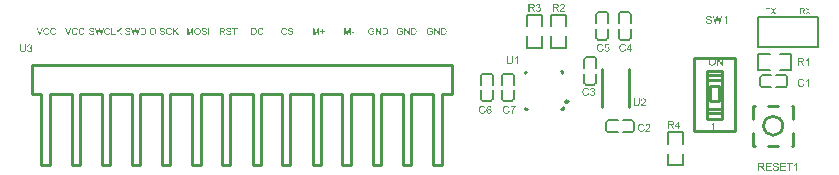
<source format=gto>
G04*
G04 #@! TF.GenerationSoftware,Altium Limited,Altium Designer,23.9.2 (47)*
G04*
G04 Layer_Color=65535*
%FSLAX44Y44*%
%MOMM*%
G71*
G04*
G04 #@! TF.SameCoordinates,CC6E2E45-683C-497C-A537-BDC6FAE405B9*
G04*
G04*
G04 #@! TF.FilePolarity,Positive*
G04*
G01*
G75*
%ADD10C,0.1524*%
%ADD11C,0.2540*%
%ADD12C,0.2032*%
%ADD13C,0.2030*%
G36*
X1330361Y1005845D02*
X1332177Y1003300D01*
X1331381D01*
X1330158Y1005028D01*
X1330154Y1005035D01*
X1330140Y1005053D01*
X1330119Y1005084D01*
X1330094Y1005119D01*
X1330063Y1005165D01*
X1330031Y1005214D01*
X1329958Y1005322D01*
Y1005319D01*
X1329951Y1005312D01*
X1329944Y1005298D01*
X1329933Y1005284D01*
X1329905Y1005238D01*
X1329870Y1005189D01*
X1329832Y1005130D01*
X1329797Y1005074D01*
X1329762Y1005021D01*
X1329730Y1004979D01*
X1328500Y1003300D01*
X1327728D01*
X1329604Y1005813D01*
X1327949Y1008151D01*
X1328717D01*
X1329600Y1006910D01*
X1329604Y1006907D01*
X1329611Y1006893D01*
X1329628Y1006872D01*
X1329646Y1006847D01*
X1329667Y1006816D01*
X1329695Y1006777D01*
X1329723Y1006735D01*
X1329754Y1006693D01*
X1329818Y1006595D01*
X1329881Y1006497D01*
X1329940Y1006402D01*
X1329968Y1006357D01*
X1329989Y1006314D01*
X1329993Y1006318D01*
X1329996Y1006325D01*
X1330007Y1006339D01*
X1330017Y1006360D01*
X1330035Y1006381D01*
X1330052Y1006409D01*
X1330074Y1006444D01*
X1330098Y1006479D01*
X1330154Y1006560D01*
X1330217Y1006651D01*
X1330291Y1006753D01*
X1330371Y1006858D01*
X1331342Y1008151D01*
X1332043D01*
X1330361Y1005845D01*
D02*
G37*
G36*
X1325594Y1008148D02*
X1325650D01*
X1325713Y1008144D01*
X1325780Y1008141D01*
X1325857Y1008134D01*
X1325934Y1008127D01*
X1326015Y1008120D01*
X1326179Y1008095D01*
X1326256Y1008081D01*
X1326333Y1008064D01*
X1326407Y1008043D01*
X1326474Y1008018D01*
X1326477D01*
X1326488Y1008011D01*
X1326505Y1008004D01*
X1326530Y1007993D01*
X1326558Y1007979D01*
X1326589Y1007958D01*
X1326628Y1007937D01*
X1326666Y1007913D01*
X1326709Y1007881D01*
X1326754Y1007850D01*
X1326800Y1007811D01*
X1326845Y1007769D01*
X1326887Y1007720D01*
X1326933Y1007671D01*
X1326975Y1007615D01*
X1327013Y1007555D01*
X1327017Y1007552D01*
X1327024Y1007541D01*
X1327031Y1007524D01*
X1327045Y1007499D01*
X1327059Y1007468D01*
X1327077Y1007429D01*
X1327098Y1007387D01*
X1327115Y1007342D01*
X1327133Y1007289D01*
X1327154Y1007233D01*
X1327171Y1007173D01*
X1327185Y1007110D01*
X1327199Y1007044D01*
X1327210Y1006973D01*
X1327213Y1006900D01*
X1327217Y1006826D01*
Y1006819D01*
Y1006805D01*
X1327213Y1006777D01*
Y1006739D01*
X1327206Y1006696D01*
X1327199Y1006644D01*
X1327189Y1006588D01*
X1327175Y1006525D01*
X1327157Y1006458D01*
X1327136Y1006388D01*
X1327108Y1006314D01*
X1327077Y1006241D01*
X1327038Y1006167D01*
X1326992Y1006097D01*
X1326940Y1006023D01*
X1326880Y1005957D01*
X1326877Y1005953D01*
X1326866Y1005943D01*
X1326845Y1005925D01*
X1326817Y1005901D01*
X1326782Y1005873D01*
X1326736Y1005841D01*
X1326687Y1005806D01*
X1326628Y1005768D01*
X1326558Y1005729D01*
X1326484Y1005691D01*
X1326396Y1005656D01*
X1326305Y1005617D01*
X1326204Y1005585D01*
X1326095Y1005554D01*
X1325976Y1005529D01*
X1325850Y1005508D01*
X1325853D01*
X1325860Y1005501D01*
X1325874Y1005498D01*
X1325892Y1005487D01*
X1325913Y1005477D01*
X1325937Y1005463D01*
X1325993Y1005431D01*
X1326057Y1005396D01*
X1326120Y1005354D01*
X1326179Y1005312D01*
X1326235Y1005266D01*
X1326239Y1005263D01*
X1326249Y1005256D01*
X1326263Y1005238D01*
X1326284Y1005221D01*
X1326309Y1005193D01*
X1326337Y1005165D01*
X1326372Y1005130D01*
X1326407Y1005088D01*
X1326446Y1005042D01*
X1326488Y1004993D01*
X1326533Y1004940D01*
X1326579Y1004884D01*
X1326624Y1004821D01*
X1326673Y1004758D01*
X1326768Y1004618D01*
X1327606Y1003300D01*
X1326803D01*
X1326162Y1004309D01*
X1326158Y1004313D01*
X1326148Y1004327D01*
X1326134Y1004352D01*
X1326116Y1004380D01*
X1326092Y1004418D01*
X1326064Y1004460D01*
X1326032Y1004506D01*
X1326000Y1004555D01*
X1325927Y1004663D01*
X1325850Y1004776D01*
X1325773Y1004881D01*
X1325734Y1004930D01*
X1325699Y1004976D01*
X1325695Y1004979D01*
X1325692Y1004986D01*
X1325681Y1004996D01*
X1325668Y1005014D01*
X1325632Y1005056D01*
X1325590Y1005105D01*
X1325538Y1005158D01*
X1325485Y1005214D01*
X1325429Y1005263D01*
X1325373Y1005302D01*
X1325366Y1005305D01*
X1325349Y1005315D01*
X1325320Y1005333D01*
X1325282Y1005350D01*
X1325240Y1005372D01*
X1325191Y1005396D01*
X1325138Y1005414D01*
X1325082Y1005431D01*
X1325079D01*
X1325061Y1005435D01*
X1325033Y1005438D01*
X1324998Y1005445D01*
X1324949Y1005449D01*
X1324886Y1005452D01*
X1324812Y1005456D01*
X1323981D01*
Y1003300D01*
X1323340D01*
Y1008151D01*
X1325552D01*
X1325594Y1008148D01*
D02*
G37*
G36*
X1300772Y1005845D02*
X1302588Y1003300D01*
X1301792D01*
X1300569Y1005028D01*
X1300565Y1005035D01*
X1300551Y1005053D01*
X1300531Y1005084D01*
X1300506Y1005119D01*
X1300474Y1005165D01*
X1300443Y1005214D01*
X1300369Y1005322D01*
Y1005319D01*
X1300362Y1005312D01*
X1300355Y1005298D01*
X1300345Y1005284D01*
X1300317Y1005238D01*
X1300282Y1005189D01*
X1300243Y1005130D01*
X1300208Y1005074D01*
X1300173Y1005021D01*
X1300141Y1004979D01*
X1298911Y1003300D01*
X1298140D01*
X1300015Y1005813D01*
X1298361Y1008151D01*
X1299128D01*
X1300012Y1006910D01*
X1300015Y1006907D01*
X1300022Y1006893D01*
X1300040Y1006872D01*
X1300057Y1006847D01*
X1300078Y1006816D01*
X1300106Y1006777D01*
X1300134Y1006735D01*
X1300166Y1006693D01*
X1300229Y1006595D01*
X1300292Y1006497D01*
X1300352Y1006402D01*
X1300380Y1006357D01*
X1300401Y1006314D01*
X1300404Y1006318D01*
X1300408Y1006325D01*
X1300418Y1006339D01*
X1300429Y1006360D01*
X1300446Y1006381D01*
X1300464Y1006409D01*
X1300485Y1006444D01*
X1300509Y1006479D01*
X1300565Y1006560D01*
X1300629Y1006651D01*
X1300702Y1006753D01*
X1300783Y1006858D01*
X1301754Y1008151D01*
X1302455D01*
X1300772Y1005845D01*
D02*
G37*
G36*
X1297975Y1007580D02*
X1296370D01*
Y1003300D01*
X1295728D01*
Y1007580D01*
X1294130D01*
Y1008151D01*
X1297975D01*
Y1007580D01*
D02*
G37*
G36*
X1010060Y991404D02*
X1010118D01*
X1010180Y991396D01*
X1010250Y991392D01*
X1010328Y991384D01*
X1010414Y991371D01*
X1010501Y991359D01*
X1010690Y991322D01*
X1010785Y991301D01*
X1010883Y991273D01*
X1010978Y991244D01*
X1011073Y991207D01*
X1011077Y991202D01*
X1011093Y991198D01*
X1011122Y991186D01*
X1011155Y991170D01*
X1011196Y991149D01*
X1011245Y991124D01*
X1011299Y991096D01*
X1011361Y991063D01*
X1011422Y991021D01*
X1011484Y990980D01*
X1011616Y990886D01*
X1011743Y990775D01*
X1011805Y990713D01*
X1011859Y990647D01*
X1011863Y990643D01*
X1011871Y990631D01*
X1011887Y990610D01*
X1011904Y990581D01*
X1011928Y990548D01*
X1011957Y990503D01*
X1011986Y990454D01*
X1012019Y990396D01*
X1012052Y990334D01*
X1012089Y990260D01*
X1012126Y990186D01*
X1012159Y990104D01*
X1012196Y990013D01*
X1012229Y989919D01*
X1012262Y989820D01*
X1012290Y989713D01*
X1011612Y989528D01*
Y989532D01*
X1011608Y989548D01*
X1011599Y989569D01*
X1011587Y989602D01*
X1011575Y989635D01*
X1011562Y989680D01*
X1011542Y989725D01*
X1011525Y989779D01*
X1011476Y989886D01*
X1011422Y990001D01*
X1011361Y990112D01*
X1011328Y990162D01*
X1011291Y990211D01*
X1011286Y990215D01*
X1011282Y990223D01*
X1011270Y990236D01*
X1011258Y990252D01*
X1011237Y990273D01*
X1011212Y990297D01*
X1011184Y990326D01*
X1011151Y990355D01*
X1011114Y990388D01*
X1011077Y990421D01*
X1010982Y990487D01*
X1010871Y990552D01*
X1010748Y990610D01*
X1010743D01*
X1010731Y990618D01*
X1010710Y990622D01*
X1010686Y990635D01*
X1010653Y990647D01*
X1010612Y990659D01*
X1010566Y990672D01*
X1010517Y990688D01*
X1010464Y990701D01*
X1010402Y990713D01*
X1010336Y990725D01*
X1010270Y990738D01*
X1010122Y990754D01*
X1009966Y990762D01*
X1009916D01*
X1009879Y990758D01*
X1009834D01*
X1009781Y990754D01*
X1009723Y990750D01*
X1009661Y990742D01*
X1009591Y990733D01*
X1009517Y990725D01*
X1009369Y990696D01*
X1009217Y990655D01*
X1009069Y990602D01*
X1009064D01*
X1009052Y990593D01*
X1009032Y990585D01*
X1009007Y990573D01*
X1008974Y990556D01*
X1008937Y990540D01*
X1008896Y990515D01*
X1008855Y990491D01*
X1008756Y990433D01*
X1008657Y990359D01*
X1008554Y990277D01*
X1008464Y990186D01*
X1008460Y990182D01*
X1008456Y990174D01*
X1008443Y990162D01*
X1008427Y990141D01*
X1008406Y990116D01*
X1008386Y990091D01*
X1008361Y990059D01*
X1008332Y990022D01*
X1008275Y989939D01*
X1008213Y989845D01*
X1008155Y989738D01*
X1008102Y989627D01*
X1008098Y989622D01*
X1008093Y989602D01*
X1008081Y989573D01*
X1008069Y989536D01*
X1008052Y989487D01*
X1008036Y989429D01*
X1008015Y989359D01*
X1007995Y989285D01*
X1007974Y989203D01*
X1007953Y989116D01*
X1007937Y989022D01*
X1007921Y988919D01*
X1007908Y988816D01*
X1007896Y988705D01*
X1007892Y988594D01*
X1007888Y988478D01*
Y988474D01*
Y988470D01*
Y988446D01*
Y988404D01*
X1007892Y988351D01*
X1007896Y988285D01*
X1007900Y988211D01*
X1007908Y988125D01*
X1007921Y988034D01*
X1007933Y987935D01*
X1007949Y987832D01*
X1007974Y987726D01*
X1007999Y987618D01*
X1008028Y987512D01*
X1008061Y987405D01*
X1008102Y987302D01*
X1008147Y987203D01*
X1008151Y987199D01*
X1008159Y987182D01*
X1008176Y987154D01*
X1008196Y987121D01*
X1008225Y987075D01*
X1008258Y987030D01*
X1008295Y986977D01*
X1008340Y986919D01*
X1008394Y986857D01*
X1008451Y986796D01*
X1008513Y986730D01*
X1008583Y986668D01*
X1008657Y986606D01*
X1008735Y986549D01*
X1008822Y986495D01*
X1008912Y986446D01*
X1008916Y986442D01*
X1008937Y986433D01*
X1008962Y986421D01*
X1008999Y986409D01*
X1009044Y986388D01*
X1009102Y986368D01*
X1009163Y986347D01*
X1009233Y986322D01*
X1009311Y986298D01*
X1009394Y986277D01*
X1009480Y986256D01*
X1009571Y986236D01*
X1009669Y986224D01*
X1009768Y986211D01*
X1009871Y986203D01*
X1009974Y986199D01*
X1010023D01*
X1010056Y986203D01*
X1010101D01*
X1010155Y986207D01*
X1010213Y986215D01*
X1010278Y986224D01*
X1010348Y986232D01*
X1010422Y986244D01*
X1010583Y986277D01*
X1010756Y986322D01*
X1010842Y986351D01*
X1010928Y986384D01*
X1010933Y986388D01*
X1010949Y986392D01*
X1010974Y986405D01*
X1011007Y986417D01*
X1011044Y986433D01*
X1011089Y986454D01*
X1011138Y986479D01*
X1011192Y986508D01*
X1011307Y986565D01*
X1011426Y986635D01*
X1011542Y986709D01*
X1011591Y986746D01*
X1011640Y986787D01*
Y987849D01*
X1009966D01*
Y988520D01*
X1012377D01*
Y986405D01*
X1012369Y986401D01*
X1012352Y986384D01*
X1012324Y986364D01*
X1012282Y986331D01*
X1012229Y986298D01*
X1012171Y986252D01*
X1012101Y986207D01*
X1012027Y986158D01*
X1011941Y986104D01*
X1011854Y986051D01*
X1011760Y985993D01*
X1011657Y985940D01*
X1011447Y985833D01*
X1011340Y985788D01*
X1011229Y985742D01*
X1011221Y985738D01*
X1011204Y985734D01*
X1011171Y985722D01*
X1011126Y985709D01*
X1011073Y985693D01*
X1011011Y985672D01*
X1010937Y985652D01*
X1010859Y985631D01*
X1010768Y985611D01*
X1010673Y985590D01*
X1010575Y985574D01*
X1010472Y985553D01*
X1010250Y985528D01*
X1010134Y985524D01*
X1010019Y985520D01*
X1009962D01*
X1009937Y985524D01*
X1009879D01*
X1009805Y985532D01*
X1009719Y985541D01*
X1009620Y985549D01*
X1009513Y985565D01*
X1009398Y985586D01*
X1009278Y985606D01*
X1009151Y985635D01*
X1009019Y985672D01*
X1008888Y985713D01*
X1008756Y985759D01*
X1008624Y985816D01*
X1008493Y985878D01*
X1008484Y985882D01*
X1008464Y985894D01*
X1008427Y985915D01*
X1008382Y985944D01*
X1008324Y985981D01*
X1008258Y986026D01*
X1008184Y986080D01*
X1008106Y986141D01*
X1008024Y986211D01*
X1007937Y986290D01*
X1007851Y986372D01*
X1007764Y986466D01*
X1007682Y986569D01*
X1007600Y986676D01*
X1007526Y986792D01*
X1007456Y986915D01*
X1007451Y986923D01*
X1007439Y986948D01*
X1007423Y986985D01*
X1007402Y987034D01*
X1007377Y987100D01*
X1007345Y987174D01*
X1007316Y987265D01*
X1007283Y987359D01*
X1007250Y987470D01*
X1007221Y987586D01*
X1007192Y987709D01*
X1007163Y987845D01*
X1007143Y987985D01*
X1007126Y988129D01*
X1007114Y988277D01*
X1007110Y988433D01*
Y988437D01*
Y988441D01*
Y988454D01*
Y988470D01*
Y988491D01*
X1007114Y988516D01*
Y988573D01*
X1007122Y988647D01*
X1007126Y988734D01*
X1007139Y988832D01*
X1007155Y988939D01*
X1007172Y989055D01*
X1007196Y989178D01*
X1007221Y989306D01*
X1007254Y989437D01*
X1007295Y989573D01*
X1007340Y989713D01*
X1007394Y989849D01*
X1007456Y989985D01*
Y989989D01*
X1007460Y989993D01*
X1007472Y990017D01*
X1007493Y990054D01*
X1007522Y990104D01*
X1007554Y990162D01*
X1007600Y990231D01*
X1007653Y990310D01*
X1007711Y990392D01*
X1007777Y990478D01*
X1007851Y990565D01*
X1007933Y990655D01*
X1008024Y990742D01*
X1008122Y990828D01*
X1008225Y990910D01*
X1008336Y990989D01*
X1008456Y991059D01*
X1008464Y991063D01*
X1008484Y991075D01*
X1008521Y991091D01*
X1008571Y991112D01*
X1008633Y991141D01*
X1008707Y991170D01*
X1008793Y991202D01*
X1008888Y991236D01*
X1008995Y991264D01*
X1009110Y991297D01*
X1009233Y991326D01*
X1009365Y991355D01*
X1009505Y991375D01*
X1009649Y991392D01*
X1009801Y991404D01*
X1009957Y991408D01*
X1010019D01*
X1010060Y991404D01*
D02*
G37*
G36*
X1017965Y985615D02*
X1017187D01*
X1014204Y990083D01*
Y985615D01*
X1013480D01*
Y991310D01*
X1014253D01*
X1017241Y986837D01*
Y991310D01*
X1017965D01*
Y985615D01*
D02*
G37*
G36*
X1021355Y991305D02*
X1021421D01*
X1021491Y991301D01*
X1021569D01*
X1021734Y991289D01*
X1021903Y991277D01*
X1021985Y991264D01*
X1022063Y991256D01*
X1022137Y991244D01*
X1022207Y991227D01*
X1022211D01*
X1022228Y991223D01*
X1022253Y991215D01*
X1022290Y991207D01*
X1022331Y991190D01*
X1022380Y991174D01*
X1022433Y991157D01*
X1022495Y991133D01*
X1022623Y991079D01*
X1022763Y991005D01*
X1022903Y990923D01*
X1022973Y990873D01*
X1023038Y990820D01*
X1023043Y990816D01*
X1023059Y990803D01*
X1023084Y990779D01*
X1023112Y990750D01*
X1023149Y990713D01*
X1023195Y990668D01*
X1023240Y990614D01*
X1023294Y990556D01*
X1023347Y990487D01*
X1023400Y990413D01*
X1023458Y990334D01*
X1023516Y990248D01*
X1023569Y990153D01*
X1023619Y990059D01*
X1023668Y989952D01*
X1023713Y989845D01*
X1023717Y989836D01*
X1023721Y989816D01*
X1023734Y989787D01*
X1023750Y989742D01*
X1023767Y989684D01*
X1023783Y989618D01*
X1023804Y989540D01*
X1023828Y989454D01*
X1023849Y989359D01*
X1023870Y989252D01*
X1023886Y989141D01*
X1023903Y989022D01*
X1023919Y988898D01*
X1023931Y988767D01*
X1023935Y988631D01*
X1023940Y988491D01*
Y988483D01*
Y988462D01*
Y988429D01*
X1023935Y988380D01*
Y988326D01*
X1023931Y988260D01*
X1023927Y988186D01*
X1023919Y988104D01*
X1023911Y988018D01*
X1023903Y987923D01*
X1023874Y987730D01*
X1023837Y987532D01*
X1023787Y987339D01*
Y987335D01*
X1023779Y987318D01*
X1023771Y987289D01*
X1023758Y987256D01*
X1023746Y987215D01*
X1023726Y987166D01*
X1023705Y987108D01*
X1023680Y987051D01*
X1023627Y986919D01*
X1023557Y986779D01*
X1023483Y986643D01*
X1023396Y986512D01*
X1023392Y986508D01*
X1023384Y986499D01*
X1023372Y986479D01*
X1023355Y986458D01*
X1023335Y986429D01*
X1023306Y986396D01*
X1023244Y986322D01*
X1023166Y986240D01*
X1023080Y986154D01*
X1022981Y986071D01*
X1022878Y985993D01*
X1022874D01*
X1022866Y985985D01*
X1022849Y985977D01*
X1022829Y985964D01*
X1022800Y985948D01*
X1022767Y985931D01*
X1022730Y985911D01*
X1022689Y985890D01*
X1022639Y985866D01*
X1022590Y985841D01*
X1022532Y985820D01*
X1022475Y985796D01*
X1022343Y985750D01*
X1022199Y985709D01*
X1022195D01*
X1022182Y985705D01*
X1022158Y985701D01*
X1022129Y985693D01*
X1022092Y985689D01*
X1022047Y985680D01*
X1021993Y985672D01*
X1021936Y985664D01*
X1021870Y985652D01*
X1021800Y985643D01*
X1021726Y985635D01*
X1021644Y985631D01*
X1021561Y985623D01*
X1021471Y985619D01*
X1021285Y985615D01*
X1019232D01*
Y991310D01*
X1021302D01*
X1021355Y991305D01*
D02*
G37*
G36*
X984660Y991404D02*
X984718D01*
X984780Y991396D01*
X984850Y991392D01*
X984928Y991384D01*
X985014Y991371D01*
X985101Y991359D01*
X985290Y991322D01*
X985385Y991301D01*
X985483Y991273D01*
X985578Y991244D01*
X985673Y991207D01*
X985677Y991202D01*
X985693Y991198D01*
X985722Y991186D01*
X985755Y991170D01*
X985796Y991149D01*
X985845Y991124D01*
X985899Y991096D01*
X985961Y991063D01*
X986022Y991021D01*
X986084Y990980D01*
X986216Y990886D01*
X986343Y990775D01*
X986405Y990713D01*
X986459Y990647D01*
X986463Y990643D01*
X986471Y990631D01*
X986487Y990610D01*
X986504Y990581D01*
X986528Y990548D01*
X986557Y990503D01*
X986586Y990454D01*
X986619Y990396D01*
X986652Y990334D01*
X986689Y990260D01*
X986726Y990186D01*
X986759Y990104D01*
X986796Y990013D01*
X986829Y989919D01*
X986862Y989820D01*
X986890Y989713D01*
X986212Y989528D01*
Y989532D01*
X986208Y989548D01*
X986199Y989569D01*
X986187Y989602D01*
X986175Y989635D01*
X986162Y989680D01*
X986142Y989725D01*
X986125Y989779D01*
X986076Y989886D01*
X986022Y990001D01*
X985961Y990112D01*
X985928Y990162D01*
X985891Y990211D01*
X985887Y990215D01*
X985882Y990223D01*
X985870Y990236D01*
X985858Y990252D01*
X985837Y990273D01*
X985813Y990297D01*
X985784Y990326D01*
X985751Y990355D01*
X985714Y990388D01*
X985677Y990421D01*
X985582Y990487D01*
X985471Y990552D01*
X985348Y990610D01*
X985343D01*
X985331Y990618D01*
X985310Y990622D01*
X985286Y990635D01*
X985253Y990647D01*
X985212Y990659D01*
X985166Y990672D01*
X985117Y990688D01*
X985064Y990701D01*
X985002Y990713D01*
X984936Y990725D01*
X984870Y990738D01*
X984722Y990754D01*
X984566Y990762D01*
X984516D01*
X984479Y990758D01*
X984434D01*
X984380Y990754D01*
X984323Y990750D01*
X984261Y990742D01*
X984191Y990733D01*
X984117Y990725D01*
X983969Y990696D01*
X983817Y990655D01*
X983669Y990602D01*
X983664D01*
X983652Y990593D01*
X983632Y990585D01*
X983607Y990573D01*
X983574Y990556D01*
X983537Y990540D01*
X983496Y990515D01*
X983455Y990491D01*
X983356Y990433D01*
X983257Y990359D01*
X983154Y990277D01*
X983064Y990186D01*
X983060Y990182D01*
X983055Y990174D01*
X983043Y990162D01*
X983027Y990141D01*
X983006Y990116D01*
X982986Y990091D01*
X982961Y990059D01*
X982932Y990022D01*
X982875Y989939D01*
X982813Y989845D01*
X982755Y989738D01*
X982702Y989627D01*
X982698Y989622D01*
X982693Y989602D01*
X982681Y989573D01*
X982669Y989536D01*
X982652Y989487D01*
X982636Y989429D01*
X982615Y989359D01*
X982595Y989285D01*
X982574Y989203D01*
X982553Y989116D01*
X982537Y989022D01*
X982521Y988919D01*
X982508Y988816D01*
X982496Y988705D01*
X982492Y988594D01*
X982488Y988478D01*
Y988474D01*
Y988470D01*
Y988446D01*
Y988404D01*
X982492Y988351D01*
X982496Y988285D01*
X982500Y988211D01*
X982508Y988125D01*
X982521Y988034D01*
X982533Y987935D01*
X982549Y987832D01*
X982574Y987726D01*
X982599Y987618D01*
X982628Y987512D01*
X982661Y987405D01*
X982702Y987302D01*
X982747Y987203D01*
X982751Y987199D01*
X982759Y987182D01*
X982776Y987154D01*
X982796Y987121D01*
X982825Y987075D01*
X982858Y987030D01*
X982895Y986977D01*
X982940Y986919D01*
X982994Y986857D01*
X983051Y986796D01*
X983113Y986730D01*
X983183Y986668D01*
X983257Y986606D01*
X983335Y986549D01*
X983422Y986495D01*
X983512Y986446D01*
X983516Y986442D01*
X983537Y986433D01*
X983562Y986421D01*
X983599Y986409D01*
X983644Y986388D01*
X983702Y986368D01*
X983763Y986347D01*
X983833Y986322D01*
X983911Y986298D01*
X983994Y986277D01*
X984080Y986256D01*
X984171Y986236D01*
X984269Y986224D01*
X984368Y986211D01*
X984471Y986203D01*
X984574Y986199D01*
X984623D01*
X984656Y986203D01*
X984702D01*
X984755Y986207D01*
X984813Y986215D01*
X984878Y986224D01*
X984948Y986232D01*
X985022Y986244D01*
X985183Y986277D01*
X985356Y986322D01*
X985442Y986351D01*
X985528Y986384D01*
X985533Y986388D01*
X985549Y986392D01*
X985574Y986405D01*
X985607Y986417D01*
X985644Y986433D01*
X985689Y986454D01*
X985738Y986479D01*
X985792Y986508D01*
X985907Y986565D01*
X986026Y986635D01*
X986142Y986709D01*
X986191Y986746D01*
X986240Y986787D01*
Y987849D01*
X984566D01*
Y988520D01*
X986977D01*
Y986405D01*
X986969Y986401D01*
X986952Y986384D01*
X986924Y986364D01*
X986882Y986331D01*
X986829Y986298D01*
X986771Y986252D01*
X986701Y986207D01*
X986627Y986158D01*
X986541Y986104D01*
X986454Y986051D01*
X986360Y985993D01*
X986257Y985940D01*
X986047Y985833D01*
X985940Y985788D01*
X985829Y985742D01*
X985821Y985738D01*
X985804Y985734D01*
X985771Y985722D01*
X985726Y985709D01*
X985673Y985693D01*
X985611Y985672D01*
X985537Y985652D01*
X985459Y985631D01*
X985368Y985611D01*
X985273Y985590D01*
X985175Y985574D01*
X985072Y985553D01*
X984850Y985528D01*
X984734Y985524D01*
X984619Y985520D01*
X984562D01*
X984537Y985524D01*
X984479D01*
X984405Y985532D01*
X984319Y985541D01*
X984220Y985549D01*
X984113Y985565D01*
X983998Y985586D01*
X983878Y985606D01*
X983751Y985635D01*
X983619Y985672D01*
X983488Y985713D01*
X983356Y985759D01*
X983224Y985816D01*
X983093Y985878D01*
X983084Y985882D01*
X983064Y985894D01*
X983027Y985915D01*
X982981Y985944D01*
X982924Y985981D01*
X982858Y986026D01*
X982784Y986080D01*
X982706Y986141D01*
X982624Y986211D01*
X982537Y986290D01*
X982451Y986372D01*
X982364Y986466D01*
X982282Y986569D01*
X982200Y986676D01*
X982126Y986792D01*
X982056Y986915D01*
X982051Y986923D01*
X982039Y986948D01*
X982023Y986985D01*
X982002Y987034D01*
X981977Y987100D01*
X981945Y987174D01*
X981916Y987265D01*
X981883Y987359D01*
X981850Y987470D01*
X981821Y987586D01*
X981792Y987709D01*
X981764Y987845D01*
X981743Y987985D01*
X981727Y988129D01*
X981714Y988277D01*
X981710Y988433D01*
Y988437D01*
Y988441D01*
Y988454D01*
Y988470D01*
Y988491D01*
X981714Y988516D01*
Y988573D01*
X981722Y988647D01*
X981727Y988734D01*
X981739Y988832D01*
X981755Y988939D01*
X981772Y989055D01*
X981796Y989178D01*
X981821Y989306D01*
X981854Y989437D01*
X981895Y989573D01*
X981940Y989713D01*
X981994Y989849D01*
X982056Y989985D01*
Y989989D01*
X982060Y989993D01*
X982072Y990017D01*
X982093Y990054D01*
X982122Y990104D01*
X982154Y990162D01*
X982200Y990231D01*
X982253Y990310D01*
X982311Y990392D01*
X982377Y990478D01*
X982451Y990565D01*
X982533Y990655D01*
X982624Y990742D01*
X982722Y990828D01*
X982825Y990910D01*
X982936Y990989D01*
X983055Y991059D01*
X983064Y991063D01*
X983084Y991075D01*
X983121Y991091D01*
X983171Y991112D01*
X983232Y991141D01*
X983307Y991170D01*
X983393Y991202D01*
X983488Y991236D01*
X983595Y991264D01*
X983710Y991297D01*
X983833Y991326D01*
X983965Y991355D01*
X984105Y991375D01*
X984249Y991392D01*
X984401Y991404D01*
X984557Y991408D01*
X984619D01*
X984660Y991404D01*
D02*
G37*
G36*
X992565Y985615D02*
X991787D01*
X988804Y990083D01*
Y985615D01*
X988080D01*
Y991310D01*
X988853D01*
X991841Y986837D01*
Y991310D01*
X992565D01*
Y985615D01*
D02*
G37*
G36*
X995955Y991305D02*
X996021D01*
X996091Y991301D01*
X996169D01*
X996334Y991289D01*
X996503Y991277D01*
X996585Y991264D01*
X996663Y991256D01*
X996737Y991244D01*
X996807Y991227D01*
X996811D01*
X996828Y991223D01*
X996852Y991215D01*
X996889Y991207D01*
X996931Y991190D01*
X996980Y991174D01*
X997033Y991157D01*
X997095Y991133D01*
X997223Y991079D01*
X997363Y991005D01*
X997503Y990923D01*
X997573Y990873D01*
X997638Y990820D01*
X997643Y990816D01*
X997659Y990803D01*
X997684Y990779D01*
X997712Y990750D01*
X997749Y990713D01*
X997795Y990668D01*
X997840Y990614D01*
X997894Y990556D01*
X997947Y990487D01*
X998000Y990413D01*
X998058Y990334D01*
X998116Y990248D01*
X998169Y990153D01*
X998219Y990059D01*
X998268Y989952D01*
X998313Y989845D01*
X998317Y989836D01*
X998321Y989816D01*
X998334Y989787D01*
X998350Y989742D01*
X998367Y989684D01*
X998383Y989618D01*
X998404Y989540D01*
X998428Y989454D01*
X998449Y989359D01*
X998470Y989252D01*
X998486Y989141D01*
X998503Y989022D01*
X998519Y988898D01*
X998531Y988767D01*
X998535Y988631D01*
X998540Y988491D01*
Y988483D01*
Y988462D01*
Y988429D01*
X998535Y988380D01*
Y988326D01*
X998531Y988260D01*
X998527Y988186D01*
X998519Y988104D01*
X998511Y988018D01*
X998503Y987923D01*
X998474Y987730D01*
X998437Y987532D01*
X998387Y987339D01*
Y987335D01*
X998379Y987318D01*
X998371Y987289D01*
X998359Y987256D01*
X998346Y987215D01*
X998326Y987166D01*
X998305Y987108D01*
X998280Y987051D01*
X998227Y986919D01*
X998157Y986779D01*
X998083Y986643D01*
X997996Y986512D01*
X997992Y986508D01*
X997984Y986499D01*
X997972Y986479D01*
X997955Y986458D01*
X997935Y986429D01*
X997906Y986396D01*
X997844Y986322D01*
X997766Y986240D01*
X997680Y986154D01*
X997581Y986071D01*
X997478Y985993D01*
X997474D01*
X997466Y985985D01*
X997449Y985977D01*
X997429Y985964D01*
X997400Y985948D01*
X997367Y985931D01*
X997330Y985911D01*
X997289Y985890D01*
X997239Y985866D01*
X997190Y985841D01*
X997132Y985820D01*
X997075Y985796D01*
X996943Y985750D01*
X996799Y985709D01*
X996795D01*
X996783Y985705D01*
X996758Y985701D01*
X996729Y985693D01*
X996692Y985689D01*
X996647Y985680D01*
X996593Y985672D01*
X996536Y985664D01*
X996470Y985652D01*
X996400Y985643D01*
X996326Y985635D01*
X996244Y985631D01*
X996161Y985623D01*
X996071Y985619D01*
X995885Y985615D01*
X993832D01*
Y991310D01*
X995902D01*
X995955Y991305D01*
D02*
G37*
G36*
X960530Y991404D02*
X960588D01*
X960650Y991396D01*
X960720Y991392D01*
X960798Y991384D01*
X960884Y991371D01*
X960971Y991359D01*
X961160Y991322D01*
X961255Y991301D01*
X961353Y991273D01*
X961448Y991244D01*
X961543Y991207D01*
X961547Y991202D01*
X961563Y991198D01*
X961592Y991186D01*
X961625Y991170D01*
X961666Y991149D01*
X961715Y991124D01*
X961769Y991096D01*
X961831Y991063D01*
X961892Y991021D01*
X961954Y990980D01*
X962086Y990886D01*
X962213Y990775D01*
X962275Y990713D01*
X962328Y990647D01*
X962333Y990643D01*
X962341Y990631D01*
X962357Y990610D01*
X962374Y990581D01*
X962398Y990548D01*
X962427Y990503D01*
X962456Y990454D01*
X962489Y990396D01*
X962522Y990334D01*
X962559Y990260D01*
X962596Y990186D01*
X962629Y990104D01*
X962666Y990013D01*
X962699Y989919D01*
X962732Y989820D01*
X962760Y989713D01*
X962082Y989528D01*
Y989532D01*
X962077Y989548D01*
X962069Y989569D01*
X962057Y989602D01*
X962045Y989635D01*
X962032Y989680D01*
X962012Y989725D01*
X961995Y989779D01*
X961946Y989886D01*
X961892Y990001D01*
X961831Y990112D01*
X961798Y990162D01*
X961761Y990211D01*
X961757Y990215D01*
X961752Y990223D01*
X961740Y990236D01*
X961728Y990252D01*
X961707Y990273D01*
X961683Y990297D01*
X961654Y990326D01*
X961621Y990355D01*
X961584Y990388D01*
X961547Y990421D01*
X961452Y990487D01*
X961341Y990552D01*
X961217Y990610D01*
X961213D01*
X961201Y990618D01*
X961180Y990622D01*
X961156Y990635D01*
X961123Y990647D01*
X961082Y990659D01*
X961036Y990672D01*
X960987Y990688D01*
X960934Y990701D01*
X960872Y990713D01*
X960806Y990725D01*
X960740Y990738D01*
X960592Y990754D01*
X960436Y990762D01*
X960386D01*
X960349Y990758D01*
X960304D01*
X960250Y990754D01*
X960193Y990750D01*
X960131Y990742D01*
X960061Y990733D01*
X959987Y990725D01*
X959839Y990696D01*
X959687Y990655D01*
X959539Y990602D01*
X959535D01*
X959522Y990593D01*
X959502Y990585D01*
X959477Y990573D01*
X959444Y990556D01*
X959407Y990540D01*
X959366Y990515D01*
X959325Y990491D01*
X959226Y990433D01*
X959127Y990359D01*
X959024Y990277D01*
X958934Y990186D01*
X958930Y990182D01*
X958925Y990174D01*
X958913Y990162D01*
X958897Y990141D01*
X958876Y990116D01*
X958856Y990091D01*
X958831Y990059D01*
X958802Y990022D01*
X958745Y989939D01*
X958683Y989845D01*
X958625Y989738D01*
X958572Y989627D01*
X958568Y989622D01*
X958563Y989602D01*
X958551Y989573D01*
X958539Y989536D01*
X958522Y989487D01*
X958506Y989429D01*
X958485Y989359D01*
X958465Y989285D01*
X958444Y989203D01*
X958423Y989116D01*
X958407Y989022D01*
X958391Y988919D01*
X958378Y988816D01*
X958366Y988705D01*
X958362Y988594D01*
X958358Y988478D01*
Y988474D01*
Y988470D01*
Y988446D01*
Y988404D01*
X958362Y988351D01*
X958366Y988285D01*
X958370Y988211D01*
X958378Y988125D01*
X958391Y988034D01*
X958403Y987935D01*
X958419Y987832D01*
X958444Y987726D01*
X958469Y987618D01*
X958498Y987512D01*
X958531Y987405D01*
X958572Y987302D01*
X958617Y987203D01*
X958621Y987199D01*
X958629Y987182D01*
X958646Y987154D01*
X958666Y987121D01*
X958695Y987075D01*
X958728Y987030D01*
X958765Y986977D01*
X958810Y986919D01*
X958864Y986857D01*
X958921Y986796D01*
X958983Y986730D01*
X959053Y986668D01*
X959127Y986606D01*
X959205Y986549D01*
X959292Y986495D01*
X959382Y986446D01*
X959386Y986442D01*
X959407Y986433D01*
X959432Y986421D01*
X959469Y986409D01*
X959514Y986388D01*
X959572Y986368D01*
X959633Y986347D01*
X959703Y986322D01*
X959781Y986298D01*
X959864Y986277D01*
X959950Y986256D01*
X960041Y986236D01*
X960139Y986224D01*
X960238Y986211D01*
X960341Y986203D01*
X960444Y986199D01*
X960493D01*
X960526Y986203D01*
X960572D01*
X960625Y986207D01*
X960683Y986215D01*
X960748Y986224D01*
X960818Y986232D01*
X960892Y986244D01*
X961053Y986277D01*
X961226Y986322D01*
X961312Y986351D01*
X961398Y986384D01*
X961403Y986388D01*
X961419Y986392D01*
X961444Y986405D01*
X961477Y986417D01*
X961514Y986433D01*
X961559Y986454D01*
X961608Y986479D01*
X961662Y986508D01*
X961777Y986565D01*
X961896Y986635D01*
X962012Y986709D01*
X962061Y986746D01*
X962110Y986787D01*
Y987849D01*
X960436D01*
Y988520D01*
X962847D01*
Y986405D01*
X962839Y986401D01*
X962822Y986384D01*
X962794Y986364D01*
X962752Y986331D01*
X962699Y986298D01*
X962641Y986252D01*
X962571Y986207D01*
X962497Y986158D01*
X962411Y986104D01*
X962324Y986051D01*
X962230Y985993D01*
X962127Y985940D01*
X961917Y985833D01*
X961810Y985788D01*
X961699Y985742D01*
X961691Y985738D01*
X961674Y985734D01*
X961641Y985722D01*
X961596Y985709D01*
X961543Y985693D01*
X961481Y985672D01*
X961407Y985652D01*
X961329Y985631D01*
X961238Y985611D01*
X961143Y985590D01*
X961045Y985574D01*
X960942Y985553D01*
X960720Y985528D01*
X960604Y985524D01*
X960489Y985520D01*
X960432D01*
X960407Y985524D01*
X960349D01*
X960275Y985532D01*
X960189Y985541D01*
X960090Y985549D01*
X959983Y985565D01*
X959868Y985586D01*
X959749Y985606D01*
X959621Y985635D01*
X959489Y985672D01*
X959358Y985713D01*
X959226Y985759D01*
X959094Y985816D01*
X958963Y985878D01*
X958954Y985882D01*
X958934Y985894D01*
X958897Y985915D01*
X958851Y985944D01*
X958794Y985981D01*
X958728Y986026D01*
X958654Y986080D01*
X958576Y986141D01*
X958493Y986211D01*
X958407Y986290D01*
X958321Y986372D01*
X958234Y986466D01*
X958152Y986569D01*
X958070Y986676D01*
X957996Y986792D01*
X957926Y986915D01*
X957922Y986923D01*
X957909Y986948D01*
X957893Y986985D01*
X957872Y987034D01*
X957848Y987100D01*
X957814Y987174D01*
X957786Y987265D01*
X957753Y987359D01*
X957720Y987470D01*
X957691Y987586D01*
X957662Y987709D01*
X957634Y987845D01*
X957613Y987985D01*
X957597Y988129D01*
X957584Y988277D01*
X957580Y988433D01*
Y988437D01*
Y988441D01*
Y988454D01*
Y988470D01*
Y988491D01*
X957584Y988516D01*
Y988573D01*
X957592Y988647D01*
X957597Y988734D01*
X957609Y988832D01*
X957625Y988939D01*
X957642Y989055D01*
X957666Y989178D01*
X957691Y989306D01*
X957724Y989437D01*
X957765Y989573D01*
X957810Y989713D01*
X957864Y989849D01*
X957926Y989985D01*
Y989989D01*
X957930Y989993D01*
X957942Y990017D01*
X957963Y990054D01*
X957991Y990104D01*
X958024Y990162D01*
X958070Y990231D01*
X958123Y990310D01*
X958181Y990392D01*
X958247Y990478D01*
X958321Y990565D01*
X958403Y990655D01*
X958493Y990742D01*
X958592Y990828D01*
X958695Y990910D01*
X958806Y990989D01*
X958925Y991059D01*
X958934Y991063D01*
X958954Y991075D01*
X958991Y991091D01*
X959041Y991112D01*
X959102Y991141D01*
X959176Y991170D01*
X959263Y991202D01*
X959358Y991236D01*
X959465Y991264D01*
X959580Y991297D01*
X959703Y991326D01*
X959835Y991355D01*
X959975Y991375D01*
X960119Y991392D01*
X960271Y991404D01*
X960427Y991408D01*
X960489D01*
X960530Y991404D01*
D02*
G37*
G36*
X968435Y985615D02*
X967657D01*
X964674Y990083D01*
Y985615D01*
X963950D01*
Y991310D01*
X964723D01*
X967711Y986837D01*
Y991310D01*
X968435D01*
Y985615D01*
D02*
G37*
G36*
X971825Y991305D02*
X971891D01*
X971961Y991301D01*
X972039D01*
X972204Y991289D01*
X972373Y991277D01*
X972455Y991264D01*
X972533Y991256D01*
X972607Y991244D01*
X972677Y991227D01*
X972681D01*
X972698Y991223D01*
X972722Y991215D01*
X972759Y991207D01*
X972801Y991190D01*
X972850Y991174D01*
X972904Y991157D01*
X972965Y991133D01*
X973093Y991079D01*
X973233Y991005D01*
X973373Y990923D01*
X973443Y990873D01*
X973508Y990820D01*
X973512Y990816D01*
X973529Y990803D01*
X973554Y990779D01*
X973583Y990750D01*
X973620Y990713D01*
X973665Y990668D01*
X973710Y990614D01*
X973764Y990556D01*
X973817Y990487D01*
X973870Y990413D01*
X973928Y990334D01*
X973986Y990248D01*
X974039Y990153D01*
X974089Y990059D01*
X974138Y989952D01*
X974183Y989845D01*
X974187Y989836D01*
X974191Y989816D01*
X974204Y989787D01*
X974220Y989742D01*
X974237Y989684D01*
X974253Y989618D01*
X974274Y989540D01*
X974298Y989454D01*
X974319Y989359D01*
X974340Y989252D01*
X974356Y989141D01*
X974372Y989022D01*
X974389Y988898D01*
X974401Y988767D01*
X974405Y988631D01*
X974409Y988491D01*
Y988483D01*
Y988462D01*
Y988429D01*
X974405Y988380D01*
Y988326D01*
X974401Y988260D01*
X974397Y988186D01*
X974389Y988104D01*
X974381Y988018D01*
X974372Y987923D01*
X974344Y987730D01*
X974307Y987532D01*
X974257Y987339D01*
Y987335D01*
X974249Y987318D01*
X974241Y987289D01*
X974229Y987256D01*
X974216Y987215D01*
X974196Y987166D01*
X974175Y987108D01*
X974150Y987051D01*
X974097Y986919D01*
X974027Y986779D01*
X973953Y986643D01*
X973866Y986512D01*
X973862Y986508D01*
X973854Y986499D01*
X973842Y986479D01*
X973825Y986458D01*
X973805Y986429D01*
X973776Y986396D01*
X973714Y986322D01*
X973636Y986240D01*
X973549Y986154D01*
X973451Y986071D01*
X973348Y985993D01*
X973344D01*
X973336Y985985D01*
X973319Y985977D01*
X973298Y985964D01*
X973270Y985948D01*
X973237Y985931D01*
X973200Y985911D01*
X973159Y985890D01*
X973109Y985866D01*
X973060Y985841D01*
X973002Y985820D01*
X972945Y985796D01*
X972813Y985750D01*
X972669Y985709D01*
X972665D01*
X972653Y985705D01*
X972628Y985701D01*
X972599Y985693D01*
X972562Y985689D01*
X972517Y985680D01*
X972463Y985672D01*
X972406Y985664D01*
X972340Y985652D01*
X972270Y985643D01*
X972196Y985635D01*
X972113Y985631D01*
X972031Y985623D01*
X971941Y985619D01*
X971756Y985615D01*
X969702D01*
Y991310D01*
X971772D01*
X971825Y991305D01*
D02*
G37*
G36*
X945699Y987228D02*
X943543D01*
Y987931D01*
X945699D01*
Y987228D01*
D02*
G37*
G36*
X942700Y985520D02*
X941971D01*
Y990285D01*
X940313Y985520D01*
X939630D01*
X937988Y990367D01*
Y985520D01*
X937260D01*
Y991215D01*
X938392D01*
X939741Y987182D01*
X939745Y987174D01*
X939750Y987158D01*
X939758Y987129D01*
X939770Y987092D01*
X939787Y987042D01*
X939803Y986989D01*
X939824Y986931D01*
X939844Y986865D01*
X939889Y986730D01*
X939935Y986590D01*
X939955Y986520D01*
X939976Y986454D01*
X939996Y986396D01*
X940013Y986339D01*
Y986343D01*
X940017Y986355D01*
X940025Y986372D01*
X940033Y986396D01*
X940042Y986429D01*
X940054Y986470D01*
X940070Y986516D01*
X940087Y986569D01*
X940107Y986631D01*
X940132Y986697D01*
X940157Y986771D01*
X940182Y986853D01*
X940214Y986944D01*
X940243Y987038D01*
X940280Y987141D01*
X940317Y987252D01*
X941683Y991215D01*
X942700D01*
Y985520D01*
D02*
G37*
G36*
X919280Y988651D02*
X920832D01*
Y987997D01*
X919280D01*
Y986438D01*
X918622D01*
Y987997D01*
X917071D01*
Y988651D01*
X918622D01*
Y990203D01*
X919280D01*
Y988651D01*
D02*
G37*
G36*
X916030Y985520D02*
X915301D01*
Y990285D01*
X913643Y985520D01*
X912960D01*
X911318Y990367D01*
Y985520D01*
X910590D01*
Y991215D01*
X911722D01*
X913071Y987182D01*
X913075Y987174D01*
X913080Y987158D01*
X913088Y987129D01*
X913100Y987092D01*
X913117Y987042D01*
X913133Y986989D01*
X913154Y986931D01*
X913174Y986865D01*
X913219Y986730D01*
X913265Y986590D01*
X913285Y986520D01*
X913306Y986454D01*
X913326Y986396D01*
X913343Y986339D01*
Y986343D01*
X913347Y986355D01*
X913355Y986372D01*
X913363Y986396D01*
X913372Y986429D01*
X913384Y986470D01*
X913400Y986516D01*
X913417Y986569D01*
X913437Y986631D01*
X913462Y986697D01*
X913487Y986771D01*
X913512Y986853D01*
X913544Y986944D01*
X913573Y987038D01*
X913610Y987141D01*
X913647Y987252D01*
X915013Y991215D01*
X916030D01*
Y985520D01*
D02*
G37*
G36*
X891952Y991404D02*
X892006D01*
X892071Y991396D01*
X892141Y991392D01*
X892224Y991384D01*
X892306Y991371D01*
X892396Y991359D01*
X892582Y991322D01*
X892680Y991297D01*
X892775Y991273D01*
X892870Y991240D01*
X892960Y991202D01*
X892964Y991198D01*
X892981Y991194D01*
X893006Y991182D01*
X893038Y991165D01*
X893080Y991145D01*
X893125Y991116D01*
X893178Y991087D01*
X893232Y991050D01*
X893294Y991013D01*
X893351Y990968D01*
X893413Y990919D01*
X893475Y990865D01*
X893536Y990807D01*
X893594Y990742D01*
X893652Y990676D01*
X893701Y990602D01*
X893705Y990598D01*
X893713Y990585D01*
X893726Y990561D01*
X893742Y990532D01*
X893763Y990495D01*
X893787Y990450D01*
X893808Y990400D01*
X893837Y990342D01*
X893861Y990281D01*
X893886Y990211D01*
X893911Y990137D01*
X893931Y990059D01*
X893952Y989976D01*
X893968Y989890D01*
X893977Y989799D01*
X893985Y989709D01*
X893261Y989655D01*
Y989664D01*
X893257Y989680D01*
X893252Y989709D01*
X893244Y989746D01*
X893236Y989787D01*
X893224Y989840D01*
X893207Y989898D01*
X893186Y989960D01*
X893166Y990026D01*
X893137Y990091D01*
X893104Y990157D01*
X893067Y990227D01*
X893026Y990293D01*
X892977Y990355D01*
X892923Y990417D01*
X892866Y990470D01*
X892861Y990474D01*
X892849Y990482D01*
X892833Y990495D01*
X892804Y990515D01*
X892767Y990536D01*
X892726Y990556D01*
X892676Y990581D01*
X892619Y990610D01*
X892553Y990635D01*
X892479Y990659D01*
X892396Y990680D01*
X892310Y990705D01*
X892211Y990721D01*
X892109Y990733D01*
X891997Y990742D01*
X891878Y990746D01*
X891812D01*
X891767Y990742D01*
X891709Y990738D01*
X891648Y990733D01*
X891573Y990725D01*
X891499Y990713D01*
X891335Y990684D01*
X891253Y990664D01*
X891170Y990639D01*
X891092Y990610D01*
X891014Y990577D01*
X890944Y990540D01*
X890882Y990495D01*
X890878Y990491D01*
X890870Y990482D01*
X890853Y990470D01*
X890833Y990450D01*
X890812Y990425D01*
X890783Y990396D01*
X890759Y990363D01*
X890730Y990326D01*
X890701Y990285D01*
X890672Y990236D01*
X890623Y990133D01*
X890602Y990079D01*
X890586Y990017D01*
X890578Y989956D01*
X890574Y989890D01*
Y989886D01*
Y989878D01*
Y989861D01*
X890578Y989840D01*
X890582Y989812D01*
X890586Y989783D01*
X890602Y989713D01*
X890627Y989631D01*
X890664Y989548D01*
X890689Y989503D01*
X890722Y989462D01*
X890755Y989421D01*
X890792Y989384D01*
X890796Y989380D01*
X890804Y989376D01*
X890816Y989363D01*
X890841Y989351D01*
X890870Y989330D01*
X890911Y989310D01*
X890956Y989285D01*
X891014Y989256D01*
X891084Y989227D01*
X891162Y989194D01*
X891257Y989162D01*
X891360Y989125D01*
X891479Y989088D01*
X891611Y989051D01*
X891759Y989014D01*
X891923Y988972D01*
X891927D01*
X891936Y988968D01*
X891948D01*
X891964Y988964D01*
X891985Y988960D01*
X892010Y988952D01*
X892071Y988939D01*
X892145Y988919D01*
X892232Y988898D01*
X892327Y988878D01*
X892425Y988849D01*
X892635Y988795D01*
X892738Y988767D01*
X892841Y988734D01*
X892940Y988705D01*
X893030Y988672D01*
X893112Y988643D01*
X893182Y988614D01*
X893186Y988610D01*
X893203Y988602D01*
X893232Y988590D01*
X893265Y988573D01*
X893306Y988549D01*
X893351Y988524D01*
X893405Y988491D01*
X893462Y988454D01*
X893520Y988417D01*
X893582Y988372D01*
X893705Y988273D01*
X893820Y988158D01*
X893870Y988096D01*
X893919Y988030D01*
X893923Y988026D01*
X893931Y988014D01*
X893940Y987993D01*
X893956Y987968D01*
X893972Y987935D01*
X893993Y987894D01*
X894018Y987849D01*
X894038Y987800D01*
X894059Y987742D01*
X894084Y987680D01*
X894104Y987614D01*
X894121Y987540D01*
X894137Y987466D01*
X894149Y987388D01*
X894154Y987310D01*
X894158Y987224D01*
Y987219D01*
Y987203D01*
Y987178D01*
X894154Y987145D01*
X894149Y987104D01*
X894145Y987059D01*
X894137Y987005D01*
X894125Y986944D01*
X894112Y986882D01*
X894092Y986812D01*
X894071Y986742D01*
X894046Y986668D01*
X894018Y986594D01*
X893981Y986516D01*
X893940Y986442D01*
X893894Y986364D01*
X893890Y986359D01*
X893882Y986347D01*
X893866Y986327D01*
X893845Y986298D01*
X893820Y986265D01*
X893787Y986224D01*
X893750Y986182D01*
X893705Y986137D01*
X893656Y986088D01*
X893598Y986039D01*
X893536Y985985D01*
X893471Y985931D01*
X893400Y985882D01*
X893322Y985833D01*
X893240Y985788D01*
X893149Y985742D01*
X893145Y985738D01*
X893129Y985734D01*
X893100Y985722D01*
X893063Y985709D01*
X893018Y985693D01*
X892964Y985672D01*
X892903Y985652D01*
X892833Y985631D01*
X892755Y985611D01*
X892668Y985590D01*
X892578Y985574D01*
X892483Y985553D01*
X892384Y985541D01*
X892277Y985528D01*
X892166Y985524D01*
X892055Y985520D01*
X891981D01*
X891927Y985524D01*
X891862Y985528D01*
X891783Y985532D01*
X891697Y985541D01*
X891602Y985549D01*
X891504Y985561D01*
X891401Y985574D01*
X891183Y985615D01*
X891071Y985639D01*
X890965Y985668D01*
X890858Y985705D01*
X890759Y985742D01*
X890755Y985746D01*
X890734Y985754D01*
X890709Y985767D01*
X890672Y985783D01*
X890627Y985808D01*
X890578Y985837D01*
X890520Y985874D01*
X890462Y985911D01*
X890397Y985956D01*
X890331Y986005D01*
X890261Y986063D01*
X890195Y986125D01*
X890125Y986191D01*
X890059Y986261D01*
X889998Y986339D01*
X889940Y986421D01*
X889936Y986425D01*
X889928Y986442D01*
X889911Y986466D01*
X889895Y986499D01*
X889870Y986545D01*
X889845Y986594D01*
X889817Y986652D01*
X889792Y986717D01*
X889763Y986792D01*
X889734Y986870D01*
X889709Y986956D01*
X889685Y987042D01*
X889664Y987137D01*
X889648Y987236D01*
X889635Y987339D01*
X889631Y987446D01*
X890343Y987507D01*
Y987503D01*
X890347Y987487D01*
Y987466D01*
X890356Y987438D01*
X890360Y987401D01*
X890368Y987355D01*
X890380Y987310D01*
X890393Y987256D01*
X890421Y987145D01*
X890462Y987026D01*
X890512Y986911D01*
X890574Y986800D01*
X890578Y986796D01*
X890582Y986787D01*
X890594Y986775D01*
X890611Y986754D01*
X890627Y986730D01*
X890652Y986705D01*
X890681Y986676D01*
X890714Y986643D01*
X890751Y986610D01*
X890796Y986573D01*
X890841Y986536D01*
X890895Y986499D01*
X890948Y986462D01*
X891010Y986425D01*
X891076Y986392D01*
X891146Y986359D01*
X891150D01*
X891162Y986351D01*
X891187Y986343D01*
X891216Y986335D01*
X891253Y986322D01*
X891294Y986306D01*
X891347Y986290D01*
X891401Y986277D01*
X891462Y986261D01*
X891532Y986244D01*
X891602Y986232D01*
X891681Y986215D01*
X891845Y986199D01*
X892022Y986191D01*
X892063D01*
X892096Y986195D01*
X892133D01*
X892174Y986199D01*
X892224Y986203D01*
X892277Y986207D01*
X892396Y986224D01*
X892524Y986244D01*
X892652Y986277D01*
X892779Y986318D01*
X892783D01*
X892796Y986322D01*
X892812Y986331D01*
X892833Y986343D01*
X892861Y986355D01*
X892890Y986372D01*
X892964Y986409D01*
X893043Y986458D01*
X893125Y986520D01*
X893203Y986590D01*
X893269Y986668D01*
Y986672D01*
X893277Y986680D01*
X893285Y986693D01*
X893294Y986709D01*
X893306Y986730D01*
X893322Y986754D01*
X893351Y986816D01*
X893380Y986886D01*
X893409Y986968D01*
X893425Y987063D01*
X893433Y987158D01*
Y987162D01*
Y987170D01*
Y987182D01*
X893429Y987203D01*
Y987228D01*
X893425Y987252D01*
X893413Y987318D01*
X893396Y987388D01*
X893368Y987466D01*
X893326Y987544D01*
X893273Y987623D01*
Y987627D01*
X893265Y987631D01*
X893244Y987656D01*
X893203Y987693D01*
X893178Y987717D01*
X893149Y987742D01*
X893117Y987767D01*
X893080Y987795D01*
X893038Y987824D01*
X892989Y987853D01*
X892940Y987882D01*
X892882Y987911D01*
X892824Y987935D01*
X892759Y987964D01*
X892755D01*
X892746Y987968D01*
X892734Y987972D01*
X892709Y987981D01*
X892680Y987989D01*
X892647Y988001D01*
X892602Y988014D01*
X892549Y988030D01*
X892483Y988051D01*
X892413Y988071D01*
X892331Y988092D01*
X892236Y988116D01*
X892133Y988145D01*
X892014Y988174D01*
X891886Y988207D01*
X891746Y988240D01*
X891742D01*
X891738Y988244D01*
X891726D01*
X891713Y988248D01*
X891672Y988260D01*
X891619Y988273D01*
X891557Y988289D01*
X891483Y988310D01*
X891401Y988330D01*
X891318Y988355D01*
X891137Y988409D01*
X890956Y988470D01*
X890870Y988503D01*
X890788Y988536D01*
X890718Y988565D01*
X890652Y988598D01*
X890648Y988602D01*
X890635Y988606D01*
X890615Y988618D01*
X890586Y988635D01*
X890553Y988655D01*
X890512Y988684D01*
X890471Y988713D01*
X890421Y988746D01*
X890323Y988820D01*
X890224Y988911D01*
X890125Y989014D01*
X890084Y989071D01*
X890043Y989129D01*
X890039Y989133D01*
X890035Y989145D01*
X890026Y989162D01*
X890014Y989186D01*
X889998Y989215D01*
X889981Y989248D01*
X889965Y989289D01*
X889944Y989334D01*
X889928Y989388D01*
X889907Y989441D01*
X889878Y989561D01*
X889854Y989692D01*
X889849Y989762D01*
X889845Y989836D01*
Y989840D01*
Y989857D01*
Y989878D01*
X889849Y989911D01*
X889854Y989948D01*
X889858Y989993D01*
X889866Y990042D01*
X889874Y990100D01*
X889891Y990162D01*
X889903Y990223D01*
X889923Y990289D01*
X889948Y990359D01*
X889977Y990429D01*
X890010Y990499D01*
X890047Y990573D01*
X890088Y990643D01*
X890092Y990647D01*
X890100Y990659D01*
X890113Y990680D01*
X890133Y990705D01*
X890158Y990738D01*
X890191Y990770D01*
X890228Y990812D01*
X890269Y990853D01*
X890314Y990898D01*
X890368Y990947D01*
X890425Y990993D01*
X890491Y991042D01*
X890561Y991087D01*
X890635Y991133D01*
X890714Y991174D01*
X890800Y991211D01*
X890804Y991215D01*
X890820Y991219D01*
X890845Y991227D01*
X890882Y991244D01*
X890928Y991256D01*
X890977Y991273D01*
X891039Y991293D01*
X891109Y991310D01*
X891183Y991330D01*
X891261Y991347D01*
X891347Y991363D01*
X891438Y991379D01*
X891536Y991392D01*
X891635Y991400D01*
X891738Y991404D01*
X891845Y991408D01*
X891907D01*
X891952Y991404D01*
D02*
G37*
G36*
X886689D02*
X886751Y991400D01*
X886825Y991396D01*
X886907Y991384D01*
X887002Y991371D01*
X887109Y991355D01*
X887220Y991330D01*
X887335Y991301D01*
X887455Y991268D01*
X887574Y991223D01*
X887693Y991174D01*
X887817Y991116D01*
X887932Y991050D01*
X888043Y990972D01*
X888051Y990968D01*
X888068Y990952D01*
X888101Y990927D01*
X888138Y990890D01*
X888187Y990849D01*
X888241Y990791D01*
X888298Y990729D01*
X888364Y990655D01*
X888430Y990573D01*
X888500Y990482D01*
X888566Y990380D01*
X888631Y990273D01*
X888697Y990153D01*
X888755Y990026D01*
X888812Y989890D01*
X888858Y989746D01*
X888117Y989573D01*
X888113Y989581D01*
X888109Y989602D01*
X888096Y989631D01*
X888080Y989676D01*
X888059Y989725D01*
X888035Y989783D01*
X888002Y989849D01*
X887969Y989919D01*
X887932Y989993D01*
X887887Y990067D01*
X887841Y990141D01*
X887788Y990219D01*
X887730Y990289D01*
X887673Y990359D01*
X887607Y990421D01*
X887537Y990478D01*
X887533Y990482D01*
X887520Y990491D01*
X887500Y990503D01*
X887471Y990524D01*
X887434Y990544D01*
X887389Y990569D01*
X887335Y990593D01*
X887278Y990622D01*
X887212Y990647D01*
X887142Y990672D01*
X887064Y990696D01*
X886981Y990717D01*
X886891Y990738D01*
X886796Y990750D01*
X886697Y990758D01*
X886590Y990762D01*
X886529D01*
X886484Y990758D01*
X886426Y990754D01*
X886360Y990746D01*
X886286Y990738D01*
X886208Y990721D01*
X886121Y990705D01*
X886035Y990684D01*
X885945Y990659D01*
X885850Y990631D01*
X885759Y990593D01*
X885669Y990548D01*
X885578Y990503D01*
X885492Y990445D01*
X885488Y990441D01*
X885471Y990433D01*
X885451Y990413D01*
X885422Y990388D01*
X885385Y990355D01*
X885344Y990318D01*
X885298Y990273D01*
X885249Y990223D01*
X885200Y990166D01*
X885146Y990104D01*
X885097Y990034D01*
X885048Y989956D01*
X884998Y989878D01*
X884953Y989791D01*
X884912Y989701D01*
X884875Y989602D01*
Y989598D01*
X884866Y989577D01*
X884858Y989548D01*
X884846Y989511D01*
X884834Y989462D01*
X884817Y989404D01*
X884805Y989339D01*
X884788Y989265D01*
X884772Y989186D01*
X884755Y989100D01*
X884739Y989009D01*
X884726Y988915D01*
X884706Y988717D01*
X884702Y988614D01*
X884698Y988507D01*
Y988499D01*
Y988474D01*
Y988437D01*
X884702Y988384D01*
X884706Y988322D01*
X884710Y988248D01*
X884714Y988166D01*
X884722Y988079D01*
X884735Y987981D01*
X884747Y987878D01*
X884788Y987668D01*
X884809Y987557D01*
X884838Y987450D01*
X884871Y987343D01*
X884908Y987240D01*
X884912Y987236D01*
X884916Y987215D01*
X884928Y987191D01*
X884949Y987154D01*
X884969Y987108D01*
X884998Y987055D01*
X885031Y986997D01*
X885068Y986936D01*
X885113Y986874D01*
X885163Y986808D01*
X885216Y986738D01*
X885274Y986672D01*
X885340Y986606D01*
X885410Y986545D01*
X885484Y986487D01*
X885566Y986433D01*
X885570Y986429D01*
X885586Y986421D01*
X885611Y986409D01*
X885644Y986392D01*
X885685Y986372D01*
X885735Y986347D01*
X885792Y986327D01*
X885854Y986302D01*
X885924Y986273D01*
X885998Y986252D01*
X886080Y986228D01*
X886163Y986207D01*
X886253Y986191D01*
X886344Y986178D01*
X886438Y986170D01*
X886533Y986166D01*
X886562D01*
X886595Y986170D01*
X886640D01*
X886693Y986178D01*
X886755Y986187D01*
X886829Y986195D01*
X886903Y986211D01*
X886985Y986232D01*
X887072Y986256D01*
X887162Y986285D01*
X887253Y986318D01*
X887344Y986359D01*
X887434Y986409D01*
X887520Y986466D01*
X887607Y986528D01*
X887611Y986532D01*
X887627Y986545D01*
X887648Y986565D01*
X887677Y986598D01*
X887714Y986635D01*
X887755Y986680D01*
X887800Y986738D01*
X887846Y986800D01*
X887895Y986874D01*
X887944Y986952D01*
X887998Y987042D01*
X888043Y987141D01*
X888092Y987244D01*
X888134Y987359D01*
X888171Y987479D01*
X888204Y987610D01*
X888957Y987421D01*
Y987417D01*
X888952Y987409D01*
X888948Y987396D01*
X888944Y987380D01*
X888940Y987359D01*
X888932Y987330D01*
X888911Y987269D01*
X888882Y987191D01*
X888849Y987104D01*
X888808Y987005D01*
X888759Y986898D01*
X888706Y986783D01*
X888644Y986668D01*
X888574Y986553D01*
X888496Y986433D01*
X888409Y986318D01*
X888315Y986207D01*
X888212Y986104D01*
X888101Y986005D01*
X888092Y986001D01*
X888072Y985985D01*
X888039Y985960D01*
X887990Y985931D01*
X887932Y985894D01*
X887858Y985853D01*
X887776Y985808D01*
X887681Y985763D01*
X887578Y985717D01*
X887463Y985672D01*
X887339Y985631D01*
X887208Y985594D01*
X887064Y985565D01*
X886916Y985541D01*
X886759Y985524D01*
X886595Y985520D01*
X886533D01*
X886504Y985524D01*
X886442D01*
X886364Y985532D01*
X886274Y985541D01*
X886171Y985553D01*
X886064Y985565D01*
X885945Y985586D01*
X885825Y985611D01*
X885698Y985643D01*
X885574Y985676D01*
X885451Y985722D01*
X885327Y985771D01*
X885208Y985829D01*
X885097Y985894D01*
X885089Y985899D01*
X885072Y985911D01*
X885043Y985936D01*
X885002Y985964D01*
X884953Y986001D01*
X884899Y986051D01*
X884838Y986104D01*
X884772Y986170D01*
X884702Y986244D01*
X884632Y986322D01*
X884558Y986413D01*
X884484Y986508D01*
X884414Y986615D01*
X884344Y986726D01*
X884278Y986849D01*
X884220Y986977D01*
Y986981D01*
X884216Y986985D01*
X884208Y987010D01*
X884192Y987047D01*
X884175Y987100D01*
X884150Y987166D01*
X884126Y987244D01*
X884097Y987335D01*
X884072Y987433D01*
X884043Y987544D01*
X884015Y987664D01*
X883990Y987787D01*
X883965Y987923D01*
X883949Y988059D01*
X883932Y988203D01*
X883924Y988351D01*
X883920Y988503D01*
Y988507D01*
Y988516D01*
Y988528D01*
Y988544D01*
Y988565D01*
X883924Y988590D01*
Y988651D01*
X883932Y988729D01*
X883936Y988820D01*
X883949Y988923D01*
X883961Y989034D01*
X883982Y989149D01*
X884002Y989273D01*
X884031Y989404D01*
X884064Y989536D01*
X884101Y989668D01*
X884146Y989799D01*
X884200Y989927D01*
X884257Y990054D01*
X884261Y990063D01*
X884274Y990083D01*
X884294Y990116D01*
X884319Y990166D01*
X884356Y990219D01*
X884397Y990281D01*
X884451Y990355D01*
X884508Y990429D01*
X884570Y990507D01*
X884644Y990593D01*
X884722Y990676D01*
X884809Y990758D01*
X884903Y990840D01*
X885002Y990919D01*
X885109Y990993D01*
X885224Y991063D01*
X885233Y991067D01*
X885253Y991079D01*
X885286Y991096D01*
X885335Y991116D01*
X885393Y991145D01*
X885463Y991174D01*
X885545Y991202D01*
X885632Y991236D01*
X885731Y991268D01*
X885837Y991297D01*
X885953Y991330D01*
X886072Y991355D01*
X886200Y991375D01*
X886331Y991392D01*
X886467Y991404D01*
X886607Y991408D01*
X886665D01*
X886689Y991404D01*
D02*
G37*
G36*
X866815D02*
X866877Y991400D01*
X866951Y991396D01*
X867033Y991384D01*
X867128Y991371D01*
X867235Y991355D01*
X867346Y991330D01*
X867461Y991301D01*
X867581Y991268D01*
X867700Y991223D01*
X867819Y991174D01*
X867943Y991116D01*
X868058Y991050D01*
X868169Y990972D01*
X868177Y990968D01*
X868194Y990952D01*
X868227Y990927D01*
X868264Y990890D01*
X868313Y990849D01*
X868367Y990791D01*
X868424Y990729D01*
X868490Y990655D01*
X868556Y990573D01*
X868626Y990482D01*
X868692Y990380D01*
X868758Y990273D01*
X868823Y990153D01*
X868881Y990026D01*
X868939Y989890D01*
X868984Y989746D01*
X868243Y989573D01*
X868239Y989581D01*
X868235Y989602D01*
X868223Y989631D01*
X868206Y989676D01*
X868186Y989725D01*
X868161Y989783D01*
X868128Y989849D01*
X868095Y989919D01*
X868058Y989993D01*
X868013Y990067D01*
X867968Y990141D01*
X867914Y990219D01*
X867857Y990289D01*
X867799Y990359D01*
X867733Y990421D01*
X867663Y990478D01*
X867659Y990482D01*
X867647Y990491D01*
X867626Y990503D01*
X867597Y990524D01*
X867560Y990544D01*
X867515Y990569D01*
X867461Y990593D01*
X867404Y990622D01*
X867338Y990647D01*
X867268Y990672D01*
X867190Y990696D01*
X867108Y990717D01*
X867017Y990738D01*
X866922Y990750D01*
X866824Y990758D01*
X866717Y990762D01*
X866655D01*
X866610Y990758D01*
X866552Y990754D01*
X866486Y990746D01*
X866412Y990738D01*
X866334Y990721D01*
X866248Y990705D01*
X866161Y990684D01*
X866071Y990659D01*
X865976Y990631D01*
X865885Y990593D01*
X865795Y990548D01*
X865704Y990503D01*
X865618Y990445D01*
X865614Y990441D01*
X865598Y990433D01*
X865577Y990413D01*
X865548Y990388D01*
X865511Y990355D01*
X865470Y990318D01*
X865425Y990273D01*
X865375Y990223D01*
X865326Y990166D01*
X865272Y990104D01*
X865223Y990034D01*
X865174Y989956D01*
X865124Y989878D01*
X865079Y989791D01*
X865038Y989701D01*
X865001Y989602D01*
Y989598D01*
X864993Y989577D01*
X864984Y989548D01*
X864972Y989511D01*
X864960Y989462D01*
X864943Y989404D01*
X864931Y989339D01*
X864914Y989265D01*
X864898Y989186D01*
X864882Y989100D01*
X864865Y989009D01*
X864853Y988915D01*
X864832Y988717D01*
X864828Y988614D01*
X864824Y988507D01*
Y988499D01*
Y988474D01*
Y988437D01*
X864828Y988384D01*
X864832Y988322D01*
X864836Y988248D01*
X864840Y988166D01*
X864849Y988079D01*
X864861Y987981D01*
X864873Y987878D01*
X864914Y987668D01*
X864935Y987557D01*
X864964Y987450D01*
X864997Y987343D01*
X865034Y987240D01*
X865038Y987236D01*
X865042Y987215D01*
X865054Y987191D01*
X865075Y987154D01*
X865096Y987108D01*
X865124Y987055D01*
X865157Y986997D01*
X865194Y986936D01*
X865239Y986874D01*
X865289Y986808D01*
X865342Y986738D01*
X865400Y986672D01*
X865466Y986606D01*
X865536Y986545D01*
X865610Y986487D01*
X865692Y986433D01*
X865696Y986429D01*
X865713Y986421D01*
X865737Y986409D01*
X865770Y986392D01*
X865811Y986372D01*
X865861Y986347D01*
X865918Y986327D01*
X865980Y986302D01*
X866050Y986273D01*
X866124Y986252D01*
X866206Y986228D01*
X866289Y986207D01*
X866379Y986191D01*
X866470Y986178D01*
X866564Y986170D01*
X866659Y986166D01*
X866688D01*
X866721Y986170D01*
X866766D01*
X866820Y986178D01*
X866881Y986187D01*
X866955Y986195D01*
X867029Y986211D01*
X867112Y986232D01*
X867198Y986256D01*
X867289Y986285D01*
X867379Y986318D01*
X867470Y986359D01*
X867560Y986409D01*
X867647Y986466D01*
X867733Y986528D01*
X867737Y986532D01*
X867754Y986545D01*
X867774Y986565D01*
X867803Y986598D01*
X867840Y986635D01*
X867881Y986680D01*
X867926Y986738D01*
X867972Y986800D01*
X868021Y986874D01*
X868071Y986952D01*
X868124Y987042D01*
X868169Y987141D01*
X868219Y987244D01*
X868260Y987359D01*
X868297Y987479D01*
X868330Y987610D01*
X869083Y987421D01*
Y987417D01*
X869079Y987409D01*
X869074Y987396D01*
X869070Y987380D01*
X869066Y987359D01*
X869058Y987330D01*
X869037Y987269D01*
X869009Y987191D01*
X868976Y987104D01*
X868935Y987005D01*
X868885Y986898D01*
X868832Y986783D01*
X868770Y986668D01*
X868700Y986553D01*
X868622Y986433D01*
X868535Y986318D01*
X868441Y986207D01*
X868338Y986104D01*
X868227Y986005D01*
X868219Y986001D01*
X868198Y985985D01*
X868165Y985960D01*
X868116Y985931D01*
X868058Y985894D01*
X867984Y985853D01*
X867902Y985808D01*
X867807Y985763D01*
X867704Y985717D01*
X867589Y985672D01*
X867466Y985631D01*
X867334Y985594D01*
X867190Y985565D01*
X867042Y985541D01*
X866885Y985524D01*
X866721Y985520D01*
X866659D01*
X866630Y985524D01*
X866569D01*
X866490Y985532D01*
X866400Y985541D01*
X866297Y985553D01*
X866190Y985565D01*
X866071Y985586D01*
X865951Y985611D01*
X865824Y985643D01*
X865700Y985676D01*
X865577Y985722D01*
X865453Y985771D01*
X865334Y985829D01*
X865223Y985894D01*
X865215Y985899D01*
X865198Y985911D01*
X865170Y985936D01*
X865128Y985964D01*
X865079Y986001D01*
X865025Y986051D01*
X864964Y986104D01*
X864898Y986170D01*
X864828Y986244D01*
X864758Y986322D01*
X864684Y986413D01*
X864610Y986508D01*
X864540Y986615D01*
X864470Y986726D01*
X864404Y986849D01*
X864347Y986977D01*
Y986981D01*
X864342Y986985D01*
X864334Y987010D01*
X864318Y987047D01*
X864301Y987100D01*
X864277Y987166D01*
X864252Y987244D01*
X864223Y987335D01*
X864198Y987433D01*
X864170Y987544D01*
X864141Y987664D01*
X864116Y987787D01*
X864091Y987923D01*
X864075Y988059D01*
X864059Y988203D01*
X864050Y988351D01*
X864046Y988503D01*
Y988507D01*
Y988516D01*
Y988528D01*
Y988544D01*
Y988565D01*
X864050Y988590D01*
Y988651D01*
X864059Y988729D01*
X864063Y988820D01*
X864075Y988923D01*
X864087Y989034D01*
X864108Y989149D01*
X864128Y989273D01*
X864157Y989404D01*
X864190Y989536D01*
X864227Y989668D01*
X864273Y989799D01*
X864326Y989927D01*
X864384Y990054D01*
X864388Y990063D01*
X864400Y990083D01*
X864421Y990116D01*
X864445Y990166D01*
X864482Y990219D01*
X864523Y990281D01*
X864577Y990355D01*
X864635Y990429D01*
X864696Y990507D01*
X864770Y990593D01*
X864849Y990676D01*
X864935Y990758D01*
X865030Y990840D01*
X865128Y990919D01*
X865235Y990993D01*
X865351Y991063D01*
X865359Y991067D01*
X865379Y991079D01*
X865412Y991096D01*
X865462Y991116D01*
X865519Y991145D01*
X865589Y991174D01*
X865671Y991202D01*
X865758Y991236D01*
X865857Y991268D01*
X865964Y991297D01*
X866079Y991330D01*
X866198Y991355D01*
X866326Y991375D01*
X866457Y991392D01*
X866593Y991404D01*
X866733Y991408D01*
X866791D01*
X866815Y991404D01*
D02*
G37*
G36*
X860643Y991305D02*
X860709D01*
X860779Y991301D01*
X860857D01*
X861022Y991289D01*
X861190Y991277D01*
X861273Y991264D01*
X861351Y991256D01*
X861425Y991244D01*
X861495Y991227D01*
X861499D01*
X861516Y991223D01*
X861540Y991215D01*
X861577Y991207D01*
X861618Y991190D01*
X861668Y991174D01*
X861721Y991157D01*
X861783Y991133D01*
X861911Y991079D01*
X862050Y991005D01*
X862190Y990923D01*
X862260Y990873D01*
X862326Y990820D01*
X862330Y990816D01*
X862347Y990803D01*
X862372Y990779D01*
X862400Y990750D01*
X862437Y990713D01*
X862483Y990668D01*
X862528Y990614D01*
X862581Y990556D01*
X862635Y990487D01*
X862688Y990413D01*
X862746Y990334D01*
X862803Y990248D01*
X862857Y990153D01*
X862906Y990059D01*
X862956Y989952D01*
X863001Y989845D01*
X863005Y989836D01*
X863009Y989816D01*
X863022Y989787D01*
X863038Y989742D01*
X863055Y989684D01*
X863071Y989618D01*
X863092Y989540D01*
X863116Y989454D01*
X863137Y989359D01*
X863157Y989252D01*
X863174Y989141D01*
X863190Y989022D01*
X863207Y988898D01*
X863219Y988767D01*
X863223Y988631D01*
X863227Y988491D01*
Y988483D01*
Y988462D01*
Y988429D01*
X863223Y988380D01*
Y988326D01*
X863219Y988260D01*
X863215Y988186D01*
X863207Y988104D01*
X863198Y988018D01*
X863190Y987923D01*
X863161Y987730D01*
X863124Y987532D01*
X863075Y987339D01*
Y987335D01*
X863067Y987318D01*
X863059Y987289D01*
X863046Y987256D01*
X863034Y987215D01*
X863013Y987166D01*
X862993Y987108D01*
X862968Y987051D01*
X862915Y986919D01*
X862845Y986779D01*
X862771Y986643D01*
X862684Y986512D01*
X862680Y986508D01*
X862672Y986499D01*
X862660Y986479D01*
X862643Y986458D01*
X862623Y986429D01*
X862594Y986396D01*
X862532Y986322D01*
X862454Y986240D01*
X862367Y986154D01*
X862269Y986071D01*
X862166Y985993D01*
X862162D01*
X862153Y985985D01*
X862137Y985977D01*
X862116Y985964D01*
X862087Y985948D01*
X862055Y985931D01*
X862018Y985911D01*
X861976Y985890D01*
X861927Y985866D01*
X861878Y985841D01*
X861820Y985820D01*
X861762Y985796D01*
X861631Y985750D01*
X861487Y985709D01*
X861483D01*
X861470Y985705D01*
X861446Y985701D01*
X861417Y985693D01*
X861380Y985689D01*
X861335Y985680D01*
X861281Y985672D01*
X861223Y985664D01*
X861158Y985652D01*
X861088Y985643D01*
X861014Y985635D01*
X860931Y985631D01*
X860849Y985623D01*
X860759Y985619D01*
X860573Y985615D01*
X858520D01*
Y991310D01*
X860590D01*
X860643Y991305D01*
D02*
G37*
G36*
X839652Y991404D02*
X839705D01*
X839771Y991396D01*
X839841Y991392D01*
X839923Y991384D01*
X840005Y991371D01*
X840096Y991359D01*
X840281Y991322D01*
X840380Y991297D01*
X840475Y991273D01*
X840569Y991240D01*
X840660Y991202D01*
X840664Y991198D01*
X840680Y991194D01*
X840705Y991182D01*
X840738Y991165D01*
X840779Y991145D01*
X840824Y991116D01*
X840878Y991087D01*
X840931Y991050D01*
X840993Y991013D01*
X841051Y990968D01*
X841112Y990919D01*
X841174Y990865D01*
X841236Y990807D01*
X841293Y990742D01*
X841351Y990676D01*
X841401Y990602D01*
X841405Y990598D01*
X841413Y990585D01*
X841425Y990561D01*
X841442Y990532D01*
X841462Y990495D01*
X841487Y990450D01*
X841507Y990400D01*
X841536Y990342D01*
X841561Y990281D01*
X841586Y990211D01*
X841610Y990137D01*
X841631Y990059D01*
X841652Y989976D01*
X841668Y989890D01*
X841676Y989799D01*
X841684Y989709D01*
X840960Y989655D01*
Y989664D01*
X840956Y989680D01*
X840952Y989709D01*
X840944Y989746D01*
X840936Y989787D01*
X840923Y989840D01*
X840907Y989898D01*
X840886Y989960D01*
X840865Y990026D01*
X840837Y990091D01*
X840804Y990157D01*
X840767Y990227D01*
X840726Y990293D01*
X840676Y990355D01*
X840623Y990417D01*
X840565Y990470D01*
X840561Y990474D01*
X840549Y990482D01*
X840532Y990495D01*
X840503Y990515D01*
X840466Y990536D01*
X840425Y990556D01*
X840376Y990581D01*
X840318Y990610D01*
X840252Y990635D01*
X840178Y990659D01*
X840096Y990680D01*
X840010Y990705D01*
X839911Y990721D01*
X839808Y990733D01*
X839697Y990742D01*
X839578Y990746D01*
X839512D01*
X839466Y990742D01*
X839409Y990738D01*
X839347Y990733D01*
X839273Y990725D01*
X839199Y990713D01*
X839034Y990684D01*
X838952Y990664D01*
X838870Y990639D01*
X838792Y990610D01*
X838714Y990577D01*
X838643Y990540D01*
X838582Y990495D01*
X838578Y990491D01*
X838569Y990482D01*
X838553Y990470D01*
X838532Y990450D01*
X838512Y990425D01*
X838483Y990396D01*
X838458Y990363D01*
X838430Y990326D01*
X838401Y990285D01*
X838372Y990236D01*
X838323Y990133D01*
X838302Y990079D01*
X838286Y990017D01*
X838277Y989956D01*
X838273Y989890D01*
Y989886D01*
Y989878D01*
Y989861D01*
X838277Y989840D01*
X838281Y989812D01*
X838286Y989783D01*
X838302Y989713D01*
X838327Y989631D01*
X838364Y989548D01*
X838388Y989503D01*
X838421Y989462D01*
X838454Y989421D01*
X838491Y989384D01*
X838495Y989380D01*
X838504Y989376D01*
X838516Y989363D01*
X838541Y989351D01*
X838569Y989330D01*
X838611Y989310D01*
X838656Y989285D01*
X838714Y989256D01*
X838783Y989227D01*
X838862Y989194D01*
X838956Y989162D01*
X839059Y989125D01*
X839178Y989088D01*
X839310Y989051D01*
X839458Y989014D01*
X839623Y988972D01*
X839627D01*
X839635Y988968D01*
X839648D01*
X839664Y988964D01*
X839685Y988960D01*
X839709Y988952D01*
X839771Y988939D01*
X839845Y988919D01*
X839931Y988898D01*
X840026Y988878D01*
X840125Y988849D01*
X840335Y988795D01*
X840438Y988767D01*
X840540Y988734D01*
X840639Y988705D01*
X840730Y988672D01*
X840812Y988643D01*
X840882Y988614D01*
X840886Y988610D01*
X840903Y988602D01*
X840931Y988590D01*
X840964Y988573D01*
X841005Y988549D01*
X841051Y988524D01*
X841104Y988491D01*
X841162Y988454D01*
X841219Y988417D01*
X841281Y988372D01*
X841405Y988273D01*
X841520Y988158D01*
X841569Y988096D01*
X841618Y988030D01*
X841623Y988026D01*
X841631Y988014D01*
X841639Y987993D01*
X841656Y987968D01*
X841672Y987935D01*
X841693Y987894D01*
X841717Y987849D01*
X841738Y987800D01*
X841758Y987742D01*
X841783Y987680D01*
X841804Y987614D01*
X841820Y987540D01*
X841837Y987466D01*
X841849Y987388D01*
X841853Y987310D01*
X841857Y987224D01*
Y987219D01*
Y987203D01*
Y987178D01*
X841853Y987145D01*
X841849Y987104D01*
X841845Y987059D01*
X841837Y987005D01*
X841824Y986944D01*
X841812Y986882D01*
X841791Y986812D01*
X841771Y986742D01*
X841746Y986668D01*
X841717Y986594D01*
X841680Y986516D01*
X841639Y986442D01*
X841594Y986364D01*
X841590Y986359D01*
X841581Y986347D01*
X841565Y986327D01*
X841544Y986298D01*
X841520Y986265D01*
X841487Y986224D01*
X841450Y986182D01*
X841405Y986137D01*
X841355Y986088D01*
X841298Y986039D01*
X841236Y985985D01*
X841170Y985931D01*
X841100Y985882D01*
X841022Y985833D01*
X840940Y985788D01*
X840849Y985742D01*
X840845Y985738D01*
X840828Y985734D01*
X840800Y985722D01*
X840763Y985709D01*
X840717Y985693D01*
X840664Y985672D01*
X840602Y985652D01*
X840532Y985631D01*
X840454Y985611D01*
X840368Y985590D01*
X840277Y985574D01*
X840182Y985553D01*
X840084Y985541D01*
X839977Y985528D01*
X839866Y985524D01*
X839754Y985520D01*
X839680D01*
X839627Y985524D01*
X839561Y985528D01*
X839483Y985532D01*
X839397Y985541D01*
X839302Y985549D01*
X839203Y985561D01*
X839100Y985574D01*
X838882Y985615D01*
X838771Y985639D01*
X838664Y985668D01*
X838557Y985705D01*
X838458Y985742D01*
X838454Y985746D01*
X838434Y985754D01*
X838409Y985767D01*
X838372Y985783D01*
X838327Y985808D01*
X838277Y985837D01*
X838220Y985874D01*
X838162Y985911D01*
X838096Y985956D01*
X838030Y986005D01*
X837961Y986063D01*
X837895Y986125D01*
X837825Y986191D01*
X837759Y986261D01*
X837697Y986339D01*
X837639Y986421D01*
X837635Y986425D01*
X837627Y986442D01*
X837611Y986466D01*
X837594Y986499D01*
X837570Y986545D01*
X837545Y986594D01*
X837516Y986652D01*
X837491Y986717D01*
X837463Y986792D01*
X837434Y986870D01*
X837409Y986956D01*
X837384Y987042D01*
X837364Y987137D01*
X837347Y987236D01*
X837335Y987339D01*
X837331Y987446D01*
X838043Y987507D01*
Y987503D01*
X838047Y987487D01*
Y987466D01*
X838055Y987438D01*
X838059Y987401D01*
X838067Y987355D01*
X838080Y987310D01*
X838092Y987256D01*
X838121Y987145D01*
X838162Y987026D01*
X838212Y986911D01*
X838273Y986800D01*
X838277Y986796D01*
X838281Y986787D01*
X838294Y986775D01*
X838310Y986754D01*
X838327Y986730D01*
X838351Y986705D01*
X838380Y986676D01*
X838413Y986643D01*
X838450Y986610D01*
X838495Y986573D01*
X838541Y986536D01*
X838594Y986499D01*
X838648Y986462D01*
X838709Y986425D01*
X838775Y986392D01*
X838845Y986359D01*
X838849D01*
X838862Y986351D01*
X838886Y986343D01*
X838915Y986335D01*
X838952Y986322D01*
X838993Y986306D01*
X839047Y986290D01*
X839100Y986277D01*
X839162Y986261D01*
X839232Y986244D01*
X839302Y986232D01*
X839380Y986215D01*
X839545Y986199D01*
X839722Y986191D01*
X839763D01*
X839796Y986195D01*
X839833D01*
X839874Y986199D01*
X839923Y986203D01*
X839977Y986207D01*
X840096Y986224D01*
X840224Y986244D01*
X840351Y986277D01*
X840479Y986318D01*
X840483D01*
X840495Y986322D01*
X840512Y986331D01*
X840532Y986343D01*
X840561Y986355D01*
X840590Y986372D01*
X840664Y986409D01*
X840742Y986458D01*
X840824Y986520D01*
X840903Y986590D01*
X840968Y986668D01*
Y986672D01*
X840977Y986680D01*
X840985Y986693D01*
X840993Y986709D01*
X841005Y986730D01*
X841022Y986754D01*
X841051Y986816D01*
X841079Y986886D01*
X841108Y986968D01*
X841125Y987063D01*
X841133Y987158D01*
Y987162D01*
Y987170D01*
Y987182D01*
X841129Y987203D01*
Y987228D01*
X841125Y987252D01*
X841112Y987318D01*
X841096Y987388D01*
X841067Y987466D01*
X841026Y987544D01*
X840973Y987623D01*
Y987627D01*
X840964Y987631D01*
X840944Y987656D01*
X840903Y987693D01*
X840878Y987717D01*
X840849Y987742D01*
X840816Y987767D01*
X840779Y987795D01*
X840738Y987824D01*
X840689Y987853D01*
X840639Y987882D01*
X840582Y987911D01*
X840524Y987935D01*
X840458Y987964D01*
X840454D01*
X840446Y987968D01*
X840434Y987972D01*
X840409Y987981D01*
X840380Y987989D01*
X840347Y988001D01*
X840302Y988014D01*
X840248Y988030D01*
X840182Y988051D01*
X840113Y988071D01*
X840030Y988092D01*
X839936Y988116D01*
X839833Y988145D01*
X839713Y988174D01*
X839586Y988207D01*
X839446Y988240D01*
X839442D01*
X839438Y988244D01*
X839425D01*
X839413Y988248D01*
X839372Y988260D01*
X839318Y988273D01*
X839257Y988289D01*
X839183Y988310D01*
X839100Y988330D01*
X839018Y988355D01*
X838837Y988409D01*
X838656Y988470D01*
X838569Y988503D01*
X838487Y988536D01*
X838417Y988565D01*
X838351Y988598D01*
X838347Y988602D01*
X838335Y988606D01*
X838314Y988618D01*
X838286Y988635D01*
X838253Y988655D01*
X838212Y988684D01*
X838170Y988713D01*
X838121Y988746D01*
X838022Y988820D01*
X837923Y988911D01*
X837825Y989014D01*
X837784Y989071D01*
X837742Y989129D01*
X837738Y989133D01*
X837734Y989145D01*
X837726Y989162D01*
X837714Y989186D01*
X837697Y989215D01*
X837681Y989248D01*
X837664Y989289D01*
X837644Y989334D01*
X837627Y989388D01*
X837607Y989441D01*
X837578Y989561D01*
X837553Y989692D01*
X837549Y989762D01*
X837545Y989836D01*
Y989840D01*
Y989857D01*
Y989878D01*
X837549Y989911D01*
X837553Y989948D01*
X837557Y989993D01*
X837566Y990042D01*
X837574Y990100D01*
X837590Y990162D01*
X837602Y990223D01*
X837623Y990289D01*
X837648Y990359D01*
X837677Y990429D01*
X837710Y990499D01*
X837747Y990573D01*
X837788Y990643D01*
X837792Y990647D01*
X837800Y990659D01*
X837812Y990680D01*
X837833Y990705D01*
X837858Y990738D01*
X837890Y990770D01*
X837928Y990812D01*
X837969Y990853D01*
X838014Y990898D01*
X838067Y990947D01*
X838125Y990993D01*
X838191Y991042D01*
X838261Y991087D01*
X838335Y991133D01*
X838413Y991174D01*
X838500Y991211D01*
X838504Y991215D01*
X838520Y991219D01*
X838545Y991227D01*
X838582Y991244D01*
X838627Y991256D01*
X838677Y991273D01*
X838738Y991293D01*
X838808Y991310D01*
X838882Y991330D01*
X838960Y991347D01*
X839047Y991363D01*
X839137Y991379D01*
X839236Y991392D01*
X839335Y991400D01*
X839438Y991404D01*
X839545Y991408D01*
X839606D01*
X839652Y991404D01*
D02*
G37*
G36*
X846972Y990639D02*
X845087D01*
Y985615D01*
X844334D01*
Y990639D01*
X842458D01*
Y991310D01*
X846972D01*
Y990639D01*
D02*
G37*
G36*
X834496Y991305D02*
X834562D01*
X834636Y991301D01*
X834714Y991297D01*
X834804Y991289D01*
X834895Y991281D01*
X834990Y991273D01*
X835183Y991244D01*
X835274Y991227D01*
X835364Y991207D01*
X835451Y991182D01*
X835529Y991153D01*
X835533D01*
X835545Y991145D01*
X835566Y991137D01*
X835594Y991124D01*
X835627Y991108D01*
X835664Y991083D01*
X835710Y991059D01*
X835755Y991030D01*
X835804Y990993D01*
X835858Y990956D01*
X835911Y990910D01*
X835965Y990861D01*
X836014Y990803D01*
X836068Y990746D01*
X836117Y990680D01*
X836162Y990610D01*
X836166Y990606D01*
X836175Y990593D01*
X836183Y990573D01*
X836199Y990544D01*
X836216Y990507D01*
X836236Y990462D01*
X836261Y990413D01*
X836282Y990359D01*
X836302Y990297D01*
X836327Y990231D01*
X836348Y990162D01*
X836364Y990087D01*
X836380Y990009D01*
X836393Y989927D01*
X836397Y989840D01*
X836401Y989754D01*
Y989746D01*
Y989729D01*
X836397Y989697D01*
Y989651D01*
X836389Y989602D01*
X836380Y989540D01*
X836368Y989474D01*
X836352Y989400D01*
X836331Y989322D01*
X836306Y989240D01*
X836273Y989153D01*
X836236Y989067D01*
X836191Y988980D01*
X836138Y988898D01*
X836076Y988812D01*
X836006Y988734D01*
X836002Y988729D01*
X835990Y988717D01*
X835965Y988697D01*
X835932Y988668D01*
X835891Y988635D01*
X835837Y988598D01*
X835780Y988557D01*
X835710Y988512D01*
X835627Y988466D01*
X835541Y988421D01*
X835438Y988380D01*
X835331Y988335D01*
X835212Y988298D01*
X835084Y988260D01*
X834944Y988232D01*
X834796Y988207D01*
X834800D01*
X834809Y988199D01*
X834825Y988195D01*
X834846Y988182D01*
X834870Y988170D01*
X834899Y988154D01*
X834965Y988116D01*
X835039Y988075D01*
X835113Y988026D01*
X835183Y987977D01*
X835249Y987923D01*
X835253Y987919D01*
X835265Y987911D01*
X835282Y987890D01*
X835306Y987870D01*
X835335Y987837D01*
X835368Y987804D01*
X835409Y987763D01*
X835451Y987713D01*
X835496Y987660D01*
X835545Y987602D01*
X835599Y987540D01*
X835652Y987475D01*
X835706Y987401D01*
X835763Y987326D01*
X835874Y987162D01*
X836858Y985615D01*
X835915D01*
X835162Y986800D01*
X835158Y986804D01*
X835146Y986820D01*
X835129Y986849D01*
X835109Y986882D01*
X835080Y986927D01*
X835047Y986977D01*
X835010Y987030D01*
X834973Y987088D01*
X834887Y987215D01*
X834796Y987347D01*
X834706Y987470D01*
X834660Y987528D01*
X834619Y987581D01*
X834615Y987586D01*
X834611Y987594D01*
X834599Y987606D01*
X834582Y987627D01*
X834541Y987676D01*
X834492Y987734D01*
X834430Y987795D01*
X834368Y987861D01*
X834302Y987919D01*
X834237Y987964D01*
X834228Y987968D01*
X834208Y987981D01*
X834175Y988001D01*
X834130Y988022D01*
X834080Y988046D01*
X834023Y988075D01*
X833961Y988096D01*
X833895Y988116D01*
X833891D01*
X833870Y988121D01*
X833837Y988125D01*
X833796Y988133D01*
X833739Y988137D01*
X833665Y988141D01*
X833578Y988145D01*
X832603D01*
Y985615D01*
X831850D01*
Y991310D01*
X834446D01*
X834496Y991305D01*
D02*
G37*
G36*
X818818Y991404D02*
X818871D01*
X818937Y991396D01*
X819007Y991392D01*
X819090Y991384D01*
X819172Y991371D01*
X819262Y991359D01*
X819447Y991322D01*
X819546Y991297D01*
X819641Y991273D01*
X819735Y991240D01*
X819826Y991202D01*
X819830Y991198D01*
X819847Y991194D01*
X819871Y991182D01*
X819904Y991165D01*
X819945Y991145D01*
X819991Y991116D01*
X820044Y991087D01*
X820098Y991050D01*
X820159Y991013D01*
X820217Y990968D01*
X820279Y990919D01*
X820340Y990865D01*
X820402Y990807D01*
X820460Y990742D01*
X820517Y990676D01*
X820567Y990602D01*
X820571Y990598D01*
X820579Y990585D01*
X820591Y990561D01*
X820608Y990532D01*
X820628Y990495D01*
X820653Y990450D01*
X820674Y990400D01*
X820703Y990342D01*
X820727Y990281D01*
X820752Y990211D01*
X820777Y990137D01*
X820797Y990059D01*
X820818Y989976D01*
X820834Y989890D01*
X820842Y989799D01*
X820851Y989709D01*
X820126Y989655D01*
Y989664D01*
X820122Y989680D01*
X820118Y989709D01*
X820110Y989746D01*
X820102Y989787D01*
X820089Y989840D01*
X820073Y989898D01*
X820052Y989960D01*
X820032Y990026D01*
X820003Y990091D01*
X819970Y990157D01*
X819933Y990227D01*
X819892Y990293D01*
X819843Y990355D01*
X819789Y990417D01*
X819731Y990470D01*
X819727Y990474D01*
X819715Y990482D01*
X819698Y990495D01*
X819670Y990515D01*
X819633Y990536D01*
X819592Y990556D01*
X819542Y990581D01*
X819484Y990610D01*
X819419Y990635D01*
X819345Y990659D01*
X819262Y990680D01*
X819176Y990705D01*
X819077Y990721D01*
X818974Y990733D01*
X818863Y990742D01*
X818744Y990746D01*
X818678D01*
X818633Y990742D01*
X818575Y990738D01*
X818513Y990733D01*
X818439Y990725D01*
X818365Y990713D01*
X818201Y990684D01*
X818118Y990664D01*
X818036Y990639D01*
X817958Y990610D01*
X817880Y990577D01*
X817810Y990540D01*
X817748Y990495D01*
X817744Y990491D01*
X817736Y990482D01*
X817719Y990470D01*
X817699Y990450D01*
X817678Y990425D01*
X817649Y990396D01*
X817625Y990363D01*
X817596Y990326D01*
X817567Y990285D01*
X817538Y990236D01*
X817489Y990133D01*
X817468Y990079D01*
X817452Y990017D01*
X817444Y989956D01*
X817439Y989890D01*
Y989886D01*
Y989878D01*
Y989861D01*
X817444Y989840D01*
X817448Y989812D01*
X817452Y989783D01*
X817468Y989713D01*
X817493Y989631D01*
X817530Y989548D01*
X817555Y989503D01*
X817588Y989462D01*
X817620Y989421D01*
X817657Y989384D01*
X817662Y989380D01*
X817670Y989376D01*
X817682Y989363D01*
X817707Y989351D01*
X817736Y989330D01*
X817777Y989310D01*
X817822Y989285D01*
X817880Y989256D01*
X817950Y989227D01*
X818028Y989194D01*
X818122Y989162D01*
X818225Y989125D01*
X818345Y989088D01*
X818476Y989051D01*
X818624Y989014D01*
X818789Y988972D01*
X818793D01*
X818801Y988968D01*
X818814D01*
X818830Y988964D01*
X818851Y988960D01*
X818876Y988952D01*
X818937Y988939D01*
X819011Y988919D01*
X819098Y988898D01*
X819192Y988878D01*
X819291Y988849D01*
X819501Y988795D01*
X819604Y988767D01*
X819707Y988734D01*
X819806Y988705D01*
X819896Y988672D01*
X819978Y988643D01*
X820048Y988614D01*
X820052Y988610D01*
X820069Y988602D01*
X820098Y988590D01*
X820130Y988573D01*
X820172Y988549D01*
X820217Y988524D01*
X820270Y988491D01*
X820328Y988454D01*
X820386Y988417D01*
X820447Y988372D01*
X820571Y988273D01*
X820686Y988158D01*
X820735Y988096D01*
X820785Y988030D01*
X820789Y988026D01*
X820797Y988014D01*
X820805Y987993D01*
X820822Y987968D01*
X820838Y987935D01*
X820859Y987894D01*
X820883Y987849D01*
X820904Y987800D01*
X820925Y987742D01*
X820949Y987680D01*
X820970Y987614D01*
X820986Y987540D01*
X821003Y987466D01*
X821015Y987388D01*
X821019Y987310D01*
X821023Y987224D01*
Y987219D01*
Y987203D01*
Y987178D01*
X821019Y987145D01*
X821015Y987104D01*
X821011Y987059D01*
X821003Y987005D01*
X820991Y986944D01*
X820978Y986882D01*
X820958Y986812D01*
X820937Y986742D01*
X820912Y986668D01*
X820883Y986594D01*
X820846Y986516D01*
X820805Y986442D01*
X820760Y986364D01*
X820756Y986359D01*
X820748Y986347D01*
X820731Y986327D01*
X820711Y986298D01*
X820686Y986265D01*
X820653Y986224D01*
X820616Y986182D01*
X820571Y986137D01*
X820521Y986088D01*
X820464Y986039D01*
X820402Y985985D01*
X820336Y985931D01*
X820266Y985882D01*
X820188Y985833D01*
X820106Y985788D01*
X820015Y985742D01*
X820011Y985738D01*
X819995Y985734D01*
X819966Y985722D01*
X819929Y985709D01*
X819884Y985693D01*
X819830Y985672D01*
X819768Y985652D01*
X819698Y985631D01*
X819620Y985611D01*
X819534Y985590D01*
X819443Y985574D01*
X819349Y985553D01*
X819250Y985541D01*
X819143Y985528D01*
X819032Y985524D01*
X818921Y985520D01*
X818847D01*
X818793Y985524D01*
X818727Y985528D01*
X818649Y985532D01*
X818563Y985541D01*
X818468Y985549D01*
X818369Y985561D01*
X818267Y985574D01*
X818048Y985615D01*
X817937Y985639D01*
X817830Y985668D01*
X817723Y985705D01*
X817625Y985742D01*
X817620Y985746D01*
X817600Y985754D01*
X817575Y985767D01*
X817538Y985783D01*
X817493Y985808D01*
X817444Y985837D01*
X817386Y985874D01*
X817328Y985911D01*
X817262Y985956D01*
X817197Y986005D01*
X817127Y986063D01*
X817061Y986125D01*
X816991Y986191D01*
X816925Y986261D01*
X816863Y986339D01*
X816806Y986421D01*
X816802Y986425D01*
X816793Y986442D01*
X816777Y986466D01*
X816760Y986499D01*
X816736Y986545D01*
X816711Y986594D01*
X816682Y986652D01*
X816658Y986717D01*
X816629Y986792D01*
X816600Y986870D01*
X816575Y986956D01*
X816551Y987042D01*
X816530Y987137D01*
X816514Y987236D01*
X816501Y987339D01*
X816497Y987446D01*
X817209Y987507D01*
Y987503D01*
X817213Y987487D01*
Y987466D01*
X817221Y987438D01*
X817225Y987401D01*
X817234Y987355D01*
X817246Y987310D01*
X817258Y987256D01*
X817287Y987145D01*
X817328Y987026D01*
X817378Y986911D01*
X817439Y986800D01*
X817444Y986796D01*
X817448Y986787D01*
X817460Y986775D01*
X817477Y986754D01*
X817493Y986730D01*
X817518Y986705D01*
X817546Y986676D01*
X817579Y986643D01*
X817616Y986610D01*
X817662Y986573D01*
X817707Y986536D01*
X817760Y986499D01*
X817814Y986462D01*
X817876Y986425D01*
X817942Y986392D01*
X818011Y986359D01*
X818016D01*
X818028Y986351D01*
X818053Y986343D01*
X818081Y986335D01*
X818118Y986322D01*
X818160Y986306D01*
X818213Y986290D01*
X818267Y986277D01*
X818328Y986261D01*
X818398Y986244D01*
X818468Y986232D01*
X818546Y986215D01*
X818711Y986199D01*
X818888Y986191D01*
X818929D01*
X818962Y986195D01*
X818999D01*
X819040Y986199D01*
X819090Y986203D01*
X819143Y986207D01*
X819262Y986224D01*
X819390Y986244D01*
X819517Y986277D01*
X819645Y986318D01*
X819649D01*
X819661Y986322D01*
X819678Y986331D01*
X819698Y986343D01*
X819727Y986355D01*
X819756Y986372D01*
X819830Y986409D01*
X819908Y986458D01*
X819991Y986520D01*
X820069Y986590D01*
X820135Y986668D01*
Y986672D01*
X820143Y986680D01*
X820151Y986693D01*
X820159Y986709D01*
X820172Y986730D01*
X820188Y986754D01*
X820217Y986816D01*
X820246Y986886D01*
X820275Y986968D01*
X820291Y987063D01*
X820299Y987158D01*
Y987162D01*
Y987170D01*
Y987182D01*
X820295Y987203D01*
Y987228D01*
X820291Y987252D01*
X820279Y987318D01*
X820262Y987388D01*
X820233Y987466D01*
X820192Y987544D01*
X820139Y987623D01*
Y987627D01*
X820130Y987631D01*
X820110Y987656D01*
X820069Y987693D01*
X820044Y987717D01*
X820015Y987742D01*
X819982Y987767D01*
X819945Y987795D01*
X819904Y987824D01*
X819855Y987853D01*
X819806Y987882D01*
X819748Y987911D01*
X819690Y987935D01*
X819624Y987964D01*
X819620D01*
X819612Y987968D01*
X819600Y987972D01*
X819575Y987981D01*
X819546Y987989D01*
X819513Y988001D01*
X819468Y988014D01*
X819415Y988030D01*
X819349Y988051D01*
X819279Y988071D01*
X819196Y988092D01*
X819102Y988116D01*
X818999Y988145D01*
X818880Y988174D01*
X818752Y988207D01*
X818612Y988240D01*
X818608D01*
X818604Y988244D01*
X818592D01*
X818579Y988248D01*
X818538Y988260D01*
X818485Y988273D01*
X818423Y988289D01*
X818349Y988310D01*
X818267Y988330D01*
X818184Y988355D01*
X818003Y988409D01*
X817822Y988470D01*
X817736Y988503D01*
X817653Y988536D01*
X817583Y988565D01*
X817518Y988598D01*
X817514Y988602D01*
X817501Y988606D01*
X817481Y988618D01*
X817452Y988635D01*
X817419Y988655D01*
X817378Y988684D01*
X817337Y988713D01*
X817287Y988746D01*
X817188Y988820D01*
X817090Y988911D01*
X816991Y989014D01*
X816950Y989071D01*
X816909Y989129D01*
X816905Y989133D01*
X816900Y989145D01*
X816892Y989162D01*
X816880Y989186D01*
X816863Y989215D01*
X816847Y989248D01*
X816831Y989289D01*
X816810Y989334D01*
X816793Y989388D01*
X816773Y989441D01*
X816744Y989561D01*
X816719Y989692D01*
X816715Y989762D01*
X816711Y989836D01*
Y989840D01*
Y989857D01*
Y989878D01*
X816715Y989911D01*
X816719Y989948D01*
X816723Y989993D01*
X816732Y990042D01*
X816740Y990100D01*
X816756Y990162D01*
X816769Y990223D01*
X816789Y990289D01*
X816814Y990359D01*
X816843Y990429D01*
X816876Y990499D01*
X816913Y990573D01*
X816954Y990643D01*
X816958Y990647D01*
X816966Y990659D01*
X816979Y990680D01*
X816999Y990705D01*
X817024Y990738D01*
X817057Y990770D01*
X817094Y990812D01*
X817135Y990853D01*
X817180Y990898D01*
X817234Y990947D01*
X817291Y990993D01*
X817357Y991042D01*
X817427Y991087D01*
X817501Y991133D01*
X817579Y991174D01*
X817666Y991211D01*
X817670Y991215D01*
X817686Y991219D01*
X817711Y991227D01*
X817748Y991244D01*
X817793Y991256D01*
X817843Y991273D01*
X817904Y991293D01*
X817974Y991310D01*
X818048Y991330D01*
X818127Y991347D01*
X818213Y991363D01*
X818304Y991379D01*
X818402Y991392D01*
X818501Y991400D01*
X818604Y991404D01*
X818711Y991408D01*
X818773D01*
X818818Y991404D01*
D02*
G37*
G36*
X809350Y985615D02*
X808621D01*
Y990380D01*
X806963Y985615D01*
X806280D01*
X804638Y990462D01*
Y985615D01*
X803910D01*
Y991310D01*
X805042D01*
X806391Y987277D01*
X806395Y987269D01*
X806400Y987252D01*
X806408Y987224D01*
X806420Y987187D01*
X806436Y987137D01*
X806453Y987084D01*
X806473Y987026D01*
X806494Y986960D01*
X806539Y986824D01*
X806585Y986684D01*
X806605Y986615D01*
X806626Y986549D01*
X806646Y986491D01*
X806663Y986433D01*
Y986438D01*
X806667Y986450D01*
X806675Y986466D01*
X806683Y986491D01*
X806692Y986524D01*
X806704Y986565D01*
X806720Y986610D01*
X806737Y986664D01*
X806757Y986726D01*
X806782Y986792D01*
X806807Y986865D01*
X806832Y986948D01*
X806864Y987038D01*
X806893Y987133D01*
X806930Y987236D01*
X806967Y987347D01*
X808333Y991310D01*
X809350D01*
Y985615D01*
D02*
G37*
G36*
X822933D02*
X822180D01*
Y991310D01*
X822933D01*
Y985615D01*
D02*
G37*
G36*
X813131Y991404D02*
X813185D01*
X813255Y991396D01*
X813337Y991388D01*
X813428Y991375D01*
X813526Y991363D01*
X813633Y991342D01*
X813748Y991318D01*
X813868Y991285D01*
X813987Y991248D01*
X814111Y991207D01*
X814234Y991153D01*
X814358Y991096D01*
X814477Y991030D01*
X814485Y991026D01*
X814506Y991013D01*
X814538Y990993D01*
X814580Y990960D01*
X814633Y990923D01*
X814695Y990878D01*
X814761Y990820D01*
X814835Y990758D01*
X814913Y990688D01*
X814991Y990610D01*
X815073Y990524D01*
X815152Y990429D01*
X815230Y990326D01*
X815308Y990219D01*
X815378Y990104D01*
X815444Y989980D01*
X815448Y989972D01*
X815460Y989952D01*
X815477Y989915D01*
X815497Y989861D01*
X815522Y989799D01*
X815551Y989721D01*
X815580Y989635D01*
X815612Y989536D01*
X815641Y989429D01*
X815670Y989310D01*
X815699Y989186D01*
X815724Y989051D01*
X815748Y988911D01*
X815765Y988763D01*
X815773Y988610D01*
X815777Y988454D01*
Y988450D01*
Y988446D01*
Y988433D01*
Y988417D01*
Y988396D01*
X815773Y988367D01*
Y988306D01*
X815765Y988232D01*
X815761Y988145D01*
X815748Y988042D01*
X815732Y987935D01*
X815715Y987816D01*
X815691Y987693D01*
X815662Y987565D01*
X815629Y987433D01*
X815588Y987298D01*
X815543Y987166D01*
X815489Y987034D01*
X815427Y986903D01*
X815423Y986894D01*
X815411Y986874D01*
X815390Y986837D01*
X815361Y986792D01*
X815329Y986734D01*
X815283Y986668D01*
X815230Y986594D01*
X815172Y986516D01*
X815106Y986433D01*
X815032Y986351D01*
X814950Y986265D01*
X814864Y986178D01*
X814765Y986096D01*
X814662Y986014D01*
X814551Y985940D01*
X814436Y985870D01*
X814427Y985866D01*
X814407Y985853D01*
X814370Y985837D01*
X814325Y985816D01*
X814263Y985788D01*
X814193Y985759D01*
X814115Y985726D01*
X814024Y985697D01*
X813921Y985664D01*
X813814Y985631D01*
X813703Y985602D01*
X813580Y985574D01*
X813456Y985553D01*
X813325Y985536D01*
X813189Y985524D01*
X813053Y985520D01*
X813016D01*
X812975Y985524D01*
X812917Y985528D01*
X812847Y985532D01*
X812765Y985541D01*
X812670Y985553D01*
X812572Y985569D01*
X812461Y985590D01*
X812345Y985615D01*
X812226Y985648D01*
X812107Y985685D01*
X811983Y985726D01*
X811856Y985779D01*
X811732Y985837D01*
X811613Y985907D01*
X811605Y985911D01*
X811584Y985923D01*
X811551Y985948D01*
X811510Y985977D01*
X811457Y986018D01*
X811395Y986063D01*
X811329Y986121D01*
X811255Y986182D01*
X811181Y986256D01*
X811099Y986335D01*
X811020Y986421D01*
X810942Y986516D01*
X810864Y986619D01*
X810790Y986726D01*
X810720Y986841D01*
X810654Y986964D01*
X810650Y986973D01*
X810642Y986993D01*
X810625Y987030D01*
X810605Y987084D01*
X810580Y987145D01*
X810551Y987219D01*
X810523Y987302D01*
X810494Y987396D01*
X810461Y987499D01*
X810432Y987610D01*
X810403Y987726D01*
X810378Y987849D01*
X810358Y987981D01*
X810341Y988112D01*
X810333Y988248D01*
X810329Y988388D01*
Y988392D01*
Y988404D01*
Y988425D01*
Y988450D01*
X810333Y988483D01*
Y988524D01*
X810337Y988569D01*
X810341Y988623D01*
X810346Y988680D01*
X810354Y988742D01*
X810362Y988808D01*
X810370Y988878D01*
X810395Y989030D01*
X810424Y989194D01*
X810465Y989371D01*
X810514Y989553D01*
X810576Y989738D01*
X810650Y989923D01*
X810736Y990104D01*
X810839Y990281D01*
X810897Y990367D01*
X810955Y990450D01*
X811020Y990528D01*
X811090Y990606D01*
X811094Y990610D01*
X811099Y990614D01*
X811111Y990627D01*
X811127Y990639D01*
X811144Y990659D01*
X811169Y990680D01*
X811230Y990733D01*
X811304Y990791D01*
X811395Y990861D01*
X811502Y990931D01*
X811621Y991009D01*
X811757Y991083D01*
X811905Y991153D01*
X812066Y991223D01*
X812238Y991285D01*
X812428Y991334D01*
X812625Y991375D01*
X812728Y991388D01*
X812835Y991400D01*
X812942Y991404D01*
X813053Y991408D01*
X813090D01*
X813131Y991404D01*
D02*
G37*
G36*
X783371D02*
X783424D01*
X783490Y991396D01*
X783560Y991392D01*
X783642Y991384D01*
X783725Y991371D01*
X783815Y991359D01*
X784000Y991322D01*
X784099Y991297D01*
X784194Y991273D01*
X784288Y991240D01*
X784379Y991202D01*
X784383Y991198D01*
X784399Y991194D01*
X784424Y991182D01*
X784457Y991165D01*
X784498Y991145D01*
X784544Y991116D01*
X784597Y991087D01*
X784650Y991050D01*
X784712Y991013D01*
X784770Y990968D01*
X784831Y990919D01*
X784893Y990865D01*
X784955Y990807D01*
X785013Y990742D01*
X785070Y990676D01*
X785119Y990602D01*
X785124Y990598D01*
X785132Y990585D01*
X785144Y990561D01*
X785161Y990532D01*
X785181Y990495D01*
X785206Y990450D01*
X785227Y990400D01*
X785255Y990342D01*
X785280Y990281D01*
X785305Y990211D01*
X785329Y990137D01*
X785350Y990059D01*
X785370Y989976D01*
X785387Y989890D01*
X785395Y989799D01*
X785404Y989709D01*
X784679Y989655D01*
Y989664D01*
X784675Y989680D01*
X784671Y989709D01*
X784663Y989746D01*
X784655Y989787D01*
X784642Y989840D01*
X784626Y989898D01*
X784605Y989960D01*
X784585Y990026D01*
X784556Y990091D01*
X784523Y990157D01*
X784486Y990227D01*
X784445Y990293D01*
X784395Y990355D01*
X784342Y990417D01*
X784284Y990470D01*
X784280Y990474D01*
X784268Y990482D01*
X784251Y990495D01*
X784222Y990515D01*
X784185Y990536D01*
X784144Y990556D01*
X784095Y990581D01*
X784037Y990610D01*
X783971Y990635D01*
X783897Y990659D01*
X783815Y990680D01*
X783729Y990705D01*
X783630Y990721D01*
X783527Y990733D01*
X783416Y990742D01*
X783297Y990746D01*
X783231D01*
X783186Y990742D01*
X783128Y990738D01*
X783066Y990733D01*
X782992Y990725D01*
X782918Y990713D01*
X782754Y990684D01*
X782671Y990664D01*
X782589Y990639D01*
X782511Y990610D01*
X782433Y990577D01*
X782363Y990540D01*
X782301Y990495D01*
X782297Y990491D01*
X782289Y990482D01*
X782272Y990470D01*
X782252Y990450D01*
X782231Y990425D01*
X782202Y990396D01*
X782178Y990363D01*
X782149Y990326D01*
X782120Y990285D01*
X782091Y990236D01*
X782042Y990133D01*
X782021Y990079D01*
X782005Y990017D01*
X781996Y989956D01*
X781992Y989890D01*
Y989886D01*
Y989878D01*
Y989861D01*
X781996Y989840D01*
X782001Y989812D01*
X782005Y989783D01*
X782021Y989713D01*
X782046Y989631D01*
X782083Y989548D01*
X782107Y989503D01*
X782140Y989462D01*
X782173Y989421D01*
X782210Y989384D01*
X782215Y989380D01*
X782223Y989376D01*
X782235Y989363D01*
X782260Y989351D01*
X782289Y989330D01*
X782330Y989310D01*
X782375Y989285D01*
X782433Y989256D01*
X782503Y989227D01*
X782581Y989194D01*
X782675Y989162D01*
X782778Y989125D01*
X782897Y989088D01*
X783029Y989051D01*
X783177Y989014D01*
X783342Y988972D01*
X783346D01*
X783354Y988968D01*
X783367D01*
X783383Y988964D01*
X783404Y988960D01*
X783428Y988952D01*
X783490Y988939D01*
X783564Y988919D01*
X783651Y988898D01*
X783745Y988878D01*
X783844Y988849D01*
X784054Y988795D01*
X784157Y988767D01*
X784259Y988734D01*
X784358Y988705D01*
X784449Y988672D01*
X784531Y988643D01*
X784601Y988614D01*
X784605Y988610D01*
X784622Y988602D01*
X784650Y988590D01*
X784683Y988573D01*
X784725Y988549D01*
X784770Y988524D01*
X784823Y988491D01*
X784881Y988454D01*
X784939Y988417D01*
X785000Y988372D01*
X785124Y988273D01*
X785239Y988158D01*
X785288Y988096D01*
X785338Y988030D01*
X785342Y988026D01*
X785350Y988014D01*
X785358Y987993D01*
X785375Y987968D01*
X785391Y987935D01*
X785412Y987894D01*
X785436Y987849D01*
X785457Y987800D01*
X785478Y987742D01*
X785502Y987680D01*
X785523Y987614D01*
X785539Y987540D01*
X785556Y987466D01*
X785568Y987388D01*
X785572Y987310D01*
X785576Y987224D01*
Y987219D01*
Y987203D01*
Y987178D01*
X785572Y987145D01*
X785568Y987104D01*
X785564Y987059D01*
X785556Y987005D01*
X785543Y986944D01*
X785531Y986882D01*
X785510Y986812D01*
X785490Y986742D01*
X785465Y986668D01*
X785436Y986594D01*
X785399Y986516D01*
X785358Y986442D01*
X785313Y986364D01*
X785309Y986359D01*
X785301Y986347D01*
X785284Y986327D01*
X785264Y986298D01*
X785239Y986265D01*
X785206Y986224D01*
X785169Y986182D01*
X785124Y986137D01*
X785074Y986088D01*
X785017Y986039D01*
X784955Y985985D01*
X784889Y985931D01*
X784819Y985882D01*
X784741Y985833D01*
X784659Y985788D01*
X784568Y985742D01*
X784564Y985738D01*
X784548Y985734D01*
X784519Y985722D01*
X784482Y985709D01*
X784436Y985693D01*
X784383Y985672D01*
X784321Y985652D01*
X784251Y985631D01*
X784173Y985611D01*
X784087Y985590D01*
X783996Y985574D01*
X783902Y985553D01*
X783803Y985541D01*
X783696Y985528D01*
X783585Y985524D01*
X783474Y985520D01*
X783400D01*
X783346Y985524D01*
X783280Y985528D01*
X783202Y985532D01*
X783116Y985541D01*
X783021Y985549D01*
X782922Y985561D01*
X782819Y985574D01*
X782601Y985615D01*
X782490Y985639D01*
X782383Y985668D01*
X782276Y985705D01*
X782178Y985742D01*
X782173Y985746D01*
X782153Y985754D01*
X782128Y985767D01*
X782091Y985783D01*
X782046Y985808D01*
X781996Y985837D01*
X781939Y985874D01*
X781881Y985911D01*
X781815Y985956D01*
X781749Y986005D01*
X781680Y986063D01*
X781614Y986125D01*
X781544Y986191D01*
X781478Y986261D01*
X781416Y986339D01*
X781359Y986421D01*
X781355Y986425D01*
X781346Y986442D01*
X781330Y986466D01*
X781313Y986499D01*
X781289Y986545D01*
X781264Y986594D01*
X781235Y986652D01*
X781210Y986717D01*
X781182Y986792D01*
X781153Y986870D01*
X781128Y986956D01*
X781104Y987042D01*
X781083Y987137D01*
X781067Y987236D01*
X781054Y987339D01*
X781050Y987446D01*
X781762Y987507D01*
Y987503D01*
X781766Y987487D01*
Y987466D01*
X781774Y987438D01*
X781778Y987401D01*
X781786Y987355D01*
X781799Y987310D01*
X781811Y987256D01*
X781840Y987145D01*
X781881Y987026D01*
X781931Y986911D01*
X781992Y986800D01*
X781996Y986796D01*
X782001Y986787D01*
X782013Y986775D01*
X782029Y986754D01*
X782046Y986730D01*
X782070Y986705D01*
X782099Y986676D01*
X782132Y986643D01*
X782169Y986610D01*
X782215Y986573D01*
X782260Y986536D01*
X782313Y986499D01*
X782367Y986462D01*
X782429Y986425D01*
X782494Y986392D01*
X782564Y986359D01*
X782568D01*
X782581Y986351D01*
X782605Y986343D01*
X782634Y986335D01*
X782671Y986322D01*
X782712Y986306D01*
X782766Y986290D01*
X782819Y986277D01*
X782881Y986261D01*
X782951Y986244D01*
X783021Y986232D01*
X783099Y986215D01*
X783264Y986199D01*
X783441Y986191D01*
X783482D01*
X783515Y986195D01*
X783552D01*
X783593Y986199D01*
X783642Y986203D01*
X783696Y986207D01*
X783815Y986224D01*
X783943Y986244D01*
X784070Y986277D01*
X784198Y986318D01*
X784202D01*
X784214Y986322D01*
X784231Y986331D01*
X784251Y986343D01*
X784280Y986355D01*
X784309Y986372D01*
X784383Y986409D01*
X784461Y986458D01*
X784544Y986520D01*
X784622Y986590D01*
X784688Y986668D01*
Y986672D01*
X784696Y986680D01*
X784704Y986693D01*
X784712Y986709D01*
X784725Y986730D01*
X784741Y986754D01*
X784770Y986816D01*
X784799Y986886D01*
X784827Y986968D01*
X784844Y987063D01*
X784852Y987158D01*
Y987162D01*
Y987170D01*
Y987182D01*
X784848Y987203D01*
Y987228D01*
X784844Y987252D01*
X784831Y987318D01*
X784815Y987388D01*
X784786Y987466D01*
X784745Y987544D01*
X784692Y987623D01*
Y987627D01*
X784683Y987631D01*
X784663Y987656D01*
X784622Y987693D01*
X784597Y987717D01*
X784568Y987742D01*
X784535Y987767D01*
X784498Y987795D01*
X784457Y987824D01*
X784408Y987853D01*
X784358Y987882D01*
X784301Y987911D01*
X784243Y987935D01*
X784177Y987964D01*
X784173D01*
X784165Y987968D01*
X784153Y987972D01*
X784128Y987981D01*
X784099Y987989D01*
X784066Y988001D01*
X784021Y988014D01*
X783967Y988030D01*
X783902Y988051D01*
X783832Y988071D01*
X783749Y988092D01*
X783655Y988116D01*
X783552Y988145D01*
X783432Y988174D01*
X783305Y988207D01*
X783165Y988240D01*
X783161D01*
X783157Y988244D01*
X783144D01*
X783132Y988248D01*
X783091Y988260D01*
X783037Y988273D01*
X782976Y988289D01*
X782902Y988310D01*
X782819Y988330D01*
X782737Y988355D01*
X782556Y988409D01*
X782375Y988470D01*
X782289Y988503D01*
X782206Y988536D01*
X782136Y988565D01*
X782070Y988598D01*
X782066Y988602D01*
X782054Y988606D01*
X782033Y988618D01*
X782005Y988635D01*
X781972Y988655D01*
X781931Y988684D01*
X781889Y988713D01*
X781840Y988746D01*
X781741Y988820D01*
X781643Y988911D01*
X781544Y989014D01*
X781503Y989071D01*
X781461Y989129D01*
X781457Y989133D01*
X781453Y989145D01*
X781445Y989162D01*
X781433Y989186D01*
X781416Y989215D01*
X781400Y989248D01*
X781383Y989289D01*
X781363Y989334D01*
X781346Y989388D01*
X781326Y989441D01*
X781297Y989561D01*
X781272Y989692D01*
X781268Y989762D01*
X781264Y989836D01*
Y989840D01*
Y989857D01*
Y989878D01*
X781268Y989911D01*
X781272Y989948D01*
X781276Y989993D01*
X781284Y990042D01*
X781293Y990100D01*
X781309Y990162D01*
X781322Y990223D01*
X781342Y990289D01*
X781367Y990359D01*
X781396Y990429D01*
X781429Y990499D01*
X781466Y990573D01*
X781507Y990643D01*
X781511Y990647D01*
X781519Y990659D01*
X781531Y990680D01*
X781552Y990705D01*
X781577Y990738D01*
X781610Y990770D01*
X781647Y990812D01*
X781688Y990853D01*
X781733Y990898D01*
X781786Y990947D01*
X781844Y990993D01*
X781910Y991042D01*
X781980Y991087D01*
X782054Y991133D01*
X782132Y991174D01*
X782219Y991211D01*
X782223Y991215D01*
X782239Y991219D01*
X782264Y991227D01*
X782301Y991244D01*
X782346Y991256D01*
X782395Y991273D01*
X782457Y991293D01*
X782527Y991310D01*
X782601Y991330D01*
X782680Y991347D01*
X782766Y991363D01*
X782856Y991379D01*
X782955Y991392D01*
X783054Y991400D01*
X783157Y991404D01*
X783264Y991408D01*
X783326D01*
X783371Y991404D01*
D02*
G37*
G36*
X789156D02*
X789218Y991400D01*
X789292Y991396D01*
X789374Y991384D01*
X789469Y991371D01*
X789576Y991355D01*
X789687Y991330D01*
X789802Y991301D01*
X789921Y991268D01*
X790041Y991223D01*
X790160Y991174D01*
X790284Y991116D01*
X790399Y991050D01*
X790510Y990972D01*
X790518Y990968D01*
X790535Y990952D01*
X790567Y990927D01*
X790605Y990890D01*
X790654Y990849D01*
X790707Y990791D01*
X790765Y990729D01*
X790831Y990655D01*
X790897Y990573D01*
X790967Y990482D01*
X791032Y990380D01*
X791098Y990273D01*
X791164Y990153D01*
X791222Y990026D01*
X791279Y989890D01*
X791325Y989746D01*
X790584Y989573D01*
X790580Y989581D01*
X790576Y989602D01*
X790563Y989631D01*
X790547Y989676D01*
X790526Y989725D01*
X790502Y989783D01*
X790469Y989849D01*
X790436Y989919D01*
X790399Y989993D01*
X790354Y990067D01*
X790308Y990141D01*
X790255Y990219D01*
X790197Y990289D01*
X790140Y990359D01*
X790074Y990421D01*
X790004Y990478D01*
X790000Y990482D01*
X789987Y990491D01*
X789967Y990503D01*
X789938Y990524D01*
X789901Y990544D01*
X789856Y990569D01*
X789802Y990593D01*
X789745Y990622D01*
X789679Y990647D01*
X789609Y990672D01*
X789531Y990696D01*
X789448Y990717D01*
X789358Y990738D01*
X789263Y990750D01*
X789164Y990758D01*
X789057Y990762D01*
X788996D01*
X788950Y990758D01*
X788893Y990754D01*
X788827Y990746D01*
X788753Y990738D01*
X788675Y990721D01*
X788588Y990705D01*
X788502Y990684D01*
X788411Y990659D01*
X788317Y990631D01*
X788226Y990593D01*
X788136Y990548D01*
X788045Y990503D01*
X787959Y990445D01*
X787955Y990441D01*
X787938Y990433D01*
X787918Y990413D01*
X787889Y990388D01*
X787852Y990355D01*
X787811Y990318D01*
X787765Y990273D01*
X787716Y990223D01*
X787667Y990166D01*
X787613Y990104D01*
X787564Y990034D01*
X787514Y989956D01*
X787465Y989878D01*
X787420Y989791D01*
X787379Y989701D01*
X787342Y989602D01*
Y989598D01*
X787333Y989577D01*
X787325Y989548D01*
X787313Y989511D01*
X787300Y989462D01*
X787284Y989404D01*
X787272Y989339D01*
X787255Y989265D01*
X787239Y989186D01*
X787222Y989100D01*
X787206Y989009D01*
X787193Y988915D01*
X787173Y988717D01*
X787169Y988614D01*
X787165Y988507D01*
Y988499D01*
Y988474D01*
Y988437D01*
X787169Y988384D01*
X787173Y988322D01*
X787177Y988248D01*
X787181Y988166D01*
X787189Y988079D01*
X787202Y987981D01*
X787214Y987878D01*
X787255Y987668D01*
X787276Y987557D01*
X787305Y987450D01*
X787337Y987343D01*
X787374Y987240D01*
X787379Y987236D01*
X787383Y987215D01*
X787395Y987191D01*
X787416Y987154D01*
X787436Y987108D01*
X787465Y987055D01*
X787498Y986997D01*
X787535Y986936D01*
X787580Y986874D01*
X787630Y986808D01*
X787683Y986738D01*
X787741Y986672D01*
X787806Y986606D01*
X787877Y986545D01*
X787951Y986487D01*
X788033Y986433D01*
X788037Y986429D01*
X788053Y986421D01*
X788078Y986409D01*
X788111Y986392D01*
X788152Y986372D01*
X788202Y986347D01*
X788259Y986327D01*
X788321Y986302D01*
X788391Y986273D01*
X788465Y986252D01*
X788547Y986228D01*
X788630Y986207D01*
X788720Y986191D01*
X788811Y986178D01*
X788905Y986170D01*
X789000Y986166D01*
X789029D01*
X789062Y986170D01*
X789107D01*
X789160Y986178D01*
X789222Y986187D01*
X789296Y986195D01*
X789370Y986211D01*
X789452Y986232D01*
X789539Y986256D01*
X789629Y986285D01*
X789720Y986318D01*
X789810Y986359D01*
X789901Y986409D01*
X789987Y986466D01*
X790074Y986528D01*
X790078Y986532D01*
X790094Y986545D01*
X790115Y986565D01*
X790144Y986598D01*
X790181Y986635D01*
X790222Y986680D01*
X790267Y986738D01*
X790312Y986800D01*
X790362Y986874D01*
X790411Y986952D01*
X790465Y987042D01*
X790510Y987141D01*
X790559Y987244D01*
X790601Y987359D01*
X790638Y987479D01*
X790670Y987610D01*
X791423Y987421D01*
Y987417D01*
X791419Y987409D01*
X791415Y987396D01*
X791411Y987380D01*
X791407Y987359D01*
X791399Y987330D01*
X791378Y987269D01*
X791349Y987191D01*
X791316Y987104D01*
X791275Y987005D01*
X791226Y986898D01*
X791172Y986783D01*
X791111Y986668D01*
X791041Y986553D01*
X790963Y986433D01*
X790876Y986318D01*
X790781Y986207D01*
X790679Y986104D01*
X790567Y986005D01*
X790559Y986001D01*
X790539Y985985D01*
X790506Y985960D01*
X790456Y985931D01*
X790399Y985894D01*
X790325Y985853D01*
X790242Y985808D01*
X790148Y985763D01*
X790045Y985717D01*
X789930Y985672D01*
X789806Y985631D01*
X789675Y985594D01*
X789531Y985565D01*
X789382Y985541D01*
X789226Y985524D01*
X789062Y985520D01*
X789000D01*
X788971Y985524D01*
X788909D01*
X788831Y985532D01*
X788741Y985541D01*
X788638Y985553D01*
X788531Y985565D01*
X788411Y985586D01*
X788292Y985611D01*
X788165Y985643D01*
X788041Y985676D01*
X787918Y985722D01*
X787794Y985771D01*
X787675Y985829D01*
X787564Y985894D01*
X787555Y985899D01*
X787539Y985911D01*
X787510Y985936D01*
X787469Y985964D01*
X787420Y986001D01*
X787366Y986051D01*
X787305Y986104D01*
X787239Y986170D01*
X787169Y986244D01*
X787099Y986322D01*
X787025Y986413D01*
X786951Y986508D01*
X786881Y986615D01*
X786811Y986726D01*
X786745Y986849D01*
X786687Y986977D01*
Y986981D01*
X786683Y986985D01*
X786675Y987010D01*
X786658Y987047D01*
X786642Y987100D01*
X786617Y987166D01*
X786593Y987244D01*
X786564Y987335D01*
X786539Y987433D01*
X786510Y987544D01*
X786481Y987664D01*
X786457Y987787D01*
X786432Y987923D01*
X786416Y988059D01*
X786399Y988203D01*
X786391Y988351D01*
X786387Y988503D01*
Y988507D01*
Y988516D01*
Y988528D01*
Y988544D01*
Y988565D01*
X786391Y988590D01*
Y988651D01*
X786399Y988729D01*
X786403Y988820D01*
X786416Y988923D01*
X786428Y989034D01*
X786449Y989149D01*
X786469Y989273D01*
X786498Y989404D01*
X786531Y989536D01*
X786568Y989668D01*
X786613Y989799D01*
X786667Y989927D01*
X786724Y990054D01*
X786728Y990063D01*
X786741Y990083D01*
X786761Y990116D01*
X786786Y990166D01*
X786823Y990219D01*
X786864Y990281D01*
X786918Y990355D01*
X786975Y990429D01*
X787037Y990507D01*
X787111Y990593D01*
X787189Y990676D01*
X787276Y990758D01*
X787370Y990840D01*
X787469Y990919D01*
X787576Y990993D01*
X787691Y991063D01*
X787700Y991067D01*
X787720Y991079D01*
X787753Y991096D01*
X787802Y991116D01*
X787860Y991145D01*
X787930Y991174D01*
X788012Y991202D01*
X788099Y991236D01*
X788197Y991268D01*
X788304Y991297D01*
X788420Y991330D01*
X788539Y991355D01*
X788667Y991375D01*
X788798Y991392D01*
X788934Y991404D01*
X789074Y991408D01*
X789131D01*
X789156Y991404D01*
D02*
G37*
G36*
X794530Y988997D02*
X797028Y985615D01*
X796032D01*
X794003Y988487D01*
X793073Y987590D01*
Y985615D01*
X792320D01*
Y991310D01*
X793073D01*
Y988483D01*
X795900Y991310D01*
X796925D01*
X794530Y988997D01*
D02*
G37*
G36*
X754161Y991404D02*
X754214D01*
X754280Y991396D01*
X754350Y991392D01*
X754432Y991384D01*
X754515Y991371D01*
X754605Y991359D01*
X754790Y991322D01*
X754889Y991297D01*
X754984Y991273D01*
X755078Y991240D01*
X755169Y991202D01*
X755173Y991198D01*
X755189Y991194D01*
X755214Y991182D01*
X755247Y991165D01*
X755288Y991145D01*
X755333Y991116D01*
X755387Y991087D01*
X755440Y991050D01*
X755502Y991013D01*
X755560Y990968D01*
X755621Y990919D01*
X755683Y990865D01*
X755745Y990807D01*
X755803Y990742D01*
X755860Y990676D01*
X755910Y990602D01*
X755914Y990598D01*
X755922Y990585D01*
X755934Y990561D01*
X755951Y990532D01*
X755971Y990495D01*
X755996Y990450D01*
X756016Y990400D01*
X756045Y990342D01*
X756070Y990281D01*
X756095Y990211D01*
X756119Y990137D01*
X756140Y990059D01*
X756161Y989976D01*
X756177Y989890D01*
X756185Y989799D01*
X756193Y989709D01*
X755469Y989655D01*
Y989664D01*
X755465Y989680D01*
X755461Y989709D01*
X755453Y989746D01*
X755445Y989787D01*
X755432Y989840D01*
X755416Y989898D01*
X755395Y989960D01*
X755375Y990026D01*
X755346Y990091D01*
X755313Y990157D01*
X755276Y990227D01*
X755235Y990293D01*
X755185Y990355D01*
X755132Y990417D01*
X755074Y990470D01*
X755070Y990474D01*
X755058Y990482D01*
X755041Y990495D01*
X755013Y990515D01*
X754976Y990536D01*
X754934Y990556D01*
X754885Y990581D01*
X754827Y990610D01*
X754762Y990635D01*
X754687Y990659D01*
X754605Y990680D01*
X754519Y990705D01*
X754420Y990721D01*
X754317Y990733D01*
X754206Y990742D01*
X754087Y990746D01*
X754021D01*
X753976Y990742D01*
X753918Y990738D01*
X753856Y990733D01*
X753782Y990725D01*
X753708Y990713D01*
X753543Y990684D01*
X753461Y990664D01*
X753379Y990639D01*
X753301Y990610D01*
X753223Y990577D01*
X753153Y990540D01*
X753091Y990495D01*
X753087Y990491D01*
X753079Y990482D01*
X753062Y990470D01*
X753042Y990450D01*
X753021Y990425D01*
X752992Y990396D01*
X752968Y990363D01*
X752939Y990326D01*
X752910Y990285D01*
X752881Y990236D01*
X752832Y990133D01*
X752811Y990079D01*
X752795Y990017D01*
X752786Y989956D01*
X752782Y989890D01*
Y989886D01*
Y989878D01*
Y989861D01*
X752786Y989840D01*
X752791Y989812D01*
X752795Y989783D01*
X752811Y989713D01*
X752836Y989631D01*
X752873Y989548D01*
X752897Y989503D01*
X752930Y989462D01*
X752963Y989421D01*
X753000Y989384D01*
X753005Y989380D01*
X753013Y989376D01*
X753025Y989363D01*
X753050Y989351D01*
X753079Y989330D01*
X753120Y989310D01*
X753165Y989285D01*
X753223Y989256D01*
X753292Y989227D01*
X753371Y989194D01*
X753465Y989162D01*
X753568Y989125D01*
X753688Y989088D01*
X753819Y989051D01*
X753967Y989014D01*
X754132Y988972D01*
X754136D01*
X754144Y988968D01*
X754157D01*
X754173Y988964D01*
X754194Y988960D01*
X754218Y988952D01*
X754280Y988939D01*
X754354Y988919D01*
X754441Y988898D01*
X754535Y988878D01*
X754634Y988849D01*
X754844Y988795D01*
X754947Y988767D01*
X755050Y988734D01*
X755148Y988705D01*
X755239Y988672D01*
X755321Y988643D01*
X755391Y988614D01*
X755395Y988610D01*
X755412Y988602D01*
X755440Y988590D01*
X755473Y988573D01*
X755515Y988549D01*
X755560Y988524D01*
X755613Y988491D01*
X755671Y988454D01*
X755729Y988417D01*
X755790Y988372D01*
X755914Y988273D01*
X756029Y988158D01*
X756078Y988096D01*
X756128Y988030D01*
X756132Y988026D01*
X756140Y988014D01*
X756148Y987993D01*
X756165Y987968D01*
X756181Y987935D01*
X756202Y987894D01*
X756226Y987849D01*
X756247Y987800D01*
X756267Y987742D01*
X756292Y987680D01*
X756313Y987614D01*
X756329Y987540D01*
X756346Y987466D01*
X756358Y987388D01*
X756362Y987310D01*
X756366Y987224D01*
Y987219D01*
Y987203D01*
Y987178D01*
X756362Y987145D01*
X756358Y987104D01*
X756354Y987059D01*
X756346Y987005D01*
X756333Y986944D01*
X756321Y986882D01*
X756300Y986812D01*
X756280Y986742D01*
X756255Y986668D01*
X756226Y986594D01*
X756189Y986516D01*
X756148Y986442D01*
X756103Y986364D01*
X756099Y986359D01*
X756091Y986347D01*
X756074Y986327D01*
X756054Y986298D01*
X756029Y986265D01*
X755996Y986224D01*
X755959Y986182D01*
X755914Y986137D01*
X755864Y986088D01*
X755807Y986039D01*
X755745Y985985D01*
X755679Y985931D01*
X755609Y985882D01*
X755531Y985833D01*
X755449Y985788D01*
X755358Y985742D01*
X755354Y985738D01*
X755338Y985734D01*
X755309Y985722D01*
X755272Y985709D01*
X755227Y985693D01*
X755173Y985672D01*
X755111Y985652D01*
X755041Y985631D01*
X754963Y985611D01*
X754877Y985590D01*
X754786Y985574D01*
X754692Y985553D01*
X754593Y985541D01*
X754486Y985528D01*
X754375Y985524D01*
X754264Y985520D01*
X754190D01*
X754136Y985524D01*
X754070Y985528D01*
X753992Y985532D01*
X753906Y985541D01*
X753811Y985549D01*
X753712Y985561D01*
X753609Y985574D01*
X753391Y985615D01*
X753280Y985639D01*
X753173Y985668D01*
X753066Y985705D01*
X752968Y985742D01*
X752963Y985746D01*
X752943Y985754D01*
X752918Y985767D01*
X752881Y985783D01*
X752836Y985808D01*
X752786Y985837D01*
X752729Y985874D01*
X752671Y985911D01*
X752605Y985956D01*
X752540Y986005D01*
X752470Y986063D01*
X752404Y986125D01*
X752334Y986191D01*
X752268Y986261D01*
X752206Y986339D01*
X752149Y986421D01*
X752144Y986425D01*
X752136Y986442D01*
X752120Y986466D01*
X752103Y986499D01*
X752079Y986545D01*
X752054Y986594D01*
X752025Y986652D01*
X752001Y986717D01*
X751972Y986792D01*
X751943Y986870D01*
X751918Y986956D01*
X751893Y987042D01*
X751873Y987137D01*
X751857Y987236D01*
X751844Y987339D01*
X751840Y987446D01*
X752552Y987507D01*
Y987503D01*
X752556Y987487D01*
Y987466D01*
X752564Y987438D01*
X752568Y987401D01*
X752577Y987355D01*
X752589Y987310D01*
X752601Y987256D01*
X752630Y987145D01*
X752671Y987026D01*
X752721Y986911D01*
X752782Y986800D01*
X752786Y986796D01*
X752791Y986787D01*
X752803Y986775D01*
X752819Y986754D01*
X752836Y986730D01*
X752860Y986705D01*
X752889Y986676D01*
X752922Y986643D01*
X752959Y986610D01*
X753005Y986573D01*
X753050Y986536D01*
X753103Y986499D01*
X753157Y986462D01*
X753219Y986425D01*
X753284Y986392D01*
X753354Y986359D01*
X753358D01*
X753371Y986351D01*
X753395Y986343D01*
X753424Y986335D01*
X753461Y986322D01*
X753502Y986306D01*
X753556Y986290D01*
X753609Y986277D01*
X753671Y986261D01*
X753741Y986244D01*
X753811Y986232D01*
X753889Y986215D01*
X754054Y986199D01*
X754231Y986191D01*
X754272D01*
X754305Y986195D01*
X754342D01*
X754383Y986199D01*
X754432Y986203D01*
X754486Y986207D01*
X754605Y986224D01*
X754733Y986244D01*
X754860Y986277D01*
X754988Y986318D01*
X754992D01*
X755004Y986322D01*
X755021Y986331D01*
X755041Y986343D01*
X755070Y986355D01*
X755099Y986372D01*
X755173Y986409D01*
X755251Y986458D01*
X755333Y986520D01*
X755412Y986590D01*
X755478Y986668D01*
Y986672D01*
X755486Y986680D01*
X755494Y986693D01*
X755502Y986709D01*
X755515Y986730D01*
X755531Y986754D01*
X755560Y986816D01*
X755589Y986886D01*
X755617Y986968D01*
X755634Y987063D01*
X755642Y987158D01*
Y987162D01*
Y987170D01*
Y987182D01*
X755638Y987203D01*
Y987228D01*
X755634Y987252D01*
X755621Y987318D01*
X755605Y987388D01*
X755576Y987466D01*
X755535Y987544D01*
X755482Y987623D01*
Y987627D01*
X755473Y987631D01*
X755453Y987656D01*
X755412Y987693D01*
X755387Y987717D01*
X755358Y987742D01*
X755325Y987767D01*
X755288Y987795D01*
X755247Y987824D01*
X755198Y987853D01*
X755148Y987882D01*
X755091Y987911D01*
X755033Y987935D01*
X754967Y987964D01*
X754963D01*
X754955Y987968D01*
X754943Y987972D01*
X754918Y987981D01*
X754889Y987989D01*
X754856Y988001D01*
X754811Y988014D01*
X754757Y988030D01*
X754692Y988051D01*
X754622Y988071D01*
X754539Y988092D01*
X754445Y988116D01*
X754342Y988145D01*
X754222Y988174D01*
X754095Y988207D01*
X753955Y988240D01*
X753951D01*
X753947Y988244D01*
X753934D01*
X753922Y988248D01*
X753881Y988260D01*
X753827Y988273D01*
X753766Y988289D01*
X753692Y988310D01*
X753609Y988330D01*
X753527Y988355D01*
X753346Y988409D01*
X753165Y988470D01*
X753079Y988503D01*
X752996Y988536D01*
X752926Y988565D01*
X752860Y988598D01*
X752856Y988602D01*
X752844Y988606D01*
X752823Y988618D01*
X752795Y988635D01*
X752762Y988655D01*
X752721Y988684D01*
X752679Y988713D01*
X752630Y988746D01*
X752531Y988820D01*
X752432Y988911D01*
X752334Y989014D01*
X752293Y989071D01*
X752252Y989129D01*
X752247Y989133D01*
X752243Y989145D01*
X752235Y989162D01*
X752223Y989186D01*
X752206Y989215D01*
X752190Y989248D01*
X752173Y989289D01*
X752153Y989334D01*
X752136Y989388D01*
X752116Y989441D01*
X752087Y989561D01*
X752062Y989692D01*
X752058Y989762D01*
X752054Y989836D01*
Y989840D01*
Y989857D01*
Y989878D01*
X752058Y989911D01*
X752062Y989948D01*
X752066Y989993D01*
X752075Y990042D01*
X752083Y990100D01*
X752099Y990162D01*
X752112Y990223D01*
X752132Y990289D01*
X752157Y990359D01*
X752186Y990429D01*
X752219Y990499D01*
X752256Y990573D01*
X752297Y990643D01*
X752301Y990647D01*
X752309Y990659D01*
X752321Y990680D01*
X752342Y990705D01*
X752367Y990738D01*
X752400Y990770D01*
X752437Y990812D01*
X752478Y990853D01*
X752523Y990898D01*
X752577Y990947D01*
X752634Y990993D01*
X752700Y991042D01*
X752770Y991087D01*
X752844Y991133D01*
X752922Y991174D01*
X753009Y991211D01*
X753013Y991215D01*
X753029Y991219D01*
X753054Y991227D01*
X753091Y991244D01*
X753136Y991256D01*
X753186Y991273D01*
X753247Y991293D01*
X753317Y991310D01*
X753391Y991330D01*
X753469Y991347D01*
X753556Y991363D01*
X753646Y991379D01*
X753745Y991392D01*
X753844Y991400D01*
X753947Y991404D01*
X754054Y991408D01*
X754116D01*
X754161Y991404D01*
D02*
G37*
G36*
X762637Y985615D02*
X761905D01*
X760716Y989952D01*
Y989960D01*
X760707Y989976D01*
X760699Y990001D01*
X760691Y990038D01*
X760679Y990083D01*
X760666Y990129D01*
X760650Y990182D01*
X760633Y990240D01*
X760600Y990355D01*
X760588Y990408D01*
X760572Y990462D01*
X760559Y990511D01*
X760547Y990552D01*
X760539Y990589D01*
X760530Y990618D01*
Y990614D01*
X760526Y990602D01*
X760522Y990581D01*
X760514Y990552D01*
X760506Y990519D01*
X760498Y990478D01*
X760485Y990437D01*
X760473Y990388D01*
X760448Y990285D01*
X760419Y990174D01*
X760391Y990059D01*
X760362Y989952D01*
X759164Y985615D01*
X758382D01*
X756881Y991310D01*
X757650D01*
X758514Y987573D01*
Y987565D01*
X758522Y987549D01*
X758527Y987516D01*
X758539Y987475D01*
X758551Y987421D01*
X758564Y987359D01*
X758580Y987285D01*
X758596Y987207D01*
X758617Y987125D01*
X758633Y987034D01*
X758654Y986936D01*
X758675Y986837D01*
X758716Y986627D01*
X758757Y986409D01*
Y986413D01*
X758761Y986421D01*
Y986433D01*
X758765Y986450D01*
X758773Y986470D01*
X758778Y986495D01*
X758790Y986553D01*
X758811Y986627D01*
X758827Y986705D01*
X758848Y986792D01*
X758872Y986882D01*
X758917Y987067D01*
X758938Y987158D01*
X758959Y987240D01*
X758979Y987314D01*
X758991Y987376D01*
X759008Y987429D01*
X759012Y987446D01*
X759016Y987462D01*
X760094Y991310D01*
X761004D01*
X761818Y988425D01*
Y988421D01*
X761823Y988413D01*
X761827Y988396D01*
X761831Y988376D01*
X761839Y988351D01*
X761847Y988318D01*
X761855Y988285D01*
X761868Y988244D01*
X761880Y988199D01*
X761892Y988149D01*
X761921Y988034D01*
X761954Y987911D01*
X761987Y987771D01*
X762024Y987618D01*
X762061Y987462D01*
X762098Y987293D01*
X762135Y987121D01*
X762205Y986767D01*
X762263Y986409D01*
Y986417D01*
X762267Y986433D01*
X762275Y986462D01*
X762283Y986503D01*
X762296Y986557D01*
X762308Y986615D01*
X762325Y986689D01*
X762341Y986767D01*
X762362Y986853D01*
X762382Y986948D01*
X762403Y987051D01*
X762431Y987158D01*
X762456Y987273D01*
X762485Y987392D01*
X762514Y987520D01*
X762547Y987647D01*
X763440Y991310D01*
X764201D01*
X762637Y985615D01*
D02*
G37*
G36*
X771525D02*
X770772D01*
Y991310D01*
X771525D01*
Y985615D01*
D02*
G37*
G36*
X767024Y991305D02*
X767089D01*
X767159Y991301D01*
X767238D01*
X767402Y991289D01*
X767571Y991277D01*
X767653Y991264D01*
X767731Y991256D01*
X767805Y991244D01*
X767875Y991227D01*
X767879D01*
X767896Y991223D01*
X767921Y991215D01*
X767958Y991207D01*
X767999Y991190D01*
X768048Y991174D01*
X768102Y991157D01*
X768163Y991133D01*
X768291Y991079D01*
X768431Y991005D01*
X768571Y990923D01*
X768641Y990873D01*
X768707Y990820D01*
X768711Y990816D01*
X768727Y990803D01*
X768752Y990779D01*
X768781Y990750D01*
X768818Y990713D01*
X768863Y990668D01*
X768908Y990614D01*
X768962Y990556D01*
X769015Y990487D01*
X769069Y990413D01*
X769126Y990334D01*
X769184Y990248D01*
X769237Y990153D01*
X769287Y990059D01*
X769336Y989952D01*
X769381Y989845D01*
X769386Y989836D01*
X769390Y989816D01*
X769402Y989787D01*
X769418Y989742D01*
X769435Y989684D01*
X769451Y989618D01*
X769472Y989540D01*
X769497Y989454D01*
X769517Y989359D01*
X769538Y989252D01*
X769554Y989141D01*
X769571Y989022D01*
X769587Y988898D01*
X769600Y988767D01*
X769604Y988631D01*
X769608Y988491D01*
Y988483D01*
Y988462D01*
Y988429D01*
X769604Y988380D01*
Y988326D01*
X769600Y988260D01*
X769595Y988186D01*
X769587Y988104D01*
X769579Y988018D01*
X769571Y987923D01*
X769542Y987730D01*
X769505Y987532D01*
X769455Y987339D01*
Y987335D01*
X769447Y987318D01*
X769439Y987289D01*
X769427Y987256D01*
X769414Y987215D01*
X769394Y987166D01*
X769373Y987108D01*
X769349Y987051D01*
X769295Y986919D01*
X769225Y986779D01*
X769151Y986643D01*
X769065Y986512D01*
X769060Y986508D01*
X769052Y986499D01*
X769040Y986479D01*
X769023Y986458D01*
X769003Y986429D01*
X768974Y986396D01*
X768912Y986322D01*
X768834Y986240D01*
X768748Y986154D01*
X768649Y986071D01*
X768546Y985993D01*
X768542D01*
X768534Y985985D01*
X768517Y985977D01*
X768497Y985964D01*
X768468Y985948D01*
X768435Y985931D01*
X768398Y985911D01*
X768357Y985890D01*
X768307Y985866D01*
X768258Y985841D01*
X768200Y985820D01*
X768143Y985796D01*
X768011Y985750D01*
X767867Y985709D01*
X767863D01*
X767851Y985705D01*
X767826Y985701D01*
X767797Y985693D01*
X767760Y985689D01*
X767715Y985680D01*
X767661Y985672D01*
X767604Y985664D01*
X767538Y985652D01*
X767468Y985643D01*
X767394Y985635D01*
X767312Y985631D01*
X767229Y985623D01*
X767139Y985619D01*
X766954Y985615D01*
X764900D01*
Y991310D01*
X766970D01*
X767024Y991305D01*
D02*
G37*
G36*
X775426Y991404D02*
X775480D01*
X775549Y991396D01*
X775632Y991388D01*
X775722Y991375D01*
X775821Y991363D01*
X775928Y991342D01*
X776043Y991318D01*
X776163Y991285D01*
X776282Y991248D01*
X776405Y991207D01*
X776529Y991153D01*
X776652Y991096D01*
X776772Y991030D01*
X776780Y991026D01*
X776800Y991013D01*
X776833Y990993D01*
X776874Y990960D01*
X776928Y990923D01*
X776990Y990878D01*
X777056Y990820D01*
X777130Y990758D01*
X777208Y990688D01*
X777286Y990610D01*
X777368Y990524D01*
X777446Y990429D01*
X777525Y990326D01*
X777603Y990219D01*
X777673Y990104D01*
X777739Y989980D01*
X777743Y989972D01*
X777755Y989952D01*
X777772Y989915D01*
X777792Y989861D01*
X777817Y989799D01*
X777846Y989721D01*
X777874Y989635D01*
X777907Y989536D01*
X777936Y989429D01*
X777965Y989310D01*
X777994Y989186D01*
X778018Y989051D01*
X778043Y988911D01*
X778059Y988763D01*
X778068Y988610D01*
X778072Y988454D01*
Y988450D01*
Y988446D01*
Y988433D01*
Y988417D01*
Y988396D01*
X778068Y988367D01*
Y988306D01*
X778059Y988232D01*
X778055Y988145D01*
X778043Y988042D01*
X778027Y987935D01*
X778010Y987816D01*
X777985Y987693D01*
X777957Y987565D01*
X777924Y987433D01*
X777883Y987298D01*
X777837Y987166D01*
X777784Y987034D01*
X777722Y986903D01*
X777718Y986894D01*
X777706Y986874D01*
X777685Y986837D01*
X777656Y986792D01*
X777623Y986734D01*
X777578Y986668D01*
X777525Y986594D01*
X777467Y986516D01*
X777401Y986433D01*
X777327Y986351D01*
X777245Y986265D01*
X777158Y986178D01*
X777060Y986096D01*
X776957Y986014D01*
X776846Y985940D01*
X776730Y985870D01*
X776722Y985866D01*
X776702Y985853D01*
X776665Y985837D01*
X776619Y985816D01*
X776558Y985788D01*
X776488Y985759D01*
X776410Y985726D01*
X776319Y985697D01*
X776216Y985664D01*
X776109Y985631D01*
X775998Y985602D01*
X775874Y985574D01*
X775751Y985553D01*
X775619Y985536D01*
X775484Y985524D01*
X775348Y985520D01*
X775311D01*
X775270Y985524D01*
X775212Y985528D01*
X775142Y985532D01*
X775060Y985541D01*
X774965Y985553D01*
X774866Y985569D01*
X774755Y985590D01*
X774640Y985615D01*
X774521Y985648D01*
X774401Y985685D01*
X774278Y985726D01*
X774150Y985779D01*
X774027Y985837D01*
X773908Y985907D01*
X773899Y985911D01*
X773879Y985923D01*
X773846Y985948D01*
X773805Y985977D01*
X773751Y986018D01*
X773690Y986063D01*
X773624Y986121D01*
X773550Y986182D01*
X773476Y986256D01*
X773393Y986335D01*
X773315Y986421D01*
X773237Y986516D01*
X773159Y986619D01*
X773085Y986726D01*
X773015Y986841D01*
X772949Y986964D01*
X772945Y986973D01*
X772937Y986993D01*
X772920Y987030D01*
X772899Y987084D01*
X772875Y987145D01*
X772846Y987219D01*
X772817Y987302D01*
X772788Y987396D01*
X772756Y987499D01*
X772727Y987610D01*
X772698Y987726D01*
X772673Y987849D01*
X772653Y987981D01*
X772636Y988112D01*
X772628Y988248D01*
X772624Y988388D01*
Y988392D01*
Y988404D01*
Y988425D01*
Y988450D01*
X772628Y988483D01*
Y988524D01*
X772632Y988569D01*
X772636Y988623D01*
X772640Y988680D01*
X772648Y988742D01*
X772657Y988808D01*
X772665Y988878D01*
X772690Y989030D01*
X772719Y989194D01*
X772760Y989371D01*
X772809Y989553D01*
X772871Y989738D01*
X772945Y989923D01*
X773031Y990104D01*
X773134Y990281D01*
X773192Y990367D01*
X773249Y990450D01*
X773315Y990528D01*
X773385Y990606D01*
X773389Y990610D01*
X773393Y990614D01*
X773406Y990627D01*
X773422Y990639D01*
X773439Y990659D01*
X773463Y990680D01*
X773525Y990733D01*
X773599Y990791D01*
X773690Y990861D01*
X773797Y990931D01*
X773916Y991009D01*
X774052Y991083D01*
X774200Y991153D01*
X774360Y991223D01*
X774533Y991285D01*
X774722Y991334D01*
X774920Y991375D01*
X775023Y991388D01*
X775130Y991400D01*
X775237Y991404D01*
X775348Y991408D01*
X775385D01*
X775426Y991404D01*
D02*
G37*
G36*
X723681D02*
X723734D01*
X723800Y991396D01*
X723870Y991392D01*
X723952Y991384D01*
X724035Y991371D01*
X724125Y991359D01*
X724310Y991322D01*
X724409Y991297D01*
X724504Y991273D01*
X724598Y991240D01*
X724689Y991202D01*
X724693Y991198D01*
X724709Y991194D01*
X724734Y991182D01*
X724767Y991165D01*
X724808Y991145D01*
X724854Y991116D01*
X724907Y991087D01*
X724960Y991050D01*
X725022Y991013D01*
X725080Y990968D01*
X725142Y990919D01*
X725203Y990865D01*
X725265Y990807D01*
X725323Y990742D01*
X725380Y990676D01*
X725430Y990602D01*
X725434Y990598D01*
X725442Y990585D01*
X725454Y990561D01*
X725471Y990532D01*
X725491Y990495D01*
X725516Y990450D01*
X725536Y990400D01*
X725565Y990342D01*
X725590Y990281D01*
X725615Y990211D01*
X725639Y990137D01*
X725660Y990059D01*
X725680Y989976D01*
X725697Y989890D01*
X725705Y989799D01*
X725714Y989709D01*
X724989Y989655D01*
Y989664D01*
X724985Y989680D01*
X724981Y989709D01*
X724973Y989746D01*
X724965Y989787D01*
X724952Y989840D01*
X724936Y989898D01*
X724915Y989960D01*
X724895Y990026D01*
X724866Y990091D01*
X724833Y990157D01*
X724796Y990227D01*
X724755Y990293D01*
X724705Y990355D01*
X724652Y990417D01*
X724594Y990470D01*
X724590Y990474D01*
X724578Y990482D01*
X724561Y990495D01*
X724532Y990515D01*
X724495Y990536D01*
X724454Y990556D01*
X724405Y990581D01*
X724347Y990610D01*
X724281Y990635D01*
X724207Y990659D01*
X724125Y990680D01*
X724039Y990705D01*
X723940Y990721D01*
X723837Y990733D01*
X723726Y990742D01*
X723607Y990746D01*
X723541D01*
X723496Y990742D01*
X723438Y990738D01*
X723376Y990733D01*
X723302Y990725D01*
X723228Y990713D01*
X723064Y990684D01*
X722981Y990664D01*
X722899Y990639D01*
X722821Y990610D01*
X722743Y990577D01*
X722673Y990540D01*
X722611Y990495D01*
X722607Y990491D01*
X722599Y990482D01*
X722582Y990470D01*
X722561Y990450D01*
X722541Y990425D01*
X722512Y990396D01*
X722487Y990363D01*
X722459Y990326D01*
X722430Y990285D01*
X722401Y990236D01*
X722352Y990133D01*
X722331Y990079D01*
X722315Y990017D01*
X722306Y989956D01*
X722302Y989890D01*
Y989886D01*
Y989878D01*
Y989861D01*
X722306Y989840D01*
X722310Y989812D01*
X722315Y989783D01*
X722331Y989713D01*
X722356Y989631D01*
X722393Y989548D01*
X722418Y989503D01*
X722450Y989462D01*
X722483Y989421D01*
X722520Y989384D01*
X722524Y989380D01*
X722533Y989376D01*
X722545Y989363D01*
X722570Y989351D01*
X722599Y989330D01*
X722640Y989310D01*
X722685Y989285D01*
X722743Y989256D01*
X722812Y989227D01*
X722891Y989194D01*
X722985Y989162D01*
X723088Y989125D01*
X723207Y989088D01*
X723339Y989051D01*
X723487Y989014D01*
X723652Y988972D01*
X723656D01*
X723664Y988968D01*
X723677D01*
X723693Y988964D01*
X723714Y988960D01*
X723738Y988952D01*
X723800Y988939D01*
X723874Y988919D01*
X723961Y988898D01*
X724055Y988878D01*
X724154Y988849D01*
X724364Y988795D01*
X724467Y988767D01*
X724569Y988734D01*
X724668Y988705D01*
X724759Y988672D01*
X724841Y988643D01*
X724911Y988614D01*
X724915Y988610D01*
X724932Y988602D01*
X724960Y988590D01*
X724993Y988573D01*
X725034Y988549D01*
X725080Y988524D01*
X725133Y988491D01*
X725191Y988454D01*
X725248Y988417D01*
X725310Y988372D01*
X725434Y988273D01*
X725549Y988158D01*
X725598Y988096D01*
X725648Y988030D01*
X725652Y988026D01*
X725660Y988014D01*
X725668Y987993D01*
X725685Y987968D01*
X725701Y987935D01*
X725722Y987894D01*
X725746Y987849D01*
X725767Y987800D01*
X725788Y987742D01*
X725812Y987680D01*
X725833Y987614D01*
X725849Y987540D01*
X725866Y987466D01*
X725878Y987388D01*
X725882Y987310D01*
X725886Y987224D01*
Y987219D01*
Y987203D01*
Y987178D01*
X725882Y987145D01*
X725878Y987104D01*
X725874Y987059D01*
X725866Y987005D01*
X725853Y986944D01*
X725841Y986882D01*
X725820Y986812D01*
X725800Y986742D01*
X725775Y986668D01*
X725746Y986594D01*
X725709Y986516D01*
X725668Y986442D01*
X725623Y986364D01*
X725619Y986359D01*
X725611Y986347D01*
X725594Y986327D01*
X725574Y986298D01*
X725549Y986265D01*
X725516Y986224D01*
X725479Y986182D01*
X725434Y986137D01*
X725384Y986088D01*
X725327Y986039D01*
X725265Y985985D01*
X725199Y985931D01*
X725129Y985882D01*
X725051Y985833D01*
X724969Y985788D01*
X724878Y985742D01*
X724874Y985738D01*
X724858Y985734D01*
X724829Y985722D01*
X724792Y985709D01*
X724746Y985693D01*
X724693Y985672D01*
X724631Y985652D01*
X724561Y985631D01*
X724483Y985611D01*
X724397Y985590D01*
X724306Y985574D01*
X724212Y985553D01*
X724113Y985541D01*
X724006Y985528D01*
X723895Y985524D01*
X723784Y985520D01*
X723710D01*
X723656Y985524D01*
X723590Y985528D01*
X723512Y985532D01*
X723426Y985541D01*
X723331Y985549D01*
X723232Y985561D01*
X723129Y985574D01*
X722911Y985615D01*
X722800Y985639D01*
X722693Y985668D01*
X722586Y985705D01*
X722487Y985742D01*
X722483Y985746D01*
X722463Y985754D01*
X722438Y985767D01*
X722401Y985783D01*
X722356Y985808D01*
X722306Y985837D01*
X722249Y985874D01*
X722191Y985911D01*
X722125Y985956D01*
X722059Y986005D01*
X721990Y986063D01*
X721924Y986125D01*
X721854Y986191D01*
X721788Y986261D01*
X721726Y986339D01*
X721669Y986421D01*
X721665Y986425D01*
X721656Y986442D01*
X721640Y986466D01*
X721623Y986499D01*
X721599Y986545D01*
X721574Y986594D01*
X721545Y986652D01*
X721520Y986717D01*
X721492Y986792D01*
X721463Y986870D01*
X721438Y986956D01*
X721413Y987042D01*
X721393Y987137D01*
X721376Y987236D01*
X721364Y987339D01*
X721360Y987446D01*
X722072Y987507D01*
Y987503D01*
X722076Y987487D01*
Y987466D01*
X722084Y987438D01*
X722088Y987401D01*
X722096Y987355D01*
X722109Y987310D01*
X722121Y987256D01*
X722150Y987145D01*
X722191Y987026D01*
X722241Y986911D01*
X722302Y986800D01*
X722306Y986796D01*
X722310Y986787D01*
X722323Y986775D01*
X722339Y986754D01*
X722356Y986730D01*
X722381Y986705D01*
X722409Y986676D01*
X722442Y986643D01*
X722479Y986610D01*
X722524Y986573D01*
X722570Y986536D01*
X722623Y986499D01*
X722677Y986462D01*
X722738Y986425D01*
X722804Y986392D01*
X722874Y986359D01*
X722878D01*
X722891Y986351D01*
X722915Y986343D01*
X722944Y986335D01*
X722981Y986322D01*
X723022Y986306D01*
X723076Y986290D01*
X723129Y986277D01*
X723191Y986261D01*
X723261Y986244D01*
X723331Y986232D01*
X723409Y986215D01*
X723574Y986199D01*
X723751Y986191D01*
X723792D01*
X723825Y986195D01*
X723862D01*
X723903Y986199D01*
X723952Y986203D01*
X724006Y986207D01*
X724125Y986224D01*
X724253Y986244D01*
X724380Y986277D01*
X724508Y986318D01*
X724512D01*
X724524Y986322D01*
X724541Y986331D01*
X724561Y986343D01*
X724590Y986355D01*
X724619Y986372D01*
X724693Y986409D01*
X724771Y986458D01*
X724854Y986520D01*
X724932Y986590D01*
X724997Y986668D01*
Y986672D01*
X725006Y986680D01*
X725014Y986693D01*
X725022Y986709D01*
X725034Y986730D01*
X725051Y986754D01*
X725080Y986816D01*
X725109Y986886D01*
X725137Y986968D01*
X725154Y987063D01*
X725162Y987158D01*
Y987162D01*
Y987170D01*
Y987182D01*
X725158Y987203D01*
Y987228D01*
X725154Y987252D01*
X725142Y987318D01*
X725125Y987388D01*
X725096Y987466D01*
X725055Y987544D01*
X725002Y987623D01*
Y987627D01*
X724993Y987631D01*
X724973Y987656D01*
X724932Y987693D01*
X724907Y987717D01*
X724878Y987742D01*
X724845Y987767D01*
X724808Y987795D01*
X724767Y987824D01*
X724718Y987853D01*
X724668Y987882D01*
X724611Y987911D01*
X724553Y987935D01*
X724487Y987964D01*
X724483D01*
X724475Y987968D01*
X724463Y987972D01*
X724438Y987981D01*
X724409Y987989D01*
X724376Y988001D01*
X724331Y988014D01*
X724277Y988030D01*
X724212Y988051D01*
X724142Y988071D01*
X724059Y988092D01*
X723965Y988116D01*
X723862Y988145D01*
X723743Y988174D01*
X723615Y988207D01*
X723475Y988240D01*
X723471D01*
X723467Y988244D01*
X723454D01*
X723442Y988248D01*
X723401Y988260D01*
X723347Y988273D01*
X723286Y988289D01*
X723212Y988310D01*
X723129Y988330D01*
X723047Y988355D01*
X722866Y988409D01*
X722685Y988470D01*
X722599Y988503D01*
X722516Y988536D01*
X722446Y988565D01*
X722381Y988598D01*
X722376Y988602D01*
X722364Y988606D01*
X722343Y988618D01*
X722315Y988635D01*
X722282Y988655D01*
X722241Y988684D01*
X722199Y988713D01*
X722150Y988746D01*
X722051Y988820D01*
X721953Y988911D01*
X721854Y989014D01*
X721813Y989071D01*
X721771Y989129D01*
X721767Y989133D01*
X721763Y989145D01*
X721755Y989162D01*
X721743Y989186D01*
X721726Y989215D01*
X721710Y989248D01*
X721693Y989289D01*
X721673Y989334D01*
X721656Y989388D01*
X721636Y989441D01*
X721607Y989561D01*
X721582Y989692D01*
X721578Y989762D01*
X721574Y989836D01*
Y989840D01*
Y989857D01*
Y989878D01*
X721578Y989911D01*
X721582Y989948D01*
X721586Y989993D01*
X721594Y990042D01*
X721603Y990100D01*
X721619Y990162D01*
X721632Y990223D01*
X721652Y990289D01*
X721677Y990359D01*
X721706Y990429D01*
X721739Y990499D01*
X721776Y990573D01*
X721817Y990643D01*
X721821Y990647D01*
X721829Y990659D01*
X721841Y990680D01*
X721862Y990705D01*
X721887Y990738D01*
X721920Y990770D01*
X721957Y990812D01*
X721998Y990853D01*
X722043Y990898D01*
X722096Y990947D01*
X722154Y990993D01*
X722220Y991042D01*
X722290Y991087D01*
X722364Y991133D01*
X722442Y991174D01*
X722529Y991211D01*
X722533Y991215D01*
X722549Y991219D01*
X722574Y991227D01*
X722611Y991244D01*
X722656Y991256D01*
X722706Y991273D01*
X722767Y991293D01*
X722837Y991310D01*
X722911Y991330D01*
X722990Y991347D01*
X723076Y991363D01*
X723166Y991379D01*
X723265Y991392D01*
X723364Y991400D01*
X723467Y991404D01*
X723574Y991408D01*
X723635D01*
X723681Y991404D01*
D02*
G37*
G36*
X736972D02*
X737033Y991400D01*
X737107Y991396D01*
X737190Y991384D01*
X737284Y991371D01*
X737391Y991355D01*
X737502Y991330D01*
X737618Y991301D01*
X737737Y991268D01*
X737856Y991223D01*
X737976Y991174D01*
X738099Y991116D01*
X738214Y991050D01*
X738325Y990972D01*
X738334Y990968D01*
X738350Y990952D01*
X738383Y990927D01*
X738420Y990890D01*
X738469Y990849D01*
X738523Y990791D01*
X738580Y990729D01*
X738646Y990655D01*
X738712Y990573D01*
X738782Y990482D01*
X738848Y990380D01*
X738914Y990273D01*
X738980Y990153D01*
X739037Y990026D01*
X739095Y989890D01*
X739140Y989746D01*
X738399Y989573D01*
X738395Y989581D01*
X738391Y989602D01*
X738379Y989631D01*
X738362Y989676D01*
X738342Y989725D01*
X738317Y989783D01*
X738284Y989849D01*
X738251Y989919D01*
X738214Y989993D01*
X738169Y990067D01*
X738124Y990141D01*
X738070Y990219D01*
X738013Y990289D01*
X737955Y990359D01*
X737889Y990421D01*
X737819Y990478D01*
X737815Y990482D01*
X737803Y990491D01*
X737782Y990503D01*
X737753Y990524D01*
X737716Y990544D01*
X737671Y990569D01*
X737618Y990593D01*
X737560Y990622D01*
X737494Y990647D01*
X737424Y990672D01*
X737346Y990696D01*
X737264Y990717D01*
X737173Y990738D01*
X737078Y990750D01*
X736980Y990758D01*
X736873Y990762D01*
X736811D01*
X736766Y990758D01*
X736708Y990754D01*
X736642Y990746D01*
X736568Y990738D01*
X736490Y990721D01*
X736404Y990705D01*
X736317Y990684D01*
X736227Y990659D01*
X736132Y990631D01*
X736042Y990593D01*
X735951Y990548D01*
X735861Y990503D01*
X735774Y990445D01*
X735770Y990441D01*
X735754Y990433D01*
X735733Y990413D01*
X735704Y990388D01*
X735667Y990355D01*
X735626Y990318D01*
X735581Y990273D01*
X735531Y990223D01*
X735482Y990166D01*
X735428Y990104D01*
X735379Y990034D01*
X735330Y989956D01*
X735280Y989878D01*
X735235Y989791D01*
X735194Y989701D01*
X735157Y989602D01*
Y989598D01*
X735149Y989577D01*
X735141Y989548D01*
X735128Y989511D01*
X735116Y989462D01*
X735099Y989404D01*
X735087Y989339D01*
X735070Y989265D01*
X735054Y989186D01*
X735038Y989100D01*
X735021Y989009D01*
X735009Y988915D01*
X734988Y988717D01*
X734984Y988614D01*
X734980Y988507D01*
Y988499D01*
Y988474D01*
Y988437D01*
X734984Y988384D01*
X734988Y988322D01*
X734992Y988248D01*
X734996Y988166D01*
X735005Y988079D01*
X735017Y987981D01*
X735029Y987878D01*
X735070Y987668D01*
X735091Y987557D01*
X735120Y987450D01*
X735153Y987343D01*
X735190Y987240D01*
X735194Y987236D01*
X735198Y987215D01*
X735210Y987191D01*
X735231Y987154D01*
X735252Y987108D01*
X735280Y987055D01*
X735313Y986997D01*
X735350Y986936D01*
X735396Y986874D01*
X735445Y986808D01*
X735499Y986738D01*
X735556Y986672D01*
X735622Y986606D01*
X735692Y986545D01*
X735766Y986487D01*
X735848Y986433D01*
X735852Y986429D01*
X735869Y986421D01*
X735893Y986409D01*
X735926Y986392D01*
X735967Y986372D01*
X736017Y986347D01*
X736075Y986327D01*
X736136Y986302D01*
X736206Y986273D01*
X736280Y986252D01*
X736363Y986228D01*
X736445Y986207D01*
X736535Y986191D01*
X736626Y986178D01*
X736721Y986170D01*
X736815Y986166D01*
X736844D01*
X736877Y986170D01*
X736922D01*
X736976Y986178D01*
X737037Y986187D01*
X737112Y986195D01*
X737186Y986211D01*
X737268Y986232D01*
X737354Y986256D01*
X737445Y986285D01*
X737535Y986318D01*
X737626Y986359D01*
X737716Y986409D01*
X737803Y986466D01*
X737889Y986528D01*
X737893Y986532D01*
X737910Y986545D01*
X737930Y986565D01*
X737959Y986598D01*
X737996Y986635D01*
X738037Y986680D01*
X738083Y986738D01*
X738128Y986800D01*
X738177Y986874D01*
X738227Y986952D01*
X738280Y987042D01*
X738325Y987141D01*
X738375Y987244D01*
X738416Y987359D01*
X738453Y987479D01*
X738486Y987610D01*
X739239Y987421D01*
Y987417D01*
X739235Y987409D01*
X739231Y987396D01*
X739227Y987380D01*
X739222Y987359D01*
X739214Y987330D01*
X739193Y987269D01*
X739165Y987191D01*
X739132Y987104D01*
X739091Y987005D01*
X739041Y986898D01*
X738988Y986783D01*
X738926Y986668D01*
X738856Y986553D01*
X738778Y986433D01*
X738691Y986318D01*
X738597Y986207D01*
X738494Y986104D01*
X738383Y986005D01*
X738375Y986001D01*
X738354Y985985D01*
X738321Y985960D01*
X738272Y985931D01*
X738214Y985894D01*
X738140Y985853D01*
X738058Y985808D01*
X737963Y985763D01*
X737860Y985717D01*
X737745Y985672D01*
X737622Y985631D01*
X737490Y985594D01*
X737346Y985565D01*
X737198Y985541D01*
X737041Y985524D01*
X736877Y985520D01*
X736815D01*
X736786Y985524D01*
X736725D01*
X736646Y985532D01*
X736556Y985541D01*
X736453Y985553D01*
X736346Y985565D01*
X736227Y985586D01*
X736107Y985611D01*
X735980Y985643D01*
X735856Y985676D01*
X735733Y985722D01*
X735610Y985771D01*
X735490Y985829D01*
X735379Y985894D01*
X735371Y985899D01*
X735354Y985911D01*
X735326Y985936D01*
X735285Y985964D01*
X735235Y986001D01*
X735182Y986051D01*
X735120Y986104D01*
X735054Y986170D01*
X734984Y986244D01*
X734914Y986322D01*
X734840Y986413D01*
X734766Y986508D01*
X734696Y986615D01*
X734626Y986726D01*
X734560Y986849D01*
X734503Y986977D01*
Y986981D01*
X734499Y986985D01*
X734490Y987010D01*
X734474Y987047D01*
X734457Y987100D01*
X734433Y987166D01*
X734408Y987244D01*
X734379Y987335D01*
X734354Y987433D01*
X734326Y987544D01*
X734297Y987664D01*
X734272Y987787D01*
X734248Y987923D01*
X734231Y988059D01*
X734215Y988203D01*
X734206Y988351D01*
X734202Y988503D01*
Y988507D01*
Y988516D01*
Y988528D01*
Y988544D01*
Y988565D01*
X734206Y988590D01*
Y988651D01*
X734215Y988729D01*
X734219Y988820D01*
X734231Y988923D01*
X734243Y989034D01*
X734264Y989149D01*
X734285Y989273D01*
X734313Y989404D01*
X734346Y989536D01*
X734383Y989668D01*
X734429Y989799D01*
X734482Y989927D01*
X734540Y990054D01*
X734544Y990063D01*
X734556Y990083D01*
X734577Y990116D01*
X734601Y990166D01*
X734639Y990219D01*
X734680Y990281D01*
X734733Y990355D01*
X734791Y990429D01*
X734852Y990507D01*
X734927Y990593D01*
X735005Y990676D01*
X735091Y990758D01*
X735186Y990840D01*
X735285Y990919D01*
X735391Y990993D01*
X735507Y991063D01*
X735515Y991067D01*
X735536Y991079D01*
X735568Y991096D01*
X735618Y991116D01*
X735675Y991145D01*
X735745Y991174D01*
X735828Y991202D01*
X735914Y991236D01*
X736013Y991268D01*
X736120Y991297D01*
X736235Y991330D01*
X736354Y991355D01*
X736482Y991375D01*
X736614Y991392D01*
X736749Y991404D01*
X736889Y991408D01*
X736947D01*
X736972Y991404D01*
D02*
G37*
G36*
X746769Y988997D02*
X749267Y985615D01*
X748271D01*
X746242Y988487D01*
X745312Y987590D01*
Y985615D01*
X744559D01*
Y991310D01*
X745312D01*
Y988483D01*
X748139Y991310D01*
X749164D01*
X746769Y988997D01*
D02*
G37*
G36*
X732157Y985615D02*
X731425D01*
X730236Y989952D01*
Y989960D01*
X730227Y989976D01*
X730219Y990001D01*
X730211Y990038D01*
X730199Y990083D01*
X730186Y990129D01*
X730170Y990182D01*
X730153Y990240D01*
X730120Y990355D01*
X730108Y990408D01*
X730092Y990462D01*
X730079Y990511D01*
X730067Y990552D01*
X730059Y990589D01*
X730051Y990618D01*
Y990614D01*
X730046Y990602D01*
X730042Y990581D01*
X730034Y990552D01*
X730026Y990519D01*
X730017Y990478D01*
X730005Y990437D01*
X729993Y990388D01*
X729968Y990285D01*
X729939Y990174D01*
X729911Y990059D01*
X729882Y989952D01*
X728684Y985615D01*
X727903D01*
X726401Y991310D01*
X727170D01*
X728034Y987573D01*
Y987565D01*
X728042Y987549D01*
X728046Y987516D01*
X728059Y987475D01*
X728071Y987421D01*
X728084Y987359D01*
X728100Y987285D01*
X728117Y987207D01*
X728137Y987125D01*
X728154Y987034D01*
X728174Y986936D01*
X728195Y986837D01*
X728236Y986627D01*
X728277Y986409D01*
Y986413D01*
X728281Y986421D01*
Y986433D01*
X728285Y986450D01*
X728293Y986470D01*
X728298Y986495D01*
X728310Y986553D01*
X728331Y986627D01*
X728347Y986705D01*
X728367Y986792D01*
X728392Y986882D01*
X728438Y987067D01*
X728458Y987158D01*
X728479Y987240D01*
X728499Y987314D01*
X728512Y987376D01*
X728528Y987429D01*
X728532Y987446D01*
X728536Y987462D01*
X729614Y991310D01*
X730524D01*
X731338Y988425D01*
Y988421D01*
X731342Y988413D01*
X731347Y988396D01*
X731351Y988376D01*
X731359Y988351D01*
X731367Y988318D01*
X731375Y988285D01*
X731388Y988244D01*
X731400Y988199D01*
X731413Y988149D01*
X731441Y988034D01*
X731474Y987911D01*
X731507Y987771D01*
X731544Y987618D01*
X731581Y987462D01*
X731618Y987293D01*
X731655Y987121D01*
X731725Y986767D01*
X731783Y986409D01*
Y986417D01*
X731787Y986433D01*
X731795Y986462D01*
X731803Y986503D01*
X731816Y986557D01*
X731828Y986615D01*
X731844Y986689D01*
X731861Y986767D01*
X731881Y986853D01*
X731902Y986948D01*
X731923Y987051D01*
X731952Y987158D01*
X731976Y987273D01*
X732005Y987392D01*
X732034Y987520D01*
X732067Y987647D01*
X732960Y991310D01*
X733721D01*
X732157Y985615D01*
D02*
G37*
G36*
X740889Y986285D02*
X743691D01*
Y985615D01*
X740136D01*
Y991310D01*
X740889D01*
Y986285D01*
D02*
G37*
G36*
X715224Y991404D02*
X715285Y991400D01*
X715359Y991396D01*
X715442Y991384D01*
X715536Y991371D01*
X715643Y991355D01*
X715754Y991330D01*
X715870Y991301D01*
X715989Y991268D01*
X716108Y991223D01*
X716228Y991174D01*
X716351Y991116D01*
X716466Y991050D01*
X716578Y990972D01*
X716586Y990968D01*
X716602Y990952D01*
X716635Y990927D01*
X716672Y990890D01*
X716721Y990849D01*
X716775Y990791D01*
X716833Y990729D01*
X716898Y990655D01*
X716964Y990573D01*
X717034Y990482D01*
X717100Y990380D01*
X717166Y990273D01*
X717232Y990153D01*
X717289Y990026D01*
X717347Y989890D01*
X717392Y989746D01*
X716652Y989573D01*
X716647Y989581D01*
X716643Y989602D01*
X716631Y989631D01*
X716615Y989676D01*
X716594Y989725D01*
X716569Y989783D01*
X716536Y989849D01*
X716503Y989919D01*
X716466Y989993D01*
X716421Y990067D01*
X716376Y990141D01*
X716322Y990219D01*
X716265Y990289D01*
X716207Y990359D01*
X716141Y990421D01*
X716071Y990478D01*
X716067Y990482D01*
X716055Y990491D01*
X716034Y990503D01*
X716005Y990524D01*
X715968Y990544D01*
X715923Y990569D01*
X715870Y990593D01*
X715812Y990622D01*
X715746Y990647D01*
X715676Y990672D01*
X715598Y990696D01*
X715516Y990717D01*
X715425Y990738D01*
X715331Y990750D01*
X715232Y990758D01*
X715125Y990762D01*
X715063D01*
X715018Y990758D01*
X714960Y990754D01*
X714894Y990746D01*
X714820Y990738D01*
X714742Y990721D01*
X714656Y990705D01*
X714569Y990684D01*
X714479Y990659D01*
X714384Y990631D01*
X714294Y990593D01*
X714203Y990548D01*
X714113Y990503D01*
X714026Y990445D01*
X714022Y990441D01*
X714006Y990433D01*
X713985Y990413D01*
X713956Y990388D01*
X713919Y990355D01*
X713878Y990318D01*
X713833Y990273D01*
X713783Y990223D01*
X713734Y990166D01*
X713681Y990104D01*
X713631Y990034D01*
X713582Y989956D01*
X713532Y989878D01*
X713487Y989791D01*
X713446Y989701D01*
X713409Y989602D01*
Y989598D01*
X713401Y989577D01*
X713393Y989548D01*
X713380Y989511D01*
X713368Y989462D01*
X713352Y989404D01*
X713339Y989339D01*
X713323Y989265D01*
X713306Y989186D01*
X713290Y989100D01*
X713273Y989009D01*
X713261Y988915D01*
X713240Y988717D01*
X713236Y988614D01*
X713232Y988507D01*
Y988499D01*
Y988474D01*
Y988437D01*
X713236Y988384D01*
X713240Y988322D01*
X713244Y988248D01*
X713249Y988166D01*
X713257Y988079D01*
X713269Y987981D01*
X713281Y987878D01*
X713323Y987668D01*
X713343Y987557D01*
X713372Y987450D01*
X713405Y987343D01*
X713442Y987240D01*
X713446Y987236D01*
X713450Y987215D01*
X713463Y987191D01*
X713483Y987154D01*
X713504Y987108D01*
X713532Y987055D01*
X713566Y986997D01*
X713603Y986936D01*
X713648Y986874D01*
X713697Y986808D01*
X713751Y986738D01*
X713808Y986672D01*
X713874Y986606D01*
X713944Y986545D01*
X714018Y986487D01*
X714100Y986433D01*
X714105Y986429D01*
X714121Y986421D01*
X714146Y986409D01*
X714179Y986392D01*
X714220Y986372D01*
X714269Y986347D01*
X714327Y986327D01*
X714388Y986302D01*
X714458Y986273D01*
X714532Y986252D01*
X714615Y986228D01*
X714697Y986207D01*
X714788Y986191D01*
X714878Y986178D01*
X714973Y986170D01*
X715067Y986166D01*
X715096D01*
X715129Y986170D01*
X715174D01*
X715228Y986178D01*
X715290Y986187D01*
X715364Y986195D01*
X715438Y986211D01*
X715520Y986232D01*
X715606Y986256D01*
X715697Y986285D01*
X715787Y986318D01*
X715878Y986359D01*
X715968Y986409D01*
X716055Y986466D01*
X716141Y986528D01*
X716145Y986532D01*
X716162Y986545D01*
X716182Y986565D01*
X716211Y986598D01*
X716248Y986635D01*
X716289Y986680D01*
X716335Y986738D01*
X716380Y986800D01*
X716429Y986874D01*
X716479Y986952D01*
X716532Y987042D01*
X716578Y987141D01*
X716627Y987244D01*
X716668Y987359D01*
X716705Y987479D01*
X716738Y987610D01*
X717491Y987421D01*
Y987417D01*
X717487Y987409D01*
X717483Y987396D01*
X717479Y987380D01*
X717475Y987359D01*
X717466Y987330D01*
X717446Y987269D01*
X717417Y987191D01*
X717384Y987104D01*
X717343Y987005D01*
X717293Y986898D01*
X717240Y986783D01*
X717178Y986668D01*
X717108Y986553D01*
X717030Y986433D01*
X716944Y986318D01*
X716849Y986207D01*
X716746Y986104D01*
X716635Y986005D01*
X716627Y986001D01*
X716606Y985985D01*
X716573Y985960D01*
X716524Y985931D01*
X716466Y985894D01*
X716392Y985853D01*
X716310Y985808D01*
X716215Y985763D01*
X716113Y985717D01*
X715997Y985672D01*
X715874Y985631D01*
X715742Y985594D01*
X715598Y985565D01*
X715450Y985541D01*
X715294Y985524D01*
X715129Y985520D01*
X715067D01*
X715039Y985524D01*
X714977D01*
X714899Y985532D01*
X714808Y985541D01*
X714705Y985553D01*
X714598Y985565D01*
X714479Y985586D01*
X714360Y985611D01*
X714232Y985643D01*
X714109Y985676D01*
X713985Y985722D01*
X713862Y985771D01*
X713742Y985829D01*
X713631Y985894D01*
X713623Y985899D01*
X713607Y985911D01*
X713578Y985936D01*
X713537Y985964D01*
X713487Y986001D01*
X713434Y986051D01*
X713372Y986104D01*
X713306Y986170D01*
X713236Y986244D01*
X713166Y986322D01*
X713092Y986413D01*
X713018Y986508D01*
X712948Y986615D01*
X712878Y986726D01*
X712812Y986849D01*
X712755Y986977D01*
Y986981D01*
X712751Y986985D01*
X712742Y987010D01*
X712726Y987047D01*
X712710Y987100D01*
X712685Y987166D01*
X712660Y987244D01*
X712631Y987335D01*
X712607Y987433D01*
X712578Y987544D01*
X712549Y987664D01*
X712524Y987787D01*
X712500Y987923D01*
X712483Y988059D01*
X712467Y988203D01*
X712459Y988351D01*
X712455Y988503D01*
Y988507D01*
Y988516D01*
Y988528D01*
Y988544D01*
Y988565D01*
X712459Y988590D01*
Y988651D01*
X712467Y988729D01*
X712471Y988820D01*
X712483Y988923D01*
X712496Y989034D01*
X712516Y989149D01*
X712537Y989273D01*
X712566Y989404D01*
X712598Y989536D01*
X712635Y989668D01*
X712681Y989799D01*
X712734Y989927D01*
X712792Y990054D01*
X712796Y990063D01*
X712808Y990083D01*
X712829Y990116D01*
X712854Y990166D01*
X712891Y990219D01*
X712932Y990281D01*
X712985Y990355D01*
X713043Y990429D01*
X713105Y990507D01*
X713179Y990593D01*
X713257Y990676D01*
X713343Y990758D01*
X713438Y990840D01*
X713537Y990919D01*
X713644Y990993D01*
X713759Y991063D01*
X713767Y991067D01*
X713788Y991079D01*
X713821Y991096D01*
X713870Y991116D01*
X713928Y991145D01*
X713997Y991174D01*
X714080Y991202D01*
X714166Y991236D01*
X714265Y991268D01*
X714372Y991297D01*
X714487Y991330D01*
X714606Y991355D01*
X714734Y991375D01*
X714866Y991392D01*
X715002Y991404D01*
X715141Y991408D01*
X715199D01*
X715224Y991404D01*
D02*
G37*
G36*
X709480D02*
X709541Y991400D01*
X709615Y991396D01*
X709697Y991384D01*
X709792Y991371D01*
X709899Y991355D01*
X710010Y991330D01*
X710126Y991301D01*
X710245Y991268D01*
X710364Y991223D01*
X710483Y991174D01*
X710607Y991116D01*
X710722Y991050D01*
X710833Y990972D01*
X710842Y990968D01*
X710858Y990952D01*
X710891Y990927D01*
X710928Y990890D01*
X710977Y990849D01*
X711031Y990791D01*
X711088Y990729D01*
X711154Y990655D01*
X711220Y990573D01*
X711290Y990482D01*
X711356Y990380D01*
X711422Y990273D01*
X711488Y990153D01*
X711545Y990026D01*
X711603Y989890D01*
X711648Y989746D01*
X710907Y989573D01*
X710903Y989581D01*
X710899Y989602D01*
X710887Y989631D01*
X710870Y989676D01*
X710850Y989725D01*
X710825Y989783D01*
X710792Y989849D01*
X710759Y989919D01*
X710722Y989993D01*
X710677Y990067D01*
X710632Y990141D01*
X710578Y990219D01*
X710520Y990289D01*
X710463Y990359D01*
X710397Y990421D01*
X710327Y990478D01*
X710323Y990482D01*
X710311Y990491D01*
X710290Y990503D01*
X710261Y990524D01*
X710224Y990544D01*
X710179Y990569D01*
X710126Y990593D01*
X710068Y990622D01*
X710002Y990647D01*
X709932Y990672D01*
X709854Y990696D01*
X709772Y990717D01*
X709681Y990738D01*
X709586Y990750D01*
X709488Y990758D01*
X709381Y990762D01*
X709319D01*
X709274Y990758D01*
X709216Y990754D01*
X709150Y990746D01*
X709076Y990738D01*
X708998Y990721D01*
X708912Y990705D01*
X708825Y990684D01*
X708735Y990659D01*
X708640Y990631D01*
X708549Y990593D01*
X708459Y990548D01*
X708369Y990503D01*
X708282Y990445D01*
X708278Y990441D01*
X708261Y990433D01*
X708241Y990413D01*
X708212Y990388D01*
X708175Y990355D01*
X708134Y990318D01*
X708089Y990273D01*
X708039Y990223D01*
X707990Y990166D01*
X707936Y990104D01*
X707887Y990034D01*
X707838Y989956D01*
X707788Y989878D01*
X707743Y989791D01*
X707702Y989701D01*
X707665Y989602D01*
Y989598D01*
X707657Y989577D01*
X707648Y989548D01*
X707636Y989511D01*
X707624Y989462D01*
X707607Y989404D01*
X707595Y989339D01*
X707578Y989265D01*
X707562Y989186D01*
X707545Y989100D01*
X707529Y989009D01*
X707517Y988915D01*
X707496Y988717D01*
X707492Y988614D01*
X707488Y988507D01*
Y988499D01*
Y988474D01*
Y988437D01*
X707492Y988384D01*
X707496Y988322D01*
X707500Y988248D01*
X707504Y988166D01*
X707513Y988079D01*
X707525Y987981D01*
X707537Y987878D01*
X707578Y987668D01*
X707599Y987557D01*
X707628Y987450D01*
X707661Y987343D01*
X707698Y987240D01*
X707702Y987236D01*
X707706Y987215D01*
X707718Y987191D01*
X707739Y987154D01*
X707759Y987108D01*
X707788Y987055D01*
X707821Y986997D01*
X707858Y986936D01*
X707904Y986874D01*
X707953Y986808D01*
X708006Y986738D01*
X708064Y986672D01*
X708130Y986606D01*
X708200Y986545D01*
X708274Y986487D01*
X708356Y986433D01*
X708360Y986429D01*
X708377Y986421D01*
X708401Y986409D01*
X708434Y986392D01*
X708475Y986372D01*
X708525Y986347D01*
X708582Y986327D01*
X708644Y986302D01*
X708714Y986273D01*
X708788Y986252D01*
X708870Y986228D01*
X708953Y986207D01*
X709043Y986191D01*
X709134Y986178D01*
X709229Y986170D01*
X709323Y986166D01*
X709352D01*
X709385Y986170D01*
X709430D01*
X709484Y986178D01*
X709545Y986187D01*
X709619Y986195D01*
X709693Y986211D01*
X709776Y986232D01*
X709862Y986256D01*
X709953Y986285D01*
X710043Y986318D01*
X710134Y986359D01*
X710224Y986409D01*
X710311Y986466D01*
X710397Y986528D01*
X710401Y986532D01*
X710418Y986545D01*
X710438Y986565D01*
X710467Y986598D01*
X710504Y986635D01*
X710545Y986680D01*
X710591Y986738D01*
X710636Y986800D01*
X710685Y986874D01*
X710734Y986952D01*
X710788Y987042D01*
X710833Y987141D01*
X710883Y987244D01*
X710924Y987359D01*
X710961Y987479D01*
X710994Y987610D01*
X711747Y987421D01*
Y987417D01*
X711743Y987409D01*
X711739Y987396D01*
X711734Y987380D01*
X711730Y987359D01*
X711722Y987330D01*
X711701Y987269D01*
X711673Y987191D01*
X711640Y987104D01*
X711599Y987005D01*
X711549Y986898D01*
X711496Y986783D01*
X711434Y986668D01*
X711364Y986553D01*
X711286Y986433D01*
X711199Y986318D01*
X711105Y986207D01*
X711002Y986104D01*
X710891Y986005D01*
X710883Y986001D01*
X710862Y985985D01*
X710829Y985960D01*
X710780Y985931D01*
X710722Y985894D01*
X710648Y985853D01*
X710566Y985808D01*
X710471Y985763D01*
X710368Y985717D01*
X710253Y985672D01*
X710130Y985631D01*
X709998Y985594D01*
X709854Y985565D01*
X709706Y985541D01*
X709549Y985524D01*
X709385Y985520D01*
X709323D01*
X709294Y985524D01*
X709233D01*
X709154Y985532D01*
X709064Y985541D01*
X708961Y985553D01*
X708854Y985565D01*
X708735Y985586D01*
X708615Y985611D01*
X708488Y985643D01*
X708364Y985676D01*
X708241Y985722D01*
X708118Y985771D01*
X707998Y985829D01*
X707887Y985894D01*
X707879Y985899D01*
X707862Y985911D01*
X707833Y985936D01*
X707792Y985964D01*
X707743Y986001D01*
X707690Y986051D01*
X707628Y986104D01*
X707562Y986170D01*
X707492Y986244D01*
X707422Y986322D01*
X707348Y986413D01*
X707274Y986508D01*
X707204Y986615D01*
X707134Y986726D01*
X707068Y986849D01*
X707011Y986977D01*
Y986981D01*
X707007Y986985D01*
X706998Y987010D01*
X706982Y987047D01*
X706965Y987100D01*
X706941Y987166D01*
X706916Y987244D01*
X706887Y987335D01*
X706862Y987433D01*
X706834Y987544D01*
X706805Y987664D01*
X706780Y987787D01*
X706756Y987923D01*
X706739Y988059D01*
X706722Y988203D01*
X706714Y988351D01*
X706710Y988503D01*
Y988507D01*
Y988516D01*
Y988528D01*
Y988544D01*
Y988565D01*
X706714Y988590D01*
Y988651D01*
X706722Y988729D01*
X706727Y988820D01*
X706739Y988923D01*
X706751Y989034D01*
X706772Y989149D01*
X706793Y989273D01*
X706821Y989404D01*
X706854Y989536D01*
X706891Y989668D01*
X706936Y989799D01*
X706990Y989927D01*
X707048Y990054D01*
X707052Y990063D01*
X707064Y990083D01*
X707085Y990116D01*
X707109Y990166D01*
X707146Y990219D01*
X707188Y990281D01*
X707241Y990355D01*
X707299Y990429D01*
X707360Y990507D01*
X707434Y990593D01*
X707513Y990676D01*
X707599Y990758D01*
X707694Y990840D01*
X707792Y990919D01*
X707899Y990993D01*
X708015Y991063D01*
X708023Y991067D01*
X708043Y991079D01*
X708076Y991096D01*
X708126Y991116D01*
X708183Y991145D01*
X708253Y991174D01*
X708335Y991202D01*
X708422Y991236D01*
X708521Y991268D01*
X708628Y991297D01*
X708743Y991330D01*
X708862Y991355D01*
X708990Y991375D01*
X709121Y991392D01*
X709257Y991404D01*
X709397Y991408D01*
X709455D01*
X709480Y991404D01*
D02*
G37*
G36*
X704023Y985615D02*
X703245D01*
X701040Y991310D01*
X701859D01*
X703336Y987170D01*
X703340Y987166D01*
X703344Y987150D01*
X703353Y987121D01*
X703365Y987084D01*
X703381Y987042D01*
X703398Y986989D01*
X703418Y986931D01*
X703443Y986865D01*
X703464Y986796D01*
X703488Y986721D01*
X703538Y986565D01*
X703591Y986401D01*
X703636Y986236D01*
Y986240D01*
X703641Y986256D01*
X703649Y986281D01*
X703661Y986314D01*
X703673Y986359D01*
X703686Y986409D01*
X703706Y986466D01*
X703723Y986528D01*
X703747Y986594D01*
X703768Y986668D01*
X703797Y986746D01*
X703822Y986824D01*
X703879Y986997D01*
X703945Y987170D01*
X705484Y991310D01*
X706254D01*
X704023Y985615D01*
D02*
G37*
G36*
X691094Y991404D02*
X691155Y991400D01*
X691229Y991396D01*
X691312Y991384D01*
X691406Y991371D01*
X691513Y991355D01*
X691625Y991330D01*
X691740Y991301D01*
X691859Y991268D01*
X691978Y991223D01*
X692098Y991174D01*
X692221Y991116D01*
X692336Y991050D01*
X692448Y990972D01*
X692456Y990968D01*
X692472Y990952D01*
X692505Y990927D01*
X692542Y990890D01*
X692591Y990849D01*
X692645Y990791D01*
X692703Y990729D01*
X692768Y990655D01*
X692834Y990573D01*
X692904Y990482D01*
X692970Y990380D01*
X693036Y990273D01*
X693102Y990153D01*
X693159Y990026D01*
X693217Y989890D01*
X693262Y989746D01*
X692522Y989573D01*
X692517Y989581D01*
X692513Y989602D01*
X692501Y989631D01*
X692485Y989676D01*
X692464Y989725D01*
X692439Y989783D01*
X692406Y989849D01*
X692373Y989919D01*
X692336Y989993D01*
X692291Y990067D01*
X692246Y990141D01*
X692192Y990219D01*
X692135Y990289D01*
X692077Y990359D01*
X692011Y990421D01*
X691941Y990478D01*
X691937Y990482D01*
X691925Y990491D01*
X691904Y990503D01*
X691876Y990524D01*
X691839Y990544D01*
X691793Y990569D01*
X691740Y990593D01*
X691682Y990622D01*
X691616Y990647D01*
X691546Y990672D01*
X691468Y990696D01*
X691386Y990717D01*
X691295Y990738D01*
X691201Y990750D01*
X691102Y990758D01*
X690995Y990762D01*
X690933D01*
X690888Y990758D01*
X690830Y990754D01*
X690764Y990746D01*
X690691Y990738D01*
X690612Y990721D01*
X690526Y990705D01*
X690440Y990684D01*
X690349Y990659D01*
X690254Y990631D01*
X690164Y990593D01*
X690073Y990548D01*
X689983Y990503D01*
X689896Y990445D01*
X689892Y990441D01*
X689876Y990433D01*
X689855Y990413D01*
X689826Y990388D01*
X689789Y990355D01*
X689748Y990318D01*
X689703Y990273D01*
X689653Y990223D01*
X689604Y990166D01*
X689551Y990104D01*
X689501Y990034D01*
X689452Y989956D01*
X689402Y989878D01*
X689357Y989791D01*
X689316Y989701D01*
X689279Y989602D01*
Y989598D01*
X689271Y989577D01*
X689263Y989548D01*
X689250Y989511D01*
X689238Y989462D01*
X689221Y989404D01*
X689209Y989339D01*
X689193Y989265D01*
X689176Y989186D01*
X689160Y989100D01*
X689143Y989009D01*
X689131Y988915D01*
X689110Y988717D01*
X689106Y988614D01*
X689102Y988507D01*
Y988499D01*
Y988474D01*
Y988437D01*
X689106Y988384D01*
X689110Y988322D01*
X689115Y988248D01*
X689119Y988166D01*
X689127Y988079D01*
X689139Y987981D01*
X689152Y987878D01*
X689193Y987668D01*
X689213Y987557D01*
X689242Y987450D01*
X689275Y987343D01*
X689312Y987240D01*
X689316Y987236D01*
X689320Y987215D01*
X689333Y987191D01*
X689353Y987154D01*
X689374Y987108D01*
X689402Y987055D01*
X689436Y986997D01*
X689473Y986936D01*
X689518Y986874D01*
X689567Y986808D01*
X689621Y986738D01*
X689678Y986672D01*
X689744Y986606D01*
X689814Y986545D01*
X689888Y986487D01*
X689970Y986433D01*
X689975Y986429D01*
X689991Y986421D01*
X690016Y986409D01*
X690049Y986392D01*
X690090Y986372D01*
X690139Y986347D01*
X690197Y986327D01*
X690258Y986302D01*
X690328Y986273D01*
X690402Y986252D01*
X690485Y986228D01*
X690567Y986207D01*
X690658Y986191D01*
X690748Y986178D01*
X690843Y986170D01*
X690937Y986166D01*
X690966D01*
X690999Y986170D01*
X691044D01*
X691098Y986178D01*
X691160Y986187D01*
X691234Y986195D01*
X691308Y986211D01*
X691390Y986232D01*
X691476Y986256D01*
X691567Y986285D01*
X691657Y986318D01*
X691748Y986359D01*
X691839Y986409D01*
X691925Y986466D01*
X692011Y986528D01*
X692015Y986532D01*
X692032Y986545D01*
X692053Y986565D01*
X692081Y986598D01*
X692118Y986635D01*
X692159Y986680D01*
X692205Y986738D01*
X692250Y986800D01*
X692299Y986874D01*
X692349Y986952D01*
X692402Y987042D01*
X692448Y987141D01*
X692497Y987244D01*
X692538Y987359D01*
X692575Y987479D01*
X692608Y987610D01*
X693361Y987421D01*
Y987417D01*
X693357Y987409D01*
X693353Y987396D01*
X693349Y987380D01*
X693344Y987359D01*
X693336Y987330D01*
X693316Y987269D01*
X693287Y987191D01*
X693254Y987104D01*
X693213Y987005D01*
X693164Y986898D01*
X693110Y986783D01*
X693048Y986668D01*
X692978Y986553D01*
X692900Y986433D01*
X692814Y986318D01*
X692719Y986207D01*
X692616Y986104D01*
X692505Y986005D01*
X692497Y986001D01*
X692476Y985985D01*
X692443Y985960D01*
X692394Y985931D01*
X692336Y985894D01*
X692262Y985853D01*
X692180Y985808D01*
X692085Y985763D01*
X691982Y985717D01*
X691867Y985672D01*
X691744Y985631D01*
X691612Y985594D01*
X691468Y985565D01*
X691320Y985541D01*
X691164Y985524D01*
X690999Y985520D01*
X690937D01*
X690909Y985524D01*
X690847D01*
X690769Y985532D01*
X690678Y985541D01*
X690575Y985553D01*
X690468Y985565D01*
X690349Y985586D01*
X690230Y985611D01*
X690102Y985643D01*
X689979Y985676D01*
X689855Y985722D01*
X689732Y985771D01*
X689612Y985829D01*
X689501Y985894D01*
X689493Y985899D01*
X689477Y985911D01*
X689448Y985936D01*
X689407Y985964D01*
X689357Y986001D01*
X689304Y986051D01*
X689242Y986104D01*
X689176Y986170D01*
X689106Y986244D01*
X689036Y986322D01*
X688962Y986413D01*
X688888Y986508D01*
X688818Y986615D01*
X688748Y986726D01*
X688682Y986849D01*
X688625Y986977D01*
Y986981D01*
X688621Y986985D01*
X688613Y987010D01*
X688596Y987047D01*
X688580Y987100D01*
X688555Y987166D01*
X688530Y987244D01*
X688501Y987335D01*
X688477Y987433D01*
X688448Y987544D01*
X688419Y987664D01*
X688394Y987787D01*
X688370Y987923D01*
X688353Y988059D01*
X688337Y988203D01*
X688329Y988351D01*
X688325Y988503D01*
Y988507D01*
Y988516D01*
Y988528D01*
Y988544D01*
Y988565D01*
X688329Y988590D01*
Y988651D01*
X688337Y988729D01*
X688341Y988820D01*
X688353Y988923D01*
X688366Y989034D01*
X688386Y989149D01*
X688407Y989273D01*
X688436Y989404D01*
X688468Y989536D01*
X688505Y989668D01*
X688551Y989799D01*
X688604Y989927D01*
X688662Y990054D01*
X688666Y990063D01*
X688678Y990083D01*
X688699Y990116D01*
X688724Y990166D01*
X688761Y990219D01*
X688802Y990281D01*
X688855Y990355D01*
X688913Y990429D01*
X688975Y990507D01*
X689049Y990593D01*
X689127Y990676D01*
X689213Y990758D01*
X689308Y990840D01*
X689407Y990919D01*
X689514Y990993D01*
X689629Y991063D01*
X689637Y991067D01*
X689658Y991079D01*
X689691Y991096D01*
X689740Y991116D01*
X689798Y991145D01*
X689867Y991174D01*
X689950Y991202D01*
X690036Y991236D01*
X690135Y991268D01*
X690242Y991297D01*
X690357Y991330D01*
X690477Y991355D01*
X690604Y991375D01*
X690736Y991392D01*
X690872Y991404D01*
X691011Y991408D01*
X691069D01*
X691094Y991404D01*
D02*
G37*
G36*
X685350D02*
X685411Y991400D01*
X685485Y991396D01*
X685567Y991384D01*
X685662Y991371D01*
X685769Y991355D01*
X685880Y991330D01*
X685995Y991301D01*
X686115Y991268D01*
X686234Y991223D01*
X686354Y991174D01*
X686477Y991116D01*
X686592Y991050D01*
X686703Y990972D01*
X686712Y990968D01*
X686728Y990952D01*
X686761Y990927D01*
X686798Y990890D01*
X686847Y990849D01*
X686901Y990791D01*
X686958Y990729D01*
X687024Y990655D01*
X687090Y990573D01*
X687160Y990482D01*
X687226Y990380D01*
X687292Y990273D01*
X687357Y990153D01*
X687415Y990026D01*
X687473Y989890D01*
X687518Y989746D01*
X686777Y989573D01*
X686773Y989581D01*
X686769Y989602D01*
X686757Y989631D01*
X686740Y989676D01*
X686720Y989725D01*
X686695Y989783D01*
X686662Y989849D01*
X686629Y989919D01*
X686592Y989993D01*
X686547Y990067D01*
X686502Y990141D01*
X686448Y990219D01*
X686391Y990289D01*
X686333Y990359D01*
X686267Y990421D01*
X686197Y990478D01*
X686193Y990482D01*
X686181Y990491D01*
X686160Y990503D01*
X686131Y990524D01*
X686094Y990544D01*
X686049Y990569D01*
X685995Y990593D01*
X685938Y990622D01*
X685872Y990647D01*
X685802Y990672D01*
X685724Y990696D01*
X685642Y990717D01*
X685551Y990738D01*
X685456Y990750D01*
X685358Y990758D01*
X685251Y990762D01*
X685189D01*
X685144Y990758D01*
X685086Y990754D01*
X685020Y990746D01*
X684946Y990738D01*
X684868Y990721D01*
X684782Y990705D01*
X684695Y990684D01*
X684605Y990659D01*
X684510Y990631D01*
X684419Y990593D01*
X684329Y990548D01*
X684239Y990503D01*
X684152Y990445D01*
X684148Y990441D01*
X684131Y990433D01*
X684111Y990413D01*
X684082Y990388D01*
X684045Y990355D01*
X684004Y990318D01*
X683959Y990273D01*
X683909Y990223D01*
X683860Y990166D01*
X683806Y990104D01*
X683757Y990034D01*
X683708Y989956D01*
X683658Y989878D01*
X683613Y989791D01*
X683572Y989701D01*
X683535Y989602D01*
Y989598D01*
X683527Y989577D01*
X683518Y989548D01*
X683506Y989511D01*
X683494Y989462D01*
X683477Y989404D01*
X683465Y989339D01*
X683448Y989265D01*
X683432Y989186D01*
X683416Y989100D01*
X683399Y989009D01*
X683387Y988915D01*
X683366Y988717D01*
X683362Y988614D01*
X683358Y988507D01*
Y988499D01*
Y988474D01*
Y988437D01*
X683362Y988384D01*
X683366Y988322D01*
X683370Y988248D01*
X683374Y988166D01*
X683383Y988079D01*
X683395Y987981D01*
X683407Y987878D01*
X683448Y987668D01*
X683469Y987557D01*
X683498Y987450D01*
X683531Y987343D01*
X683568Y987240D01*
X683572Y987236D01*
X683576Y987215D01*
X683588Y987191D01*
X683609Y987154D01*
X683630Y987108D01*
X683658Y987055D01*
X683691Y986997D01*
X683728Y986936D01*
X683773Y986874D01*
X683823Y986808D01*
X683876Y986738D01*
X683934Y986672D01*
X684000Y986606D01*
X684070Y986545D01*
X684144Y986487D01*
X684226Y986433D01*
X684230Y986429D01*
X684247Y986421D01*
X684271Y986409D01*
X684304Y986392D01*
X684345Y986372D01*
X684395Y986347D01*
X684452Y986327D01*
X684514Y986302D01*
X684584Y986273D01*
X684658Y986252D01*
X684741Y986228D01*
X684823Y986207D01*
X684913Y986191D01*
X685004Y986178D01*
X685098Y986170D01*
X685193Y986166D01*
X685222D01*
X685255Y986170D01*
X685300D01*
X685354Y986178D01*
X685415Y986187D01*
X685489Y986195D01*
X685563Y986211D01*
X685646Y986232D01*
X685732Y986256D01*
X685823Y986285D01*
X685913Y986318D01*
X686004Y986359D01*
X686094Y986409D01*
X686181Y986466D01*
X686267Y986528D01*
X686271Y986532D01*
X686288Y986545D01*
X686308Y986565D01*
X686337Y986598D01*
X686374Y986635D01*
X686415Y986680D01*
X686460Y986738D01*
X686506Y986800D01*
X686555Y986874D01*
X686605Y986952D01*
X686658Y987042D01*
X686703Y987141D01*
X686753Y987244D01*
X686794Y987359D01*
X686831Y987479D01*
X686864Y987610D01*
X687617Y987421D01*
Y987417D01*
X687613Y987409D01*
X687608Y987396D01*
X687604Y987380D01*
X687600Y987359D01*
X687592Y987330D01*
X687571Y987269D01*
X687543Y987191D01*
X687510Y987104D01*
X687469Y987005D01*
X687419Y986898D01*
X687366Y986783D01*
X687304Y986668D01*
X687234Y986553D01*
X687156Y986433D01*
X687069Y986318D01*
X686975Y986207D01*
X686872Y986104D01*
X686761Y986005D01*
X686753Y986001D01*
X686732Y985985D01*
X686699Y985960D01*
X686650Y985931D01*
X686592Y985894D01*
X686518Y985853D01*
X686436Y985808D01*
X686341Y985763D01*
X686238Y985717D01*
X686123Y985672D01*
X686000Y985631D01*
X685868Y985594D01*
X685724Y985565D01*
X685576Y985541D01*
X685419Y985524D01*
X685255Y985520D01*
X685193D01*
X685164Y985524D01*
X685103D01*
X685024Y985532D01*
X684934Y985541D01*
X684831Y985553D01*
X684724Y985565D01*
X684605Y985586D01*
X684485Y985611D01*
X684358Y985643D01*
X684234Y985676D01*
X684111Y985722D01*
X683988Y985771D01*
X683868Y985829D01*
X683757Y985894D01*
X683749Y985899D01*
X683732Y985911D01*
X683704Y985936D01*
X683662Y985964D01*
X683613Y986001D01*
X683559Y986051D01*
X683498Y986104D01*
X683432Y986170D01*
X683362Y986244D01*
X683292Y986322D01*
X683218Y986413D01*
X683144Y986508D01*
X683074Y986615D01*
X683004Y986726D01*
X682938Y986849D01*
X682881Y986977D01*
Y986981D01*
X682877Y986985D01*
X682868Y987010D01*
X682852Y987047D01*
X682835Y987100D01*
X682811Y987166D01*
X682786Y987244D01*
X682757Y987335D01*
X682732Y987433D01*
X682704Y987544D01*
X682675Y987664D01*
X682650Y987787D01*
X682626Y987923D01*
X682609Y988059D01*
X682592Y988203D01*
X682584Y988351D01*
X682580Y988503D01*
Y988507D01*
Y988516D01*
Y988528D01*
Y988544D01*
Y988565D01*
X682584Y988590D01*
Y988651D01*
X682592Y988729D01*
X682597Y988820D01*
X682609Y988923D01*
X682621Y989034D01*
X682642Y989149D01*
X682663Y989273D01*
X682691Y989404D01*
X682724Y989536D01*
X682761Y989668D01*
X682806Y989799D01*
X682860Y989927D01*
X682918Y990054D01*
X682922Y990063D01*
X682934Y990083D01*
X682955Y990116D01*
X682979Y990166D01*
X683016Y990219D01*
X683057Y990281D01*
X683111Y990355D01*
X683169Y990429D01*
X683230Y990507D01*
X683304Y990593D01*
X683383Y990676D01*
X683469Y990758D01*
X683564Y990840D01*
X683662Y990919D01*
X683769Y990993D01*
X683885Y991063D01*
X683893Y991067D01*
X683913Y991079D01*
X683946Y991096D01*
X683996Y991116D01*
X684053Y991145D01*
X684123Y991174D01*
X684205Y991202D01*
X684292Y991236D01*
X684391Y991268D01*
X684498Y991297D01*
X684613Y991330D01*
X684732Y991355D01*
X684860Y991375D01*
X684992Y991392D01*
X685127Y991404D01*
X685267Y991408D01*
X685325D01*
X685350Y991404D01*
D02*
G37*
G36*
X679893Y985615D02*
X679116D01*
X676910Y991310D01*
X677729D01*
X679206Y987170D01*
X679210Y987166D01*
X679214Y987150D01*
X679222Y987121D01*
X679235Y987084D01*
X679251Y987042D01*
X679268Y986989D01*
X679288Y986931D01*
X679313Y986865D01*
X679334Y986796D01*
X679358Y986721D01*
X679408Y986565D01*
X679461Y986401D01*
X679506Y986236D01*
Y986240D01*
X679511Y986256D01*
X679519Y986281D01*
X679531Y986314D01*
X679544Y986359D01*
X679556Y986409D01*
X679576Y986466D01*
X679593Y986528D01*
X679617Y986594D01*
X679638Y986668D01*
X679667Y986746D01*
X679692Y986824D01*
X679749Y986997D01*
X679815Y987170D01*
X681354Y991310D01*
X682123D01*
X679893Y985615D01*
D02*
G37*
G36*
X671128Y977408D02*
X671175D01*
X671232Y977398D01*
X671293Y977393D01*
X671359Y977384D01*
X671434Y977370D01*
X671509Y977356D01*
X671674Y977314D01*
X671763Y977290D01*
X671847Y977257D01*
X671932Y977224D01*
X672017Y977182D01*
X672021Y977177D01*
X672035Y977172D01*
X672059Y977158D01*
X672092Y977140D01*
X672129Y977116D01*
X672172Y977088D01*
X672219Y977055D01*
X672270Y977018D01*
X672383Y976928D01*
X672496Y976820D01*
X672604Y976698D01*
X672656Y976628D01*
X672703Y976557D01*
X672707Y976552D01*
X672712Y976538D01*
X672726Y976519D01*
X672740Y976487D01*
X672759Y976454D01*
X672778Y976407D01*
X672801Y976360D01*
X672825Y976303D01*
X672843Y976242D01*
X672867Y976181D01*
X672905Y976040D01*
X672933Y975885D01*
X672937Y975805D01*
X672942Y975721D01*
Y975716D01*
Y975702D01*
Y975678D01*
X672937Y975650D01*
Y975612D01*
X672928Y975570D01*
X672923Y975518D01*
X672914Y975467D01*
X672886Y975345D01*
X672843Y975218D01*
X672820Y975152D01*
X672787Y975081D01*
X672754Y975016D01*
X672712Y974950D01*
X672707Y974945D01*
X672703Y974936D01*
X672689Y974917D01*
X672670Y974893D01*
X672646Y974865D01*
X672618Y974832D01*
X672585Y974795D01*
X672543Y974753D01*
X672501Y974710D01*
X672449Y974668D01*
X672397Y974621D01*
X672336Y974574D01*
X672270Y974532D01*
X672200Y974485D01*
X672125Y974442D01*
X672045Y974405D01*
X672049D01*
X672068Y974400D01*
X672101Y974391D01*
X672139Y974377D01*
X672190Y974362D01*
X672247Y974339D01*
X672308Y974316D01*
X672374Y974283D01*
X672444Y974250D01*
X672519Y974208D01*
X672595Y974165D01*
X672670Y974113D01*
X672740Y974057D01*
X672811Y973996D01*
X672881Y973925D01*
X672942Y973850D01*
X672947Y973846D01*
X672956Y973832D01*
X672970Y973808D01*
X672994Y973775D01*
X673017Y973733D01*
X673046Y973686D01*
X673074Y973630D01*
X673102Y973564D01*
X673130Y973488D01*
X673163Y973409D01*
X673187Y973324D01*
X673210Y973230D01*
X673234Y973131D01*
X673248Y973028D01*
X673257Y972920D01*
X673262Y972803D01*
Y972793D01*
Y972765D01*
X673257Y972718D01*
X673252Y972662D01*
X673243Y972586D01*
X673229Y972502D01*
X673210Y972408D01*
X673182Y972304D01*
X673149Y972192D01*
X673111Y972079D01*
X673060Y971957D01*
X672999Y971834D01*
X672928Y971712D01*
X672843Y971590D01*
X672745Y971473D01*
X672637Y971360D01*
X672627Y971355D01*
X672609Y971336D01*
X672576Y971303D01*
X672524Y971266D01*
X672463Y971224D01*
X672392Y971172D01*
X672303Y971120D01*
X672209Y971064D01*
X672101Y971008D01*
X671979Y970956D01*
X671852Y970904D01*
X671711Y970862D01*
X671565Y970824D01*
X671406Y970791D01*
X671241Y970772D01*
X671067Y970768D01*
X671030D01*
X670983Y970772D01*
X670926Y970777D01*
X670851Y970782D01*
X670767Y970796D01*
X670673Y970810D01*
X670569Y970834D01*
X670461Y970857D01*
X670344Y970890D01*
X670226Y970932D01*
X670104Y970984D01*
X669986Y971040D01*
X669869Y971106D01*
X669752Y971186D01*
X669643Y971275D01*
X669639Y971280D01*
X669620Y971299D01*
X669592Y971327D01*
X669554Y971369D01*
X669512Y971421D01*
X669460Y971482D01*
X669409Y971553D01*
X669352Y971632D01*
X669296Y971722D01*
X669239Y971825D01*
X669188Y971933D01*
X669136Y972051D01*
X669094Y972178D01*
X669051Y972309D01*
X669023Y972450D01*
X669005Y972600D01*
X669803Y972709D01*
Y972699D01*
X669808Y972680D01*
X669817Y972643D01*
X669831Y972596D01*
X669846Y972539D01*
X669864Y972478D01*
X669888Y972408D01*
X669911Y972333D01*
X669977Y972168D01*
X670057Y972008D01*
X670104Y971928D01*
X670156Y971853D01*
X670207Y971787D01*
X670268Y971726D01*
X670273Y971722D01*
X670283Y971712D01*
X670301Y971698D01*
X670330Y971679D01*
X670358Y971656D01*
X670400Y971632D01*
X670442Y971604D01*
X670494Y971581D01*
X670550Y971553D01*
X670611Y971524D01*
X670677Y971501D01*
X670748Y971477D01*
X670823Y971459D01*
X670903Y971444D01*
X670983Y971435D01*
X671072Y971430D01*
X671096D01*
X671128Y971435D01*
X671166D01*
X671218Y971444D01*
X671274Y971449D01*
X671335Y971463D01*
X671406Y971477D01*
X671476Y971501D01*
X671556Y971524D01*
X671636Y971557D01*
X671716Y971595D01*
X671796Y971642D01*
X671876Y971693D01*
X671951Y971750D01*
X672026Y971820D01*
X672031Y971825D01*
X672045Y971839D01*
X672064Y971858D01*
X672087Y971891D01*
X672115Y971928D01*
X672148Y971975D01*
X672186Y972027D01*
X672223Y972088D01*
X672256Y972154D01*
X672294Y972229D01*
X672327Y972304D01*
X672355Y972394D01*
X672378Y972483D01*
X672397Y972577D01*
X672411Y972680D01*
X672416Y972784D01*
Y972788D01*
Y972807D01*
Y972835D01*
X672411Y972878D01*
X672406Y972920D01*
X672397Y972976D01*
X672388Y973037D01*
X672369Y973103D01*
X672350Y973174D01*
X672327Y973249D01*
X672299Y973324D01*
X672266Y973399D01*
X672223Y973474D01*
X672172Y973550D01*
X672120Y973620D01*
X672054Y973691D01*
X672049Y973695D01*
X672040Y973705D01*
X672017Y973724D01*
X671988Y973747D01*
X671955Y973775D01*
X671913Y973803D01*
X671861Y973836D01*
X671805Y973869D01*
X671744Y973902D01*
X671674Y973935D01*
X671598Y973963D01*
X671518Y973991D01*
X671434Y974015D01*
X671340Y974034D01*
X671246Y974043D01*
X671143Y974048D01*
X671100D01*
X671053Y974043D01*
X670987Y974038D01*
X670903Y974029D01*
X670809Y974010D01*
X670701Y973991D01*
X670579Y973963D01*
X670668Y974663D01*
X670682D01*
X670696Y974659D01*
X670715D01*
X670757Y974654D01*
X670846D01*
X670879Y974659D01*
X670926Y974663D01*
X670978Y974668D01*
X671034Y974677D01*
X671100Y974687D01*
X671171Y974701D01*
X671241Y974720D01*
X671396Y974767D01*
X671476Y974795D01*
X671556Y974832D01*
X671636Y974870D01*
X671711Y974917D01*
X671716Y974922D01*
X671730Y974931D01*
X671749Y974945D01*
X671777Y974969D01*
X671805Y974997D01*
X671843Y975030D01*
X671876Y975072D01*
X671918Y975119D01*
X671955Y975175D01*
X671993Y975237D01*
X672026Y975302D01*
X672054Y975378D01*
X672082Y975457D01*
X672101Y975547D01*
X672115Y975641D01*
X672120Y975739D01*
Y975744D01*
Y975758D01*
Y975782D01*
X672115Y975815D01*
X672111Y975847D01*
X672106Y975894D01*
X672096Y975941D01*
X672082Y975993D01*
X672045Y976106D01*
X672021Y976167D01*
X671993Y976228D01*
X671960Y976289D01*
X671918Y976350D01*
X671871Y976407D01*
X671819Y976463D01*
X671814Y976468D01*
X671805Y976477D01*
X671791Y976491D01*
X671768Y976510D01*
X671735Y976529D01*
X671702Y976557D01*
X671659Y976581D01*
X671612Y976609D01*
X671561Y976637D01*
X671504Y976660D01*
X671439Y976689D01*
X671373Y976707D01*
X671298Y976726D01*
X671222Y976740D01*
X671138Y976750D01*
X671053Y976754D01*
X671006D01*
X670978Y976750D01*
X670936Y976745D01*
X670889Y976740D01*
X670837Y976731D01*
X670781Y976717D01*
X670658Y976684D01*
X670597Y976660D01*
X670532Y976628D01*
X670466Y976595D01*
X670400Y976557D01*
X670339Y976510D01*
X670278Y976458D01*
X670273Y976454D01*
X670264Y976444D01*
X670250Y976425D01*
X670226Y976402D01*
X670203Y976374D01*
X670174Y976336D01*
X670146Y976289D01*
X670113Y976242D01*
X670080Y976181D01*
X670048Y976115D01*
X670010Y976045D01*
X669982Y975965D01*
X669949Y975880D01*
X669926Y975791D01*
X669902Y975692D01*
X669883Y975584D01*
X669084Y975725D01*
Y975730D01*
Y975735D01*
X669094Y975763D01*
X669103Y975800D01*
X669117Y975857D01*
X669136Y975927D01*
X669159Y976003D01*
X669188Y976087D01*
X669221Y976181D01*
X669263Y976280D01*
X669310Y976383D01*
X669366Y976487D01*
X669427Y976590D01*
X669493Y976693D01*
X669568Y976792D01*
X669653Y976886D01*
X669747Y976971D01*
X669752Y976975D01*
X669770Y976989D01*
X669799Y977013D01*
X669841Y977041D01*
X669893Y977074D01*
X669954Y977112D01*
X670024Y977149D01*
X670104Y977191D01*
X670193Y977234D01*
X670292Y977271D01*
X670395Y977309D01*
X670508Y977342D01*
X670630Y977370D01*
X670762Y977393D01*
X670898Y977408D01*
X671039Y977412D01*
X671091D01*
X671128Y977408D01*
D02*
G37*
G36*
X667891Y973630D02*
Y973625D01*
Y973620D01*
Y973606D01*
Y973587D01*
Y973564D01*
Y973536D01*
X667886Y973470D01*
Y973385D01*
X667881Y973291D01*
X667872Y973183D01*
X667863Y973070D01*
X667849Y972948D01*
X667834Y972821D01*
X667797Y972563D01*
X667769Y972431D01*
X667740Y972309D01*
X667703Y972187D01*
X667665Y972074D01*
X667661Y972069D01*
X667656Y972051D01*
X667642Y972018D01*
X667623Y971980D01*
X667595Y971928D01*
X667567Y971872D01*
X667529Y971811D01*
X667482Y971740D01*
X667430Y971665D01*
X667374Y971590D01*
X667308Y971515D01*
X667233Y971435D01*
X667153Y971355D01*
X667068Y971280D01*
X666970Y971205D01*
X666866Y971134D01*
X666862Y971130D01*
X666838Y971120D01*
X666805Y971101D01*
X666763Y971078D01*
X666702Y971050D01*
X666636Y971022D01*
X666552Y970989D01*
X666462Y970956D01*
X666354Y970923D01*
X666241Y970890D01*
X666119Y970862D01*
X665983Y970834D01*
X665837Y970810D01*
X665682Y970791D01*
X665523Y970782D01*
X665349Y970777D01*
X665259D01*
X665198Y970782D01*
X665118Y970787D01*
X665029Y970796D01*
X664926Y970805D01*
X664818Y970815D01*
X664700Y970834D01*
X664578Y970852D01*
X664456Y970881D01*
X664329Y970909D01*
X664207Y970946D01*
X664080Y970989D01*
X663962Y971036D01*
X663850Y971092D01*
X663845Y971097D01*
X663826Y971106D01*
X663793Y971125D01*
X663756Y971148D01*
X663709Y971181D01*
X663652Y971224D01*
X663596Y971271D01*
X663530Y971322D01*
X663464Y971383D01*
X663394Y971454D01*
X663323Y971524D01*
X663258Y971609D01*
X663192Y971693D01*
X663131Y971792D01*
X663074Y971891D01*
X663023Y971999D01*
X663018Y972008D01*
X663013Y972027D01*
X662999Y972060D01*
X662985Y972107D01*
X662966Y972168D01*
X662947Y972243D01*
X662924Y972328D01*
X662900Y972427D01*
X662877Y972539D01*
X662853Y972662D01*
X662835Y972793D01*
X662816Y972939D01*
X662802Y973094D01*
X662788Y973263D01*
X662783Y973441D01*
X662778Y973630D01*
Y977389D01*
X663638D01*
Y973634D01*
Y973625D01*
Y973597D01*
Y973554D01*
X663643Y973498D01*
Y973427D01*
X663648Y973348D01*
X663652Y973258D01*
X663657Y973160D01*
X663666Y973061D01*
X663676Y972958D01*
X663704Y972751D01*
X663723Y972652D01*
X663742Y972553D01*
X663765Y972464D01*
X663793Y972384D01*
Y972380D01*
X663803Y972365D01*
X663812Y972347D01*
X663826Y972318D01*
X663840Y972286D01*
X663864Y972248D01*
X663920Y972159D01*
X663995Y972060D01*
X664038Y972008D01*
X664089Y971957D01*
X664141Y971905D01*
X664202Y971858D01*
X664263Y971811D01*
X664334Y971769D01*
X664338D01*
X664352Y971759D01*
X664371Y971750D01*
X664404Y971736D01*
X664442Y971717D01*
X664484Y971698D01*
X664536Y971679D01*
X664597Y971661D01*
X664663Y971642D01*
X664733Y971623D01*
X664808Y971604D01*
X664893Y971585D01*
X664982Y971571D01*
X665076Y971562D01*
X665170Y971557D01*
X665273Y971553D01*
X665316D01*
X665363Y971557D01*
X665428D01*
X665508Y971567D01*
X665593Y971576D01*
X665692Y971590D01*
X665800Y971604D01*
X665908Y971628D01*
X666021Y971656D01*
X666133Y971693D01*
X666246Y971731D01*
X666354Y971783D01*
X666453Y971839D01*
X666547Y971905D01*
X666627Y971980D01*
X666631Y971985D01*
X666646Y971999D01*
X666664Y972027D01*
X666688Y972065D01*
X666721Y972116D01*
X666754Y972182D01*
X666791Y972257D01*
X666829Y972351D01*
X666866Y972455D01*
X666904Y972572D01*
X666937Y972709D01*
X666970Y972859D01*
X666993Y973028D01*
X667012Y973211D01*
X667026Y973413D01*
X667031Y973634D01*
Y977389D01*
X667891D01*
Y973630D01*
D02*
G37*
G36*
X1258156Y959526D02*
X1257268D01*
X1253861Y964629D01*
Y959526D01*
X1253034D01*
Y966030D01*
X1253918D01*
X1257329Y960922D01*
Y966030D01*
X1258156D01*
Y959526D01*
D02*
G37*
G36*
X1248913Y966138D02*
X1248974D01*
X1249054Y966128D01*
X1249148Y966119D01*
X1249252Y966105D01*
X1249364Y966091D01*
X1249487Y966067D01*
X1249618Y966039D01*
X1249754Y966002D01*
X1249891Y965959D01*
X1250032Y965912D01*
X1250173Y965851D01*
X1250314Y965785D01*
X1250450Y965710D01*
X1250459Y965705D01*
X1250483Y965691D01*
X1250520Y965668D01*
X1250567Y965630D01*
X1250629Y965588D01*
X1250699Y965536D01*
X1250774Y965471D01*
X1250859Y965400D01*
X1250948Y965320D01*
X1251037Y965231D01*
X1251131Y965132D01*
X1251221Y965024D01*
X1251310Y964907D01*
X1251399Y964784D01*
X1251479Y964653D01*
X1251554Y964512D01*
X1251559Y964502D01*
X1251573Y964479D01*
X1251592Y964437D01*
X1251615Y964376D01*
X1251644Y964305D01*
X1251676Y964216D01*
X1251709Y964117D01*
X1251747Y964004D01*
X1251780Y963882D01*
X1251813Y963746D01*
X1251845Y963605D01*
X1251874Y963450D01*
X1251902Y963290D01*
X1251921Y963121D01*
X1251930Y962947D01*
X1251935Y962769D01*
Y962764D01*
Y962759D01*
Y962745D01*
Y962726D01*
Y962703D01*
X1251930Y962670D01*
Y962599D01*
X1251921Y962515D01*
X1251916Y962416D01*
X1251902Y962299D01*
X1251883Y962177D01*
X1251864Y962040D01*
X1251836Y961899D01*
X1251803Y961754D01*
X1251766Y961603D01*
X1251719Y961448D01*
X1251667Y961298D01*
X1251606Y961147D01*
X1251535Y960997D01*
X1251531Y960988D01*
X1251517Y960964D01*
X1251493Y960922D01*
X1251460Y960870D01*
X1251423Y960804D01*
X1251371Y960729D01*
X1251310Y960645D01*
X1251244Y960555D01*
X1251169Y960461D01*
X1251084Y960367D01*
X1250990Y960269D01*
X1250892Y960170D01*
X1250779Y960076D01*
X1250661Y959982D01*
X1250535Y959898D01*
X1250403Y959818D01*
X1250394Y959813D01*
X1250370Y959799D01*
X1250328Y959780D01*
X1250276Y959756D01*
X1250206Y959724D01*
X1250126Y959691D01*
X1250036Y959653D01*
X1249933Y959620D01*
X1249816Y959583D01*
X1249693Y959545D01*
X1249566Y959512D01*
X1249426Y959479D01*
X1249285Y959456D01*
X1249134Y959437D01*
X1248979Y959423D01*
X1248824Y959418D01*
X1248782D01*
X1248735Y959423D01*
X1248669Y959428D01*
X1248589Y959432D01*
X1248495Y959442D01*
X1248387Y959456D01*
X1248274Y959475D01*
X1248147Y959498D01*
X1248016Y959526D01*
X1247880Y959564D01*
X1247743Y959606D01*
X1247602Y959653D01*
X1247457Y959714D01*
X1247316Y959780D01*
X1247179Y959860D01*
X1247170Y959865D01*
X1247147Y959879D01*
X1247109Y959907D01*
X1247062Y959940D01*
X1247001Y959987D01*
X1246930Y960038D01*
X1246855Y960104D01*
X1246771Y960175D01*
X1246686Y960259D01*
X1246592Y960349D01*
X1246503Y960447D01*
X1246413Y960555D01*
X1246324Y960673D01*
X1246240Y960795D01*
X1246160Y960927D01*
X1246085Y961068D01*
X1246080Y961077D01*
X1246070Y961100D01*
X1246052Y961143D01*
X1246028Y961204D01*
X1246000Y961274D01*
X1245967Y961359D01*
X1245934Y961453D01*
X1245901Y961561D01*
X1245864Y961678D01*
X1245831Y961805D01*
X1245798Y961937D01*
X1245770Y962078D01*
X1245746Y962228D01*
X1245727Y962378D01*
X1245718Y962534D01*
X1245713Y962693D01*
Y962698D01*
Y962712D01*
Y962736D01*
Y962764D01*
X1245718Y962802D01*
Y962848D01*
X1245723Y962900D01*
X1245727Y962961D01*
X1245732Y963027D01*
X1245742Y963098D01*
X1245751Y963173D01*
X1245760Y963253D01*
X1245788Y963426D01*
X1245821Y963614D01*
X1245868Y963816D01*
X1245925Y964023D01*
X1245995Y964235D01*
X1246080Y964446D01*
X1246179Y964653D01*
X1246296Y964855D01*
X1246362Y964954D01*
X1246428Y965048D01*
X1246503Y965137D01*
X1246583Y965226D01*
X1246587Y965231D01*
X1246592Y965236D01*
X1246606Y965250D01*
X1246625Y965264D01*
X1246644Y965287D01*
X1246672Y965311D01*
X1246742Y965372D01*
X1246827Y965438D01*
X1246930Y965518D01*
X1247053Y965597D01*
X1247189Y965687D01*
X1247344Y965771D01*
X1247513Y965851D01*
X1247696Y965931D01*
X1247894Y966002D01*
X1248110Y966058D01*
X1248335Y966105D01*
X1248453Y966119D01*
X1248575Y966133D01*
X1248697Y966138D01*
X1248824Y966142D01*
X1248866D01*
X1248913Y966138D01*
D02*
G37*
G36*
X1250446Y904617D02*
X1249648D01*
Y909702D01*
X1249643Y909697D01*
X1249634Y909687D01*
X1249620Y909673D01*
X1249596Y909654D01*
X1249568Y909631D01*
X1249530Y909598D01*
X1249488Y909565D01*
X1249446Y909528D01*
X1249389Y909490D01*
X1249333Y909443D01*
X1249272Y909401D01*
X1249206Y909349D01*
X1249131Y909302D01*
X1249056Y909250D01*
X1248886Y909147D01*
X1248882Y909142D01*
X1248868Y909133D01*
X1248839Y909119D01*
X1248807Y909105D01*
X1248769Y909081D01*
X1248722Y909053D01*
X1248666Y909025D01*
X1248609Y908992D01*
X1248478Y908926D01*
X1248337Y908860D01*
X1248191Y908795D01*
X1248050Y908738D01*
Y909509D01*
X1248059Y909514D01*
X1248078Y909523D01*
X1248116Y909542D01*
X1248163Y909565D01*
X1248219Y909594D01*
X1248290Y909631D01*
X1248365Y909673D01*
X1248445Y909720D01*
X1248534Y909777D01*
X1248628Y909833D01*
X1248825Y909965D01*
X1249027Y910110D01*
X1249220Y910270D01*
X1249225Y910275D01*
X1249244Y910289D01*
X1249267Y910312D01*
X1249300Y910345D01*
X1249342Y910388D01*
X1249389Y910435D01*
X1249441Y910491D01*
X1249497Y910547D01*
X1249554Y910613D01*
X1249615Y910684D01*
X1249732Y910829D01*
X1249840Y910984D01*
X1249887Y911064D01*
X1249930Y911144D01*
X1250446D01*
Y904617D01*
D02*
G37*
G36*
X1187354Y927905D02*
Y927900D01*
Y927895D01*
Y927881D01*
Y927862D01*
Y927839D01*
Y927811D01*
X1187349Y927745D01*
Y927661D01*
X1187344Y927567D01*
X1187335Y927458D01*
X1187326Y927346D01*
X1187311Y927223D01*
X1187297Y927097D01*
X1187260Y926838D01*
X1187232Y926707D01*
X1187203Y926584D01*
X1187166Y926462D01*
X1187128Y926349D01*
X1187123Y926345D01*
X1187119Y926326D01*
X1187105Y926293D01*
X1187086Y926255D01*
X1187058Y926204D01*
X1187029Y926147D01*
X1186992Y926086D01*
X1186945Y926016D01*
X1186893Y925941D01*
X1186837Y925865D01*
X1186771Y925790D01*
X1186696Y925710D01*
X1186616Y925630D01*
X1186531Y925555D01*
X1186433Y925480D01*
X1186329Y925410D01*
X1186325Y925405D01*
X1186301Y925396D01*
X1186268Y925377D01*
X1186226Y925353D01*
X1186165Y925325D01*
X1186099Y925297D01*
X1186014Y925264D01*
X1185925Y925231D01*
X1185817Y925198D01*
X1185704Y925165D01*
X1185582Y925137D01*
X1185446Y925109D01*
X1185300Y925085D01*
X1185145Y925067D01*
X1184985Y925057D01*
X1184811Y925052D01*
X1184722D01*
X1184661Y925057D01*
X1184581Y925062D01*
X1184492Y925071D01*
X1184389Y925081D01*
X1184280Y925090D01*
X1184163Y925109D01*
X1184041Y925128D01*
X1183919Y925156D01*
X1183792Y925184D01*
X1183670Y925222D01*
X1183543Y925264D01*
X1183425Y925311D01*
X1183313Y925367D01*
X1183308Y925372D01*
X1183289Y925381D01*
X1183256Y925400D01*
X1183219Y925424D01*
X1183172Y925457D01*
X1183115Y925499D01*
X1183059Y925546D01*
X1182993Y925598D01*
X1182927Y925659D01*
X1182857Y925729D01*
X1182786Y925800D01*
X1182720Y925884D01*
X1182655Y925969D01*
X1182594Y926068D01*
X1182537Y926166D01*
X1182486Y926274D01*
X1182481Y926284D01*
X1182476Y926302D01*
X1182462Y926335D01*
X1182448Y926382D01*
X1182429Y926443D01*
X1182410Y926519D01*
X1182387Y926603D01*
X1182363Y926702D01*
X1182340Y926815D01*
X1182316Y926937D01*
X1182298Y927068D01*
X1182279Y927214D01*
X1182265Y927369D01*
X1182251Y927538D01*
X1182246Y927717D01*
X1182241Y927905D01*
Y931664D01*
X1183101D01*
Y927909D01*
Y927900D01*
Y927872D01*
Y927830D01*
X1183106Y927773D01*
Y927703D01*
X1183111Y927623D01*
X1183115Y927534D01*
X1183120Y927435D01*
X1183129Y927336D01*
X1183139Y927233D01*
X1183167Y927026D01*
X1183186Y926927D01*
X1183204Y926829D01*
X1183228Y926739D01*
X1183256Y926660D01*
Y926655D01*
X1183266Y926641D01*
X1183275Y926622D01*
X1183289Y926594D01*
X1183303Y926561D01*
X1183327Y926523D01*
X1183383Y926434D01*
X1183458Y926335D01*
X1183501Y926284D01*
X1183552Y926232D01*
X1183604Y926180D01*
X1183665Y926133D01*
X1183726Y926086D01*
X1183796Y926044D01*
X1183801D01*
X1183815Y926035D01*
X1183834Y926025D01*
X1183867Y926011D01*
X1183905Y925992D01*
X1183947Y925974D01*
X1183999Y925955D01*
X1184060Y925936D01*
X1184126Y925917D01*
X1184196Y925898D01*
X1184271Y925880D01*
X1184356Y925861D01*
X1184445Y925847D01*
X1184539Y925837D01*
X1184633Y925833D01*
X1184736Y925828D01*
X1184779D01*
X1184826Y925833D01*
X1184891D01*
X1184971Y925842D01*
X1185056Y925851D01*
X1185155Y925865D01*
X1185263Y925880D01*
X1185371Y925903D01*
X1185483Y925931D01*
X1185596Y925969D01*
X1185709Y926006D01*
X1185817Y926058D01*
X1185916Y926115D01*
X1186010Y926180D01*
X1186090Y926255D01*
X1186094Y926260D01*
X1186108Y926274D01*
X1186127Y926302D01*
X1186151Y926340D01*
X1186184Y926392D01*
X1186217Y926458D01*
X1186254Y926533D01*
X1186292Y926627D01*
X1186329Y926730D01*
X1186367Y926848D01*
X1186400Y926984D01*
X1186433Y927134D01*
X1186456Y927303D01*
X1186475Y927487D01*
X1186489Y927689D01*
X1186494Y927909D01*
Y931664D01*
X1187354D01*
Y927905D01*
D02*
G37*
G36*
X1190709Y931683D02*
X1190775Y931678D01*
X1190854Y931673D01*
X1190944Y931659D01*
X1191047Y931645D01*
X1191155Y931622D01*
X1191273Y931593D01*
X1191390Y931561D01*
X1191517Y931518D01*
X1191639Y931467D01*
X1191761Y931406D01*
X1191879Y931340D01*
X1191992Y931260D01*
X1192100Y931166D01*
X1192104Y931161D01*
X1192123Y931142D01*
X1192151Y931114D01*
X1192184Y931072D01*
X1192226Y931025D01*
X1192273Y930964D01*
X1192325Y930893D01*
X1192377Y930814D01*
X1192424Y930724D01*
X1192476Y930626D01*
X1192523Y930517D01*
X1192565Y930405D01*
X1192598Y930283D01*
X1192626Y930156D01*
X1192645Y930019D01*
X1192650Y929878D01*
Y929874D01*
Y929860D01*
Y929841D01*
Y929813D01*
X1192645Y929775D01*
X1192640Y929737D01*
X1192635Y929690D01*
X1192631Y929639D01*
X1192612Y929521D01*
X1192584Y929390D01*
X1192541Y929253D01*
X1192490Y929112D01*
Y929108D01*
X1192480Y929094D01*
X1192471Y929075D01*
X1192457Y929047D01*
X1192443Y929014D01*
X1192419Y928971D01*
X1192396Y928924D01*
X1192363Y928873D01*
X1192330Y928816D01*
X1192292Y928755D01*
X1192198Y928619D01*
X1192147Y928549D01*
X1192090Y928473D01*
X1192025Y928398D01*
X1191959Y928318D01*
X1191954Y928314D01*
X1191940Y928299D01*
X1191921Y928276D01*
X1191888Y928243D01*
X1191846Y928201D01*
X1191794Y928149D01*
X1191738Y928088D01*
X1191667Y928018D01*
X1191588Y927942D01*
X1191494Y927858D01*
X1191395Y927764D01*
X1191282Y927661D01*
X1191160Y927552D01*
X1191028Y927435D01*
X1190883Y927308D01*
X1190728Y927177D01*
X1190718Y927172D01*
X1190695Y927148D01*
X1190662Y927120D01*
X1190615Y927078D01*
X1190554Y927031D01*
X1190493Y926974D01*
X1190422Y926913D01*
X1190347Y926848D01*
X1190187Y926711D01*
X1190112Y926641D01*
X1190037Y926575D01*
X1189966Y926509D01*
X1189905Y926453D01*
X1189849Y926401D01*
X1189807Y926354D01*
X1189797Y926345D01*
X1189774Y926317D01*
X1189736Y926274D01*
X1189689Y926223D01*
X1189637Y926157D01*
X1189581Y926086D01*
X1189525Y926006D01*
X1189473Y925927D01*
X1192659D01*
Y925161D01*
X1188364D01*
Y925165D01*
Y925175D01*
Y925189D01*
Y925208D01*
Y925236D01*
X1188369Y925264D01*
X1188373Y925339D01*
X1188383Y925419D01*
X1188397Y925513D01*
X1188420Y925612D01*
X1188453Y925710D01*
Y925715D01*
X1188463Y925729D01*
X1188472Y925753D01*
X1188486Y925786D01*
X1188500Y925828D01*
X1188524Y925875D01*
X1188552Y925927D01*
X1188580Y925983D01*
X1188613Y926049D01*
X1188655Y926115D01*
X1188745Y926260D01*
X1188853Y926415D01*
X1188979Y926575D01*
X1188984Y926580D01*
X1188998Y926594D01*
X1189017Y926617D01*
X1189045Y926650D01*
X1189083Y926693D01*
X1189130Y926739D01*
X1189182Y926796D01*
X1189247Y926857D01*
X1189318Y926927D01*
X1189393Y927003D01*
X1189478Y927083D01*
X1189572Y927172D01*
X1189675Y927261D01*
X1189783Y927355D01*
X1189901Y927454D01*
X1190023Y927557D01*
X1190027Y927562D01*
X1190037Y927567D01*
X1190051Y927581D01*
X1190070Y927595D01*
X1190093Y927618D01*
X1190121Y927642D01*
X1190192Y927703D01*
X1190281Y927773D01*
X1190375Y927862D01*
X1190483Y927956D01*
X1190596Y928060D01*
X1190718Y928168D01*
X1190836Y928281D01*
X1190958Y928393D01*
X1191071Y928511D01*
X1191183Y928624D01*
X1191282Y928732D01*
X1191376Y928840D01*
X1191451Y928939D01*
X1191456Y928943D01*
X1191465Y928962D01*
X1191484Y928990D01*
X1191512Y929023D01*
X1191541Y929070D01*
X1191569Y929122D01*
X1191606Y929183D01*
X1191639Y929249D01*
X1191672Y929319D01*
X1191710Y929394D01*
X1191771Y929559D01*
X1191794Y929643D01*
X1191813Y929728D01*
X1191822Y929813D01*
X1191827Y929897D01*
Y929902D01*
Y929921D01*
Y929944D01*
X1191822Y929977D01*
X1191818Y930019D01*
X1191808Y930066D01*
X1191799Y930118D01*
X1191785Y930174D01*
X1191766Y930236D01*
X1191742Y930301D01*
X1191714Y930367D01*
X1191682Y930433D01*
X1191644Y930503D01*
X1191597Y930569D01*
X1191545Y930635D01*
X1191484Y930696D01*
X1191479Y930701D01*
X1191470Y930710D01*
X1191451Y930724D01*
X1191423Y930748D01*
X1191390Y930771D01*
X1191348Y930799D01*
X1191301Y930832D01*
X1191249Y930861D01*
X1191188Y930893D01*
X1191122Y930922D01*
X1191047Y930950D01*
X1190972Y930973D01*
X1190887Y930997D01*
X1190798Y931011D01*
X1190704Y931020D01*
X1190605Y931025D01*
X1190549D01*
X1190511Y931020D01*
X1190460Y931015D01*
X1190403Y931006D01*
X1190342Y930997D01*
X1190272Y930983D01*
X1190201Y930964D01*
X1190126Y930940D01*
X1190051Y930912D01*
X1189971Y930879D01*
X1189896Y930837D01*
X1189821Y930790D01*
X1189745Y930738D01*
X1189680Y930677D01*
X1189675Y930673D01*
X1189666Y930663D01*
X1189647Y930640D01*
X1189628Y930616D01*
X1189600Y930579D01*
X1189572Y930536D01*
X1189539Y930484D01*
X1189510Y930428D01*
X1189478Y930367D01*
X1189445Y930292D01*
X1189417Y930217D01*
X1189388Y930132D01*
X1189370Y930038D01*
X1189351Y929939D01*
X1189341Y929836D01*
X1189337Y929723D01*
X1188514Y929808D01*
Y929813D01*
Y929817D01*
X1188519Y929831D01*
Y929850D01*
X1188524Y929897D01*
X1188538Y929958D01*
X1188552Y930033D01*
X1188571Y930123D01*
X1188594Y930221D01*
X1188622Y930325D01*
X1188660Y930438D01*
X1188702Y930550D01*
X1188754Y930668D01*
X1188815Y930785D01*
X1188881Y930898D01*
X1188961Y931006D01*
X1189045Y931109D01*
X1189144Y931204D01*
X1189149Y931208D01*
X1189167Y931222D01*
X1189200Y931251D01*
X1189243Y931279D01*
X1189299Y931316D01*
X1189365Y931359D01*
X1189445Y931401D01*
X1189534Y931448D01*
X1189637Y931490D01*
X1189745Y931532D01*
X1189868Y931575D01*
X1189999Y931612D01*
X1190140Y931645D01*
X1190291Y931669D01*
X1190450Y931683D01*
X1190620Y931687D01*
X1190662D01*
X1190709Y931683D01*
D02*
G37*
G36*
X1079998Y963465D02*
Y963460D01*
Y963455D01*
Y963441D01*
Y963422D01*
Y963399D01*
Y963371D01*
X1079993Y963305D01*
Y963221D01*
X1079989Y963127D01*
X1079979Y963018D01*
X1079970Y962906D01*
X1079956Y962783D01*
X1079942Y962657D01*
X1079904Y962398D01*
X1079876Y962267D01*
X1079848Y962144D01*
X1079810Y962022D01*
X1079772Y961909D01*
X1079768Y961905D01*
X1079763Y961886D01*
X1079749Y961853D01*
X1079730Y961815D01*
X1079702Y961764D01*
X1079674Y961707D01*
X1079636Y961646D01*
X1079589Y961576D01*
X1079538Y961501D01*
X1079481Y961425D01*
X1079415Y961350D01*
X1079340Y961270D01*
X1079260Y961190D01*
X1079176Y961115D01*
X1079077Y961040D01*
X1078974Y960970D01*
X1078969Y960965D01*
X1078945Y960956D01*
X1078913Y960937D01*
X1078870Y960913D01*
X1078809Y960885D01*
X1078744Y960857D01*
X1078659Y960824D01*
X1078570Y960791D01*
X1078462Y960758D01*
X1078349Y960725D01*
X1078227Y960697D01*
X1078090Y960669D01*
X1077945Y960645D01*
X1077790Y960627D01*
X1077630Y960617D01*
X1077456Y960612D01*
X1077367D01*
X1077306Y960617D01*
X1077226Y960622D01*
X1077136Y960631D01*
X1077033Y960641D01*
X1076925Y960650D01*
X1076807Y960669D01*
X1076685Y960688D01*
X1076563Y960716D01*
X1076436Y960744D01*
X1076314Y960782D01*
X1076187Y960824D01*
X1076070Y960871D01*
X1075957Y960927D01*
X1075952Y960932D01*
X1075934Y960941D01*
X1075901Y960960D01*
X1075863Y960984D01*
X1075816Y961017D01*
X1075760Y961059D01*
X1075703Y961106D01*
X1075637Y961158D01*
X1075572Y961219D01*
X1075501Y961289D01*
X1075431Y961360D01*
X1075365Y961444D01*
X1075299Y961529D01*
X1075238Y961628D01*
X1075182Y961726D01*
X1075130Y961834D01*
X1075125Y961844D01*
X1075120Y961862D01*
X1075106Y961895D01*
X1075092Y961942D01*
X1075073Y962003D01*
X1075055Y962079D01*
X1075031Y962163D01*
X1075008Y962262D01*
X1074984Y962375D01*
X1074961Y962497D01*
X1074942Y962628D01*
X1074923Y962774D01*
X1074909Y962929D01*
X1074895Y963098D01*
X1074890Y963277D01*
X1074886Y963465D01*
Y967224D01*
X1075745D01*
Y963469D01*
Y963460D01*
Y963432D01*
Y963390D01*
X1075750Y963333D01*
Y963263D01*
X1075755Y963183D01*
X1075760Y963094D01*
X1075764Y962995D01*
X1075774Y962896D01*
X1075783Y962793D01*
X1075811Y962586D01*
X1075830Y962487D01*
X1075849Y962389D01*
X1075872Y962299D01*
X1075901Y962220D01*
Y962215D01*
X1075910Y962201D01*
X1075919Y962182D01*
X1075934Y962154D01*
X1075948Y962121D01*
X1075971Y962083D01*
X1076027Y961994D01*
X1076103Y961895D01*
X1076145Y961844D01*
X1076197Y961792D01*
X1076248Y961740D01*
X1076309Y961693D01*
X1076370Y961646D01*
X1076441Y961604D01*
X1076446D01*
X1076460Y961595D01*
X1076479Y961585D01*
X1076511Y961571D01*
X1076549Y961552D01*
X1076591Y961534D01*
X1076643Y961515D01*
X1076704Y961496D01*
X1076770Y961477D01*
X1076840Y961458D01*
X1076916Y961440D01*
X1077000Y961421D01*
X1077089Y961407D01*
X1077183Y961397D01*
X1077277Y961393D01*
X1077381Y961388D01*
X1077423D01*
X1077470Y961393D01*
X1077536D01*
X1077616Y961402D01*
X1077700Y961411D01*
X1077799Y961425D01*
X1077907Y961440D01*
X1078015Y961463D01*
X1078128Y961491D01*
X1078241Y961529D01*
X1078353Y961566D01*
X1078462Y961618D01*
X1078560Y961674D01*
X1078654Y961740D01*
X1078734Y961815D01*
X1078739Y961820D01*
X1078753Y961834D01*
X1078772Y961862D01*
X1078795Y961900D01*
X1078828Y961952D01*
X1078861Y962018D01*
X1078898Y962093D01*
X1078936Y962187D01*
X1078974Y962290D01*
X1079011Y962408D01*
X1079044Y962544D01*
X1079077Y962694D01*
X1079101Y962863D01*
X1079119Y963047D01*
X1079134Y963249D01*
X1079138Y963469D01*
Y967224D01*
X1079998D01*
Y963465D01*
D02*
G37*
G36*
X1084114Y960721D02*
X1083316D01*
Y965805D01*
X1083311Y965800D01*
X1083301Y965791D01*
X1083287Y965777D01*
X1083264Y965758D01*
X1083236Y965734D01*
X1083198Y965702D01*
X1083156Y965669D01*
X1083113Y965631D01*
X1083057Y965593D01*
X1083001Y965546D01*
X1082940Y965504D01*
X1082874Y965452D01*
X1082799Y965406D01*
X1082723Y965354D01*
X1082554Y965250D01*
X1082550Y965246D01*
X1082536Y965236D01*
X1082507Y965222D01*
X1082475Y965208D01*
X1082437Y965185D01*
X1082390Y965156D01*
X1082334Y965128D01*
X1082277Y965095D01*
X1082145Y965030D01*
X1082005Y964964D01*
X1081859Y964898D01*
X1081718Y964842D01*
Y965612D01*
X1081727Y965617D01*
X1081746Y965626D01*
X1081784Y965645D01*
X1081831Y965669D01*
X1081887Y965697D01*
X1081958Y965734D01*
X1082033Y965777D01*
X1082113Y965824D01*
X1082202Y965880D01*
X1082296Y965937D01*
X1082493Y966068D01*
X1082695Y966214D01*
X1082888Y966374D01*
X1082893Y966378D01*
X1082912Y966392D01*
X1082935Y966416D01*
X1082968Y966449D01*
X1083010Y966491D01*
X1083057Y966538D01*
X1083109Y966594D01*
X1083165Y966651D01*
X1083222Y966717D01*
X1083283Y966787D01*
X1083400Y966933D01*
X1083508Y967088D01*
X1083555Y967168D01*
X1083597Y967247D01*
X1084114D01*
Y960721D01*
D02*
G37*
G36*
X1246071Y1001577D02*
X1246133D01*
X1246208Y1001568D01*
X1246288Y1001563D01*
X1246382Y1001554D01*
X1246476Y1001540D01*
X1246579Y1001526D01*
X1246790Y1001484D01*
X1246903Y1001455D01*
X1247011Y1001427D01*
X1247119Y1001389D01*
X1247223Y1001347D01*
X1247227Y1001342D01*
X1247246Y1001338D01*
X1247274Y1001324D01*
X1247312Y1001305D01*
X1247359Y1001281D01*
X1247411Y1001248D01*
X1247472Y1001216D01*
X1247533Y1001173D01*
X1247603Y1001131D01*
X1247669Y1001079D01*
X1247739Y1001023D01*
X1247810Y1000962D01*
X1247880Y1000896D01*
X1247946Y1000821D01*
X1248012Y1000746D01*
X1248068Y1000661D01*
X1248073Y1000656D01*
X1248083Y1000642D01*
X1248097Y1000614D01*
X1248115Y1000581D01*
X1248139Y1000539D01*
X1248167Y1000487D01*
X1248191Y1000431D01*
X1248223Y1000365D01*
X1248252Y1000295D01*
X1248280Y1000215D01*
X1248308Y1000130D01*
X1248332Y1000041D01*
X1248355Y999947D01*
X1248374Y999848D01*
X1248383Y999745D01*
X1248393Y999641D01*
X1247566Y999580D01*
Y999590D01*
X1247561Y999609D01*
X1247556Y999641D01*
X1247547Y999684D01*
X1247538Y999731D01*
X1247523Y999792D01*
X1247505Y999858D01*
X1247481Y999928D01*
X1247458Y1000003D01*
X1247425Y1000079D01*
X1247387Y1000154D01*
X1247345Y1000234D01*
X1247298Y1000309D01*
X1247241Y1000379D01*
X1247180Y1000450D01*
X1247114Y1000511D01*
X1247110Y1000516D01*
X1247096Y1000525D01*
X1247077Y1000539D01*
X1247044Y1000563D01*
X1247002Y1000586D01*
X1246955Y1000610D01*
X1246898Y1000638D01*
X1246833Y1000670D01*
X1246757Y1000699D01*
X1246673Y1000727D01*
X1246579Y1000750D01*
X1246480Y1000779D01*
X1246367Y1000797D01*
X1246250Y1000811D01*
X1246123Y1000821D01*
X1245987Y1000826D01*
X1245912D01*
X1245860Y1000821D01*
X1245794Y1000816D01*
X1245724Y1000811D01*
X1245639Y1000802D01*
X1245555Y1000788D01*
X1245367Y1000755D01*
X1245273Y1000732D01*
X1245179Y1000703D01*
X1245089Y1000670D01*
X1245000Y1000633D01*
X1244920Y1000591D01*
X1244850Y1000539D01*
X1244845Y1000534D01*
X1244836Y1000525D01*
X1244817Y1000511D01*
X1244793Y1000487D01*
X1244770Y1000459D01*
X1244737Y1000426D01*
X1244709Y1000389D01*
X1244676Y1000346D01*
X1244643Y1000299D01*
X1244610Y1000243D01*
X1244554Y1000126D01*
X1244530Y1000064D01*
X1244511Y999994D01*
X1244502Y999923D01*
X1244497Y999848D01*
Y999844D01*
Y999834D01*
Y999815D01*
X1244502Y999792D01*
X1244507Y999759D01*
X1244511Y999726D01*
X1244530Y999646D01*
X1244558Y999552D01*
X1244601Y999458D01*
X1244629Y999407D01*
X1244666Y999360D01*
X1244704Y999313D01*
X1244746Y999270D01*
X1244751Y999266D01*
X1244760Y999261D01*
X1244774Y999247D01*
X1244803Y999233D01*
X1244836Y999209D01*
X1244883Y999186D01*
X1244934Y999157D01*
X1245000Y999125D01*
X1245080Y999092D01*
X1245169Y999054D01*
X1245277Y999016D01*
X1245395Y998974D01*
X1245531Y998932D01*
X1245681Y998890D01*
X1245851Y998847D01*
X1246039Y998800D01*
X1246043D01*
X1246053Y998796D01*
X1246067D01*
X1246086Y998791D01*
X1246109Y998786D01*
X1246137Y998777D01*
X1246208Y998763D01*
X1246292Y998739D01*
X1246391Y998716D01*
X1246499Y998692D01*
X1246612Y998659D01*
X1246851Y998598D01*
X1246969Y998565D01*
X1247086Y998528D01*
X1247199Y998495D01*
X1247302Y998457D01*
X1247396Y998424D01*
X1247476Y998391D01*
X1247481Y998387D01*
X1247500Y998377D01*
X1247533Y998363D01*
X1247570Y998344D01*
X1247617Y998316D01*
X1247669Y998288D01*
X1247730Y998251D01*
X1247796Y998208D01*
X1247862Y998166D01*
X1247932Y998114D01*
X1248073Y998001D01*
X1248205Y997870D01*
X1248261Y997800D01*
X1248317Y997724D01*
X1248322Y997720D01*
X1248332Y997706D01*
X1248341Y997682D01*
X1248360Y997654D01*
X1248379Y997616D01*
X1248402Y997569D01*
X1248430Y997517D01*
X1248454Y997461D01*
X1248477Y997395D01*
X1248505Y997325D01*
X1248529Y997250D01*
X1248548Y997165D01*
X1248567Y997081D01*
X1248581Y996991D01*
X1248585Y996902D01*
X1248590Y996803D01*
Y996799D01*
Y996780D01*
Y996752D01*
X1248585Y996714D01*
X1248581Y996667D01*
X1248576Y996615D01*
X1248567Y996554D01*
X1248552Y996484D01*
X1248538Y996413D01*
X1248515Y996333D01*
X1248491Y996254D01*
X1248463Y996169D01*
X1248430Y996084D01*
X1248388Y995995D01*
X1248341Y995910D01*
X1248289Y995821D01*
X1248285Y995816D01*
X1248275Y995802D01*
X1248256Y995779D01*
X1248233Y995746D01*
X1248205Y995708D01*
X1248167Y995661D01*
X1248125Y995614D01*
X1248073Y995563D01*
X1248017Y995506D01*
X1247951Y995450D01*
X1247880Y995389D01*
X1247805Y995328D01*
X1247725Y995271D01*
X1247636Y995215D01*
X1247542Y995163D01*
X1247439Y995112D01*
X1247434Y995107D01*
X1247415Y995102D01*
X1247382Y995088D01*
X1247340Y995074D01*
X1247288Y995055D01*
X1247227Y995032D01*
X1247157Y995008D01*
X1247077Y994985D01*
X1246988Y994961D01*
X1246889Y994938D01*
X1246786Y994919D01*
X1246677Y994895D01*
X1246565Y994881D01*
X1246443Y994867D01*
X1246316Y994863D01*
X1246189Y994858D01*
X1246104D01*
X1246043Y994863D01*
X1245968Y994867D01*
X1245879Y994872D01*
X1245780Y994881D01*
X1245672Y994891D01*
X1245559Y994905D01*
X1245442Y994919D01*
X1245193Y994966D01*
X1245066Y994994D01*
X1244944Y995027D01*
X1244821Y995069D01*
X1244709Y995112D01*
X1244704Y995116D01*
X1244680Y995126D01*
X1244652Y995140D01*
X1244610Y995159D01*
X1244558Y995187D01*
X1244502Y995220D01*
X1244436Y995262D01*
X1244370Y995304D01*
X1244295Y995356D01*
X1244220Y995412D01*
X1244140Y995478D01*
X1244065Y995549D01*
X1243985Y995624D01*
X1243910Y995704D01*
X1243839Y995793D01*
X1243774Y995887D01*
X1243769Y995892D01*
X1243760Y995910D01*
X1243741Y995939D01*
X1243722Y995976D01*
X1243694Y996028D01*
X1243665Y996084D01*
X1243633Y996150D01*
X1243604Y996225D01*
X1243571Y996310D01*
X1243539Y996399D01*
X1243510Y996498D01*
X1243482Y996597D01*
X1243459Y996705D01*
X1243440Y996817D01*
X1243426Y996935D01*
X1243421Y997057D01*
X1244234Y997128D01*
Y997123D01*
X1244239Y997104D01*
Y997081D01*
X1244248Y997048D01*
X1244253Y997005D01*
X1244262Y996954D01*
X1244276Y996902D01*
X1244290Y996841D01*
X1244323Y996714D01*
X1244370Y996578D01*
X1244427Y996446D01*
X1244497Y996319D01*
X1244502Y996315D01*
X1244507Y996305D01*
X1244521Y996291D01*
X1244539Y996268D01*
X1244558Y996239D01*
X1244586Y996211D01*
X1244619Y996178D01*
X1244657Y996141D01*
X1244699Y996103D01*
X1244751Y996061D01*
X1244803Y996019D01*
X1244864Y995976D01*
X1244925Y995934D01*
X1244995Y995892D01*
X1245070Y995854D01*
X1245150Y995816D01*
X1245155D01*
X1245169Y995807D01*
X1245197Y995798D01*
X1245230Y995788D01*
X1245273Y995774D01*
X1245320Y995755D01*
X1245381Y995737D01*
X1245442Y995723D01*
X1245512Y995704D01*
X1245592Y995685D01*
X1245672Y995671D01*
X1245761Y995652D01*
X1245949Y995633D01*
X1246151Y995624D01*
X1246198D01*
X1246236Y995629D01*
X1246278D01*
X1246325Y995633D01*
X1246382Y995638D01*
X1246443Y995643D01*
X1246579Y995661D01*
X1246724Y995685D01*
X1246870Y995723D01*
X1247016Y995770D01*
X1247021D01*
X1247035Y995774D01*
X1247054Y995784D01*
X1247077Y995798D01*
X1247110Y995812D01*
X1247143Y995831D01*
X1247227Y995873D01*
X1247317Y995929D01*
X1247411Y996000D01*
X1247500Y996080D01*
X1247575Y996169D01*
Y996174D01*
X1247584Y996183D01*
X1247594Y996197D01*
X1247603Y996216D01*
X1247617Y996239D01*
X1247636Y996268D01*
X1247669Y996338D01*
X1247702Y996418D01*
X1247735Y996512D01*
X1247754Y996620D01*
X1247763Y996728D01*
Y996733D01*
Y996742D01*
Y996756D01*
X1247758Y996780D01*
Y996808D01*
X1247754Y996836D01*
X1247739Y996911D01*
X1247721Y996991D01*
X1247688Y997081D01*
X1247641Y997170D01*
X1247580Y997259D01*
Y997264D01*
X1247570Y997269D01*
X1247547Y997297D01*
X1247500Y997339D01*
X1247472Y997367D01*
X1247439Y997395D01*
X1247401Y997423D01*
X1247359Y997456D01*
X1247312Y997489D01*
X1247255Y997522D01*
X1247199Y997555D01*
X1247133Y997588D01*
X1247068Y997616D01*
X1246992Y997649D01*
X1246988D01*
X1246978Y997654D01*
X1246964Y997658D01*
X1246936Y997668D01*
X1246903Y997677D01*
X1246865Y997691D01*
X1246814Y997706D01*
X1246753Y997724D01*
X1246677Y997748D01*
X1246598Y997771D01*
X1246504Y997795D01*
X1246396Y997823D01*
X1246278Y997856D01*
X1246142Y997889D01*
X1245996Y997926D01*
X1245836Y997964D01*
X1245832D01*
X1245827Y997969D01*
X1245813D01*
X1245799Y997973D01*
X1245752Y997987D01*
X1245691Y998001D01*
X1245620Y998020D01*
X1245536Y998044D01*
X1245442Y998067D01*
X1245348Y998095D01*
X1245141Y998157D01*
X1244934Y998227D01*
X1244836Y998265D01*
X1244742Y998302D01*
X1244662Y998335D01*
X1244586Y998373D01*
X1244582Y998377D01*
X1244568Y998382D01*
X1244544Y998396D01*
X1244511Y998415D01*
X1244474Y998438D01*
X1244427Y998471D01*
X1244380Y998504D01*
X1244323Y998542D01*
X1244211Y998626D01*
X1244098Y998730D01*
X1243985Y998847D01*
X1243938Y998913D01*
X1243891Y998979D01*
X1243886Y998984D01*
X1243882Y998998D01*
X1243872Y999016D01*
X1243858Y999045D01*
X1243839Y999078D01*
X1243821Y999115D01*
X1243802Y999162D01*
X1243778Y999214D01*
X1243760Y999275D01*
X1243736Y999336D01*
X1243703Y999472D01*
X1243675Y999623D01*
X1243670Y999703D01*
X1243665Y999787D01*
Y999792D01*
Y999811D01*
Y999834D01*
X1243670Y999872D01*
X1243675Y999914D01*
X1243680Y999966D01*
X1243689Y1000022D01*
X1243698Y1000088D01*
X1243717Y1000158D01*
X1243731Y1000229D01*
X1243755Y1000304D01*
X1243783Y1000384D01*
X1243816Y1000464D01*
X1243853Y1000544D01*
X1243896Y1000628D01*
X1243943Y1000708D01*
X1243947Y1000713D01*
X1243957Y1000727D01*
X1243971Y1000750D01*
X1243994Y1000779D01*
X1244023Y1000816D01*
X1244060Y1000854D01*
X1244102Y1000901D01*
X1244149Y1000948D01*
X1244201Y1001000D01*
X1244262Y1001056D01*
X1244328Y1001107D01*
X1244403Y1001164D01*
X1244483Y1001216D01*
X1244568Y1001267D01*
X1244657Y1001314D01*
X1244756Y1001357D01*
X1244760Y1001361D01*
X1244779Y1001366D01*
X1244807Y1001375D01*
X1244850Y1001394D01*
X1244901Y1001408D01*
X1244958Y1001427D01*
X1245028Y1001451D01*
X1245108Y1001469D01*
X1245193Y1001493D01*
X1245282Y1001512D01*
X1245381Y1001531D01*
X1245484Y1001549D01*
X1245597Y1001563D01*
X1245710Y1001573D01*
X1245827Y1001577D01*
X1245949Y1001582D01*
X1246020D01*
X1246071Y1001577D01*
D02*
G37*
G36*
X1255751Y994966D02*
X1254915D01*
X1253557Y999919D01*
Y999928D01*
X1253548Y999947D01*
X1253538Y999975D01*
X1253529Y1000017D01*
X1253515Y1000069D01*
X1253501Y1000121D01*
X1253482Y1000182D01*
X1253463Y1000248D01*
X1253425Y1000379D01*
X1253411Y1000440D01*
X1253392Y1000501D01*
X1253378Y1000558D01*
X1253364Y1000605D01*
X1253355Y1000647D01*
X1253345Y1000680D01*
Y1000675D01*
X1253341Y1000661D01*
X1253336Y1000638D01*
X1253327Y1000605D01*
X1253317Y1000567D01*
X1253308Y1000520D01*
X1253294Y1000473D01*
X1253280Y1000417D01*
X1253251Y1000299D01*
X1253219Y1000172D01*
X1253186Y1000041D01*
X1253153Y999919D01*
X1251785Y994966D01*
X1250892D01*
X1249177Y1001469D01*
X1250056D01*
X1251043Y997203D01*
Y997193D01*
X1251052Y997175D01*
X1251057Y997137D01*
X1251071Y997090D01*
X1251085Y997029D01*
X1251099Y996958D01*
X1251118Y996874D01*
X1251137Y996785D01*
X1251160Y996691D01*
X1251179Y996587D01*
X1251203Y996474D01*
X1251226Y996362D01*
X1251273Y996122D01*
X1251320Y995873D01*
Y995878D01*
X1251325Y995887D01*
Y995901D01*
X1251330Y995920D01*
X1251339Y995943D01*
X1251344Y995972D01*
X1251358Y996037D01*
X1251381Y996122D01*
X1251400Y996211D01*
X1251423Y996310D01*
X1251452Y996413D01*
X1251503Y996625D01*
X1251527Y996728D01*
X1251550Y996822D01*
X1251574Y996907D01*
X1251588Y996977D01*
X1251607Y997038D01*
X1251611Y997057D01*
X1251616Y997076D01*
X1252847Y1001469D01*
X1253886D01*
X1254816Y998175D01*
Y998171D01*
X1254821Y998161D01*
X1254826Y998142D01*
X1254830Y998119D01*
X1254840Y998091D01*
X1254849Y998053D01*
X1254858Y998016D01*
X1254873Y997969D01*
X1254887Y997917D01*
X1254901Y997860D01*
X1254934Y997729D01*
X1254971Y997588D01*
X1255009Y997428D01*
X1255051Y997254D01*
X1255094Y997076D01*
X1255136Y996883D01*
X1255178Y996686D01*
X1255258Y996282D01*
X1255324Y995873D01*
Y995882D01*
X1255328Y995901D01*
X1255338Y995934D01*
X1255347Y995981D01*
X1255361Y996042D01*
X1255375Y996108D01*
X1255394Y996192D01*
X1255413Y996282D01*
X1255436Y996380D01*
X1255460Y996488D01*
X1255483Y996606D01*
X1255516Y996728D01*
X1255545Y996860D01*
X1255577Y996996D01*
X1255610Y997142D01*
X1255648Y997287D01*
X1256668Y1001469D01*
X1257537D01*
X1255751Y994966D01*
D02*
G37*
G36*
X1261019D02*
X1260220D01*
Y1000050D01*
X1260215Y1000046D01*
X1260206Y1000036D01*
X1260192Y1000022D01*
X1260168Y1000003D01*
X1260140Y999980D01*
X1260103Y999947D01*
X1260060Y999914D01*
X1260018Y999876D01*
X1259962Y999839D01*
X1259905Y999792D01*
X1259844Y999750D01*
X1259778Y999698D01*
X1259703Y999651D01*
X1259628Y999599D01*
X1259459Y999496D01*
X1259454Y999491D01*
X1259440Y999482D01*
X1259412Y999468D01*
X1259379Y999454D01*
X1259341Y999430D01*
X1259294Y999402D01*
X1259238Y999374D01*
X1259182Y999341D01*
X1259050Y999275D01*
X1258909Y999209D01*
X1258763Y999143D01*
X1258622Y999087D01*
Y999858D01*
X1258632Y999862D01*
X1258651Y999872D01*
X1258688Y999891D01*
X1258735Y999914D01*
X1258792Y999942D01*
X1258862Y999980D01*
X1258937Y1000022D01*
X1259017Y1000069D01*
X1259106Y1000126D01*
X1259200Y1000182D01*
X1259398Y1000313D01*
X1259600Y1000459D01*
X1259792Y1000619D01*
X1259797Y1000624D01*
X1259816Y1000638D01*
X1259839Y1000661D01*
X1259872Y1000694D01*
X1259915Y1000736D01*
X1259962Y1000783D01*
X1260013Y1000840D01*
X1260070Y1000896D01*
X1260126Y1000962D01*
X1260187Y1001032D01*
X1260305Y1001178D01*
X1260413Y1001333D01*
X1260460Y1001413D01*
X1260502Y1001493D01*
X1261019D01*
Y994966D01*
D02*
G37*
G36*
X1302782Y877117D02*
X1302843D01*
X1302918Y877108D01*
X1302998Y877103D01*
X1303092Y877094D01*
X1303186Y877080D01*
X1303289Y877066D01*
X1303501Y877023D01*
X1303613Y876995D01*
X1303721Y876967D0
... [148023 chars truncated]
</source>
